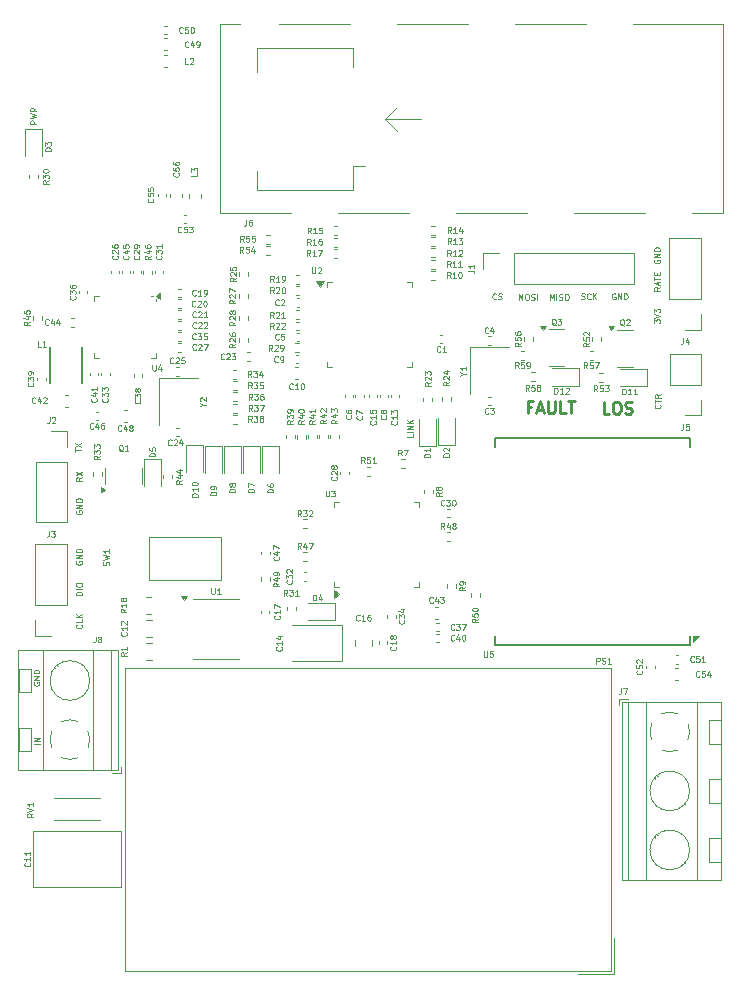
<source format=gbr>
%TF.GenerationSoftware,KiCad,Pcbnew,8.0.4*%
%TF.CreationDate,2025-11-09T23:28:19-03:00*%
%TF.ProjectId,sfp_moduloIC,7366705f-6d6f-4647-956c-6f49432e6b69,v2.0*%
%TF.SameCoordinates,Original*%
%TF.FileFunction,Legend,Top*%
%TF.FilePolarity,Positive*%
%FSLAX46Y46*%
G04 Gerber Fmt 4.6, Leading zero omitted, Abs format (unit mm)*
G04 Created by KiCad (PCBNEW 8.0.4) date 2025-11-09 23:28:19*
%MOMM*%
%LPD*%
G01*
G04 APERTURE LIST*
%ADD10C,0.125000*%
%ADD11C,0.250000*%
%ADD12C,0.120000*%
%ADD13C,0.150000*%
%ADD14C,0.200000*%
G04 APERTURE END LIST*
D10*
X157897684Y-76590309D02*
X157897684Y-76090309D01*
X157897684Y-76090309D02*
X158064351Y-76447452D01*
X158064351Y-76447452D02*
X158231017Y-76090309D01*
X158231017Y-76090309D02*
X158231017Y-76590309D01*
X158564351Y-76090309D02*
X158659589Y-76090309D01*
X158659589Y-76090309D02*
X158707208Y-76114119D01*
X158707208Y-76114119D02*
X158754827Y-76161738D01*
X158754827Y-76161738D02*
X158778637Y-76256976D01*
X158778637Y-76256976D02*
X158778637Y-76423642D01*
X158778637Y-76423642D02*
X158754827Y-76518880D01*
X158754827Y-76518880D02*
X158707208Y-76566500D01*
X158707208Y-76566500D02*
X158659589Y-76590309D01*
X158659589Y-76590309D02*
X158564351Y-76590309D01*
X158564351Y-76590309D02*
X158516732Y-76566500D01*
X158516732Y-76566500D02*
X158469113Y-76518880D01*
X158469113Y-76518880D02*
X158445304Y-76423642D01*
X158445304Y-76423642D02*
X158445304Y-76256976D01*
X158445304Y-76256976D02*
X158469113Y-76161738D01*
X158469113Y-76161738D02*
X158516732Y-76114119D01*
X158516732Y-76114119D02*
X158564351Y-76090309D01*
X158969114Y-76566500D02*
X159040542Y-76590309D01*
X159040542Y-76590309D02*
X159159590Y-76590309D01*
X159159590Y-76590309D02*
X159207209Y-76566500D01*
X159207209Y-76566500D02*
X159231018Y-76542690D01*
X159231018Y-76542690D02*
X159254828Y-76495071D01*
X159254828Y-76495071D02*
X159254828Y-76447452D01*
X159254828Y-76447452D02*
X159231018Y-76399833D01*
X159231018Y-76399833D02*
X159207209Y-76376023D01*
X159207209Y-76376023D02*
X159159590Y-76352214D01*
X159159590Y-76352214D02*
X159064352Y-76328404D01*
X159064352Y-76328404D02*
X159016733Y-76304595D01*
X159016733Y-76304595D02*
X158992923Y-76280785D01*
X158992923Y-76280785D02*
X158969114Y-76233166D01*
X158969114Y-76233166D02*
X158969114Y-76185547D01*
X158969114Y-76185547D02*
X158992923Y-76137928D01*
X158992923Y-76137928D02*
X159016733Y-76114119D01*
X159016733Y-76114119D02*
X159064352Y-76090309D01*
X159064352Y-76090309D02*
X159183399Y-76090309D01*
X159183399Y-76090309D02*
X159254828Y-76114119D01*
X159469113Y-76590309D02*
X159469113Y-76090309D01*
X120937845Y-101570982D02*
X120437845Y-101570982D01*
X120437845Y-101570982D02*
X120437845Y-101451934D01*
X120437845Y-101451934D02*
X120461655Y-101380506D01*
X120461655Y-101380506D02*
X120509274Y-101332887D01*
X120509274Y-101332887D02*
X120556893Y-101309077D01*
X120556893Y-101309077D02*
X120652131Y-101285268D01*
X120652131Y-101285268D02*
X120723559Y-101285268D01*
X120723559Y-101285268D02*
X120818797Y-101309077D01*
X120818797Y-101309077D02*
X120866416Y-101332887D01*
X120866416Y-101332887D02*
X120914036Y-101380506D01*
X120914036Y-101380506D02*
X120937845Y-101451934D01*
X120937845Y-101451934D02*
X120937845Y-101570982D01*
X120937845Y-101070982D02*
X120437845Y-101070982D01*
X120437845Y-100737649D02*
X120437845Y-100642411D01*
X120437845Y-100642411D02*
X120461655Y-100594792D01*
X120461655Y-100594792D02*
X120509274Y-100547173D01*
X120509274Y-100547173D02*
X120604512Y-100523363D01*
X120604512Y-100523363D02*
X120771178Y-100523363D01*
X120771178Y-100523363D02*
X120866416Y-100547173D01*
X120866416Y-100547173D02*
X120914036Y-100594792D01*
X120914036Y-100594792D02*
X120937845Y-100642411D01*
X120937845Y-100642411D02*
X120937845Y-100737649D01*
X120937845Y-100737649D02*
X120914036Y-100785268D01*
X120914036Y-100785268D02*
X120866416Y-100832887D01*
X120866416Y-100832887D02*
X120771178Y-100856696D01*
X120771178Y-100856696D02*
X120604512Y-100856696D01*
X120604512Y-100856696D02*
X120509274Y-100832887D01*
X120509274Y-100832887D02*
X120461655Y-100785268D01*
X120461655Y-100785268D02*
X120437845Y-100737649D01*
X117387845Y-114214982D02*
X116887845Y-114214982D01*
X117387845Y-113976887D02*
X116887845Y-113976887D01*
X116887845Y-113976887D02*
X117387845Y-113691173D01*
X117387845Y-113691173D02*
X116887845Y-113691173D01*
X169874691Y-85467402D02*
X169898501Y-85491211D01*
X169898501Y-85491211D02*
X169922310Y-85562640D01*
X169922310Y-85562640D02*
X169922310Y-85610259D01*
X169922310Y-85610259D02*
X169898501Y-85681687D01*
X169898501Y-85681687D02*
X169850881Y-85729306D01*
X169850881Y-85729306D02*
X169803262Y-85753116D01*
X169803262Y-85753116D02*
X169708024Y-85776925D01*
X169708024Y-85776925D02*
X169636596Y-85776925D01*
X169636596Y-85776925D02*
X169541358Y-85753116D01*
X169541358Y-85753116D02*
X169493739Y-85729306D01*
X169493739Y-85729306D02*
X169446120Y-85681687D01*
X169446120Y-85681687D02*
X169422310Y-85610259D01*
X169422310Y-85610259D02*
X169422310Y-85562640D01*
X169422310Y-85562640D02*
X169446120Y-85491211D01*
X169446120Y-85491211D02*
X169469929Y-85467402D01*
X169422310Y-85324544D02*
X169422310Y-85038830D01*
X169922310Y-85181687D02*
X169422310Y-85181687D01*
X169922310Y-84586450D02*
X169684215Y-84753116D01*
X169922310Y-84872164D02*
X169422310Y-84872164D01*
X169422310Y-84872164D02*
X169422310Y-84681688D01*
X169422310Y-84681688D02*
X169446120Y-84634069D01*
X169446120Y-84634069D02*
X169469929Y-84610259D01*
X169469929Y-84610259D02*
X169517548Y-84586450D01*
X169517548Y-84586450D02*
X169588977Y-84586450D01*
X169588977Y-84586450D02*
X169636596Y-84610259D01*
X169636596Y-84610259D02*
X169660405Y-84634069D01*
X169660405Y-84634069D02*
X169684215Y-84681688D01*
X169684215Y-84681688D02*
X169684215Y-84872164D01*
X169871510Y-75510602D02*
X169633415Y-75677268D01*
X169871510Y-75796316D02*
X169371510Y-75796316D01*
X169371510Y-75796316D02*
X169371510Y-75605840D01*
X169371510Y-75605840D02*
X169395320Y-75558221D01*
X169395320Y-75558221D02*
X169419129Y-75534411D01*
X169419129Y-75534411D02*
X169466748Y-75510602D01*
X169466748Y-75510602D02*
X169538177Y-75510602D01*
X169538177Y-75510602D02*
X169585796Y-75534411D01*
X169585796Y-75534411D02*
X169609605Y-75558221D01*
X169609605Y-75558221D02*
X169633415Y-75605840D01*
X169633415Y-75605840D02*
X169633415Y-75796316D01*
X169728653Y-75320125D02*
X169728653Y-75082030D01*
X169871510Y-75367744D02*
X169371510Y-75201078D01*
X169371510Y-75201078D02*
X169871510Y-75034411D01*
X169371510Y-74939173D02*
X169371510Y-74653459D01*
X169871510Y-74796316D02*
X169371510Y-74796316D01*
X169609605Y-74486793D02*
X169609605Y-74320126D01*
X169871510Y-74248698D02*
X169871510Y-74486793D01*
X169871510Y-74486793D02*
X169371510Y-74486793D01*
X169371510Y-74486793D02*
X169371510Y-74248698D01*
X120461655Y-98718277D02*
X120437845Y-98765896D01*
X120437845Y-98765896D02*
X120437845Y-98837325D01*
X120437845Y-98837325D02*
X120461655Y-98908753D01*
X120461655Y-98908753D02*
X120509274Y-98956372D01*
X120509274Y-98956372D02*
X120556893Y-98980182D01*
X120556893Y-98980182D02*
X120652131Y-99003991D01*
X120652131Y-99003991D02*
X120723559Y-99003991D01*
X120723559Y-99003991D02*
X120818797Y-98980182D01*
X120818797Y-98980182D02*
X120866416Y-98956372D01*
X120866416Y-98956372D02*
X120914036Y-98908753D01*
X120914036Y-98908753D02*
X120937845Y-98837325D01*
X120937845Y-98837325D02*
X120937845Y-98789706D01*
X120937845Y-98789706D02*
X120914036Y-98718277D01*
X120914036Y-98718277D02*
X120890226Y-98694468D01*
X120890226Y-98694468D02*
X120723559Y-98694468D01*
X120723559Y-98694468D02*
X120723559Y-98789706D01*
X120937845Y-98480182D02*
X120437845Y-98480182D01*
X120437845Y-98480182D02*
X120937845Y-98194468D01*
X120937845Y-98194468D02*
X120437845Y-98194468D01*
X120937845Y-97956372D02*
X120437845Y-97956372D01*
X120437845Y-97956372D02*
X120437845Y-97837324D01*
X120437845Y-97837324D02*
X120461655Y-97765896D01*
X120461655Y-97765896D02*
X120509274Y-97718277D01*
X120509274Y-97718277D02*
X120556893Y-97694467D01*
X120556893Y-97694467D02*
X120652131Y-97670658D01*
X120652131Y-97670658D02*
X120723559Y-97670658D01*
X120723559Y-97670658D02*
X120818797Y-97694467D01*
X120818797Y-97694467D02*
X120866416Y-97718277D01*
X120866416Y-97718277D02*
X120914036Y-97765896D01*
X120914036Y-97765896D02*
X120937845Y-97837324D01*
X120937845Y-97837324D02*
X120937845Y-97956372D01*
D11*
X165585559Y-86225419D02*
X165109369Y-86225419D01*
X165109369Y-86225419D02*
X165109369Y-85225419D01*
X166109369Y-85225419D02*
X166299845Y-85225419D01*
X166299845Y-85225419D02*
X166395083Y-85273038D01*
X166395083Y-85273038D02*
X166490321Y-85368276D01*
X166490321Y-85368276D02*
X166537940Y-85558752D01*
X166537940Y-85558752D02*
X166537940Y-85892085D01*
X166537940Y-85892085D02*
X166490321Y-86082561D01*
X166490321Y-86082561D02*
X166395083Y-86177800D01*
X166395083Y-86177800D02*
X166299845Y-86225419D01*
X166299845Y-86225419D02*
X166109369Y-86225419D01*
X166109369Y-86225419D02*
X166014131Y-86177800D01*
X166014131Y-86177800D02*
X165918893Y-86082561D01*
X165918893Y-86082561D02*
X165871274Y-85892085D01*
X165871274Y-85892085D02*
X165871274Y-85558752D01*
X165871274Y-85558752D02*
X165918893Y-85368276D01*
X165918893Y-85368276D02*
X166014131Y-85273038D01*
X166014131Y-85273038D02*
X166109369Y-85225419D01*
X166918893Y-86177800D02*
X167061750Y-86225419D01*
X167061750Y-86225419D02*
X167299845Y-86225419D01*
X167299845Y-86225419D02*
X167395083Y-86177800D01*
X167395083Y-86177800D02*
X167442702Y-86130180D01*
X167442702Y-86130180D02*
X167490321Y-86034942D01*
X167490321Y-86034942D02*
X167490321Y-85939704D01*
X167490321Y-85939704D02*
X167442702Y-85844466D01*
X167442702Y-85844466D02*
X167395083Y-85796847D01*
X167395083Y-85796847D02*
X167299845Y-85749228D01*
X167299845Y-85749228D02*
X167109369Y-85701609D01*
X167109369Y-85701609D02*
X167014131Y-85653990D01*
X167014131Y-85653990D02*
X166966512Y-85606371D01*
X166966512Y-85606371D02*
X166918893Y-85511133D01*
X166918893Y-85511133D02*
X166918893Y-85415895D01*
X166918893Y-85415895D02*
X166966512Y-85320657D01*
X166966512Y-85320657D02*
X167014131Y-85273038D01*
X167014131Y-85273038D02*
X167109369Y-85225419D01*
X167109369Y-85225419D02*
X167347464Y-85225419D01*
X167347464Y-85225419D02*
X167490321Y-85273038D01*
D10*
X160539284Y-76590309D02*
X160539284Y-76090309D01*
X160539284Y-76090309D02*
X160705951Y-76447452D01*
X160705951Y-76447452D02*
X160872617Y-76090309D01*
X160872617Y-76090309D02*
X160872617Y-76590309D01*
X161110713Y-76590309D02*
X161110713Y-76090309D01*
X161324999Y-76566500D02*
X161396427Y-76590309D01*
X161396427Y-76590309D02*
X161515475Y-76590309D01*
X161515475Y-76590309D02*
X161563094Y-76566500D01*
X161563094Y-76566500D02*
X161586903Y-76542690D01*
X161586903Y-76542690D02*
X161610713Y-76495071D01*
X161610713Y-76495071D02*
X161610713Y-76447452D01*
X161610713Y-76447452D02*
X161586903Y-76399833D01*
X161586903Y-76399833D02*
X161563094Y-76376023D01*
X161563094Y-76376023D02*
X161515475Y-76352214D01*
X161515475Y-76352214D02*
X161420237Y-76328404D01*
X161420237Y-76328404D02*
X161372618Y-76304595D01*
X161372618Y-76304595D02*
X161348808Y-76280785D01*
X161348808Y-76280785D02*
X161324999Y-76233166D01*
X161324999Y-76233166D02*
X161324999Y-76185547D01*
X161324999Y-76185547D02*
X161348808Y-76137928D01*
X161348808Y-76137928D02*
X161372618Y-76114119D01*
X161372618Y-76114119D02*
X161420237Y-76090309D01*
X161420237Y-76090309D02*
X161539284Y-76090309D01*
X161539284Y-76090309D02*
X161610713Y-76114119D01*
X161920236Y-76090309D02*
X162015474Y-76090309D01*
X162015474Y-76090309D02*
X162063093Y-76114119D01*
X162063093Y-76114119D02*
X162110712Y-76161738D01*
X162110712Y-76161738D02*
X162134522Y-76256976D01*
X162134522Y-76256976D02*
X162134522Y-76423642D01*
X162134522Y-76423642D02*
X162110712Y-76518880D01*
X162110712Y-76518880D02*
X162063093Y-76566500D01*
X162063093Y-76566500D02*
X162015474Y-76590309D01*
X162015474Y-76590309D02*
X161920236Y-76590309D01*
X161920236Y-76590309D02*
X161872617Y-76566500D01*
X161872617Y-76566500D02*
X161824998Y-76518880D01*
X161824998Y-76518880D02*
X161801189Y-76423642D01*
X161801189Y-76423642D02*
X161801189Y-76256976D01*
X161801189Y-76256976D02*
X161824998Y-76161738D01*
X161824998Y-76161738D02*
X161872617Y-76114119D01*
X161872617Y-76114119D02*
X161920236Y-76090309D01*
X166084389Y-76063319D02*
X166036770Y-76039509D01*
X166036770Y-76039509D02*
X165965341Y-76039509D01*
X165965341Y-76039509D02*
X165893913Y-76063319D01*
X165893913Y-76063319D02*
X165846294Y-76110938D01*
X165846294Y-76110938D02*
X165822484Y-76158557D01*
X165822484Y-76158557D02*
X165798675Y-76253795D01*
X165798675Y-76253795D02*
X165798675Y-76325223D01*
X165798675Y-76325223D02*
X165822484Y-76420461D01*
X165822484Y-76420461D02*
X165846294Y-76468080D01*
X165846294Y-76468080D02*
X165893913Y-76515700D01*
X165893913Y-76515700D02*
X165965341Y-76539509D01*
X165965341Y-76539509D02*
X166012960Y-76539509D01*
X166012960Y-76539509D02*
X166084389Y-76515700D01*
X166084389Y-76515700D02*
X166108198Y-76491890D01*
X166108198Y-76491890D02*
X166108198Y-76325223D01*
X166108198Y-76325223D02*
X166012960Y-76325223D01*
X166322484Y-76539509D02*
X166322484Y-76039509D01*
X166322484Y-76039509D02*
X166608198Y-76539509D01*
X166608198Y-76539509D02*
X166608198Y-76039509D01*
X166846294Y-76539509D02*
X166846294Y-76039509D01*
X166846294Y-76039509D02*
X166965342Y-76039509D01*
X166965342Y-76039509D02*
X167036770Y-76063319D01*
X167036770Y-76063319D02*
X167084389Y-76110938D01*
X167084389Y-76110938D02*
X167108199Y-76158557D01*
X167108199Y-76158557D02*
X167132008Y-76253795D01*
X167132008Y-76253795D02*
X167132008Y-76325223D01*
X167132008Y-76325223D02*
X167108199Y-76420461D01*
X167108199Y-76420461D02*
X167084389Y-76468080D01*
X167084389Y-76468080D02*
X167036770Y-76515700D01*
X167036770Y-76515700D02*
X166965342Y-76539509D01*
X166965342Y-76539509D02*
X166846294Y-76539509D01*
X169395320Y-73197611D02*
X169371510Y-73245230D01*
X169371510Y-73245230D02*
X169371510Y-73316659D01*
X169371510Y-73316659D02*
X169395320Y-73388087D01*
X169395320Y-73388087D02*
X169442939Y-73435706D01*
X169442939Y-73435706D02*
X169490558Y-73459516D01*
X169490558Y-73459516D02*
X169585796Y-73483325D01*
X169585796Y-73483325D02*
X169657224Y-73483325D01*
X169657224Y-73483325D02*
X169752462Y-73459516D01*
X169752462Y-73459516D02*
X169800081Y-73435706D01*
X169800081Y-73435706D02*
X169847701Y-73388087D01*
X169847701Y-73388087D02*
X169871510Y-73316659D01*
X169871510Y-73316659D02*
X169871510Y-73269040D01*
X169871510Y-73269040D02*
X169847701Y-73197611D01*
X169847701Y-73197611D02*
X169823891Y-73173802D01*
X169823891Y-73173802D02*
X169657224Y-73173802D01*
X169657224Y-73173802D02*
X169657224Y-73269040D01*
X169871510Y-72959516D02*
X169371510Y-72959516D01*
X169371510Y-72959516D02*
X169871510Y-72673802D01*
X169871510Y-72673802D02*
X169371510Y-72673802D01*
X169871510Y-72435706D02*
X169371510Y-72435706D01*
X169371510Y-72435706D02*
X169371510Y-72316658D01*
X169371510Y-72316658D02*
X169395320Y-72245230D01*
X169395320Y-72245230D02*
X169442939Y-72197611D01*
X169442939Y-72197611D02*
X169490558Y-72173801D01*
X169490558Y-72173801D02*
X169585796Y-72149992D01*
X169585796Y-72149992D02*
X169657224Y-72149992D01*
X169657224Y-72149992D02*
X169752462Y-72173801D01*
X169752462Y-72173801D02*
X169800081Y-72197611D01*
X169800081Y-72197611D02*
X169847701Y-72245230D01*
X169847701Y-72245230D02*
X169871510Y-72316658D01*
X169871510Y-72316658D02*
X169871510Y-72435706D01*
X116860855Y-108974677D02*
X116837045Y-109022296D01*
X116837045Y-109022296D02*
X116837045Y-109093725D01*
X116837045Y-109093725D02*
X116860855Y-109165153D01*
X116860855Y-109165153D02*
X116908474Y-109212772D01*
X116908474Y-109212772D02*
X116956093Y-109236582D01*
X116956093Y-109236582D02*
X117051331Y-109260391D01*
X117051331Y-109260391D02*
X117122759Y-109260391D01*
X117122759Y-109260391D02*
X117217997Y-109236582D01*
X117217997Y-109236582D02*
X117265616Y-109212772D01*
X117265616Y-109212772D02*
X117313236Y-109165153D01*
X117313236Y-109165153D02*
X117337045Y-109093725D01*
X117337045Y-109093725D02*
X117337045Y-109046106D01*
X117337045Y-109046106D02*
X117313236Y-108974677D01*
X117313236Y-108974677D02*
X117289426Y-108950868D01*
X117289426Y-108950868D02*
X117122759Y-108950868D01*
X117122759Y-108950868D02*
X117122759Y-109046106D01*
X117337045Y-108736582D02*
X116837045Y-108736582D01*
X116837045Y-108736582D02*
X117337045Y-108450868D01*
X117337045Y-108450868D02*
X116837045Y-108450868D01*
X117337045Y-108212772D02*
X116837045Y-108212772D01*
X116837045Y-108212772D02*
X116837045Y-108093724D01*
X116837045Y-108093724D02*
X116860855Y-108022296D01*
X116860855Y-108022296D02*
X116908474Y-107974677D01*
X116908474Y-107974677D02*
X116956093Y-107950867D01*
X116956093Y-107950867D02*
X117051331Y-107927058D01*
X117051331Y-107927058D02*
X117122759Y-107927058D01*
X117122759Y-107927058D02*
X117217997Y-107950867D01*
X117217997Y-107950867D02*
X117265616Y-107974677D01*
X117265616Y-107974677D02*
X117313236Y-108022296D01*
X117313236Y-108022296D02*
X117337045Y-108093724D01*
X117337045Y-108093724D02*
X117337045Y-108212772D01*
X163207875Y-76515700D02*
X163279303Y-76539509D01*
X163279303Y-76539509D02*
X163398351Y-76539509D01*
X163398351Y-76539509D02*
X163445970Y-76515700D01*
X163445970Y-76515700D02*
X163469779Y-76491890D01*
X163469779Y-76491890D02*
X163493589Y-76444271D01*
X163493589Y-76444271D02*
X163493589Y-76396652D01*
X163493589Y-76396652D02*
X163469779Y-76349033D01*
X163469779Y-76349033D02*
X163445970Y-76325223D01*
X163445970Y-76325223D02*
X163398351Y-76301414D01*
X163398351Y-76301414D02*
X163303113Y-76277604D01*
X163303113Y-76277604D02*
X163255494Y-76253795D01*
X163255494Y-76253795D02*
X163231684Y-76229985D01*
X163231684Y-76229985D02*
X163207875Y-76182366D01*
X163207875Y-76182366D02*
X163207875Y-76134747D01*
X163207875Y-76134747D02*
X163231684Y-76087128D01*
X163231684Y-76087128D02*
X163255494Y-76063319D01*
X163255494Y-76063319D02*
X163303113Y-76039509D01*
X163303113Y-76039509D02*
X163422160Y-76039509D01*
X163422160Y-76039509D02*
X163493589Y-76063319D01*
X163993588Y-76491890D02*
X163969779Y-76515700D01*
X163969779Y-76515700D02*
X163898350Y-76539509D01*
X163898350Y-76539509D02*
X163850731Y-76539509D01*
X163850731Y-76539509D02*
X163779303Y-76515700D01*
X163779303Y-76515700D02*
X163731684Y-76468080D01*
X163731684Y-76468080D02*
X163707874Y-76420461D01*
X163707874Y-76420461D02*
X163684065Y-76325223D01*
X163684065Y-76325223D02*
X163684065Y-76253795D01*
X163684065Y-76253795D02*
X163707874Y-76158557D01*
X163707874Y-76158557D02*
X163731684Y-76110938D01*
X163731684Y-76110938D02*
X163779303Y-76063319D01*
X163779303Y-76063319D02*
X163850731Y-76039509D01*
X163850731Y-76039509D02*
X163898350Y-76039509D01*
X163898350Y-76039509D02*
X163969779Y-76063319D01*
X163969779Y-76063319D02*
X163993588Y-76087128D01*
X164207874Y-76539509D02*
X164207874Y-76039509D01*
X164493588Y-76539509D02*
X164279303Y-76253795D01*
X164493588Y-76039509D02*
X164207874Y-76325223D01*
X155998998Y-76491890D02*
X155975189Y-76515700D01*
X155975189Y-76515700D02*
X155903760Y-76539509D01*
X155903760Y-76539509D02*
X155856141Y-76539509D01*
X155856141Y-76539509D02*
X155784713Y-76515700D01*
X155784713Y-76515700D02*
X155737094Y-76468080D01*
X155737094Y-76468080D02*
X155713284Y-76420461D01*
X155713284Y-76420461D02*
X155689475Y-76325223D01*
X155689475Y-76325223D02*
X155689475Y-76253795D01*
X155689475Y-76253795D02*
X155713284Y-76158557D01*
X155713284Y-76158557D02*
X155737094Y-76110938D01*
X155737094Y-76110938D02*
X155784713Y-76063319D01*
X155784713Y-76063319D02*
X155856141Y-76039509D01*
X155856141Y-76039509D02*
X155903760Y-76039509D01*
X155903760Y-76039509D02*
X155975189Y-76063319D01*
X155975189Y-76063319D02*
X155998998Y-76087128D01*
X156189475Y-76515700D02*
X156260903Y-76539509D01*
X156260903Y-76539509D02*
X156379951Y-76539509D01*
X156379951Y-76539509D02*
X156427570Y-76515700D01*
X156427570Y-76515700D02*
X156451379Y-76491890D01*
X156451379Y-76491890D02*
X156475189Y-76444271D01*
X156475189Y-76444271D02*
X156475189Y-76396652D01*
X156475189Y-76396652D02*
X156451379Y-76349033D01*
X156451379Y-76349033D02*
X156427570Y-76325223D01*
X156427570Y-76325223D02*
X156379951Y-76301414D01*
X156379951Y-76301414D02*
X156284713Y-76277604D01*
X156284713Y-76277604D02*
X156237094Y-76253795D01*
X156237094Y-76253795D02*
X156213284Y-76229985D01*
X156213284Y-76229985D02*
X156189475Y-76182366D01*
X156189475Y-76182366D02*
X156189475Y-76134747D01*
X156189475Y-76134747D02*
X156213284Y-76087128D01*
X156213284Y-76087128D02*
X156237094Y-76063319D01*
X156237094Y-76063319D02*
X156284713Y-76039509D01*
X156284713Y-76039509D02*
X156403760Y-76039509D01*
X156403760Y-76039509D02*
X156475189Y-76063319D01*
X117069845Y-61676982D02*
X116569845Y-61676982D01*
X116569845Y-61676982D02*
X116569845Y-61486506D01*
X116569845Y-61486506D02*
X116593655Y-61438887D01*
X116593655Y-61438887D02*
X116617464Y-61415077D01*
X116617464Y-61415077D02*
X116665083Y-61391268D01*
X116665083Y-61391268D02*
X116736512Y-61391268D01*
X116736512Y-61391268D02*
X116784131Y-61415077D01*
X116784131Y-61415077D02*
X116807940Y-61438887D01*
X116807940Y-61438887D02*
X116831750Y-61486506D01*
X116831750Y-61486506D02*
X116831750Y-61676982D01*
X116569845Y-61224601D02*
X117069845Y-61105553D01*
X117069845Y-61105553D02*
X116712702Y-61010315D01*
X116712702Y-61010315D02*
X117069845Y-60915077D01*
X117069845Y-60915077D02*
X116569845Y-60796030D01*
X117069845Y-60319839D02*
X116831750Y-60486505D01*
X117069845Y-60605553D02*
X116569845Y-60605553D01*
X116569845Y-60605553D02*
X116569845Y-60415077D01*
X116569845Y-60415077D02*
X116593655Y-60367458D01*
X116593655Y-60367458D02*
X116617464Y-60343648D01*
X116617464Y-60343648D02*
X116665083Y-60319839D01*
X116665083Y-60319839D02*
X116736512Y-60319839D01*
X116736512Y-60319839D02*
X116784131Y-60343648D01*
X116784131Y-60343648D02*
X116807940Y-60367458D01*
X116807940Y-60367458D02*
X116831750Y-60415077D01*
X116831750Y-60415077D02*
X116831750Y-60605553D01*
D11*
X158991102Y-85650809D02*
X158657769Y-85650809D01*
X158657769Y-86174619D02*
X158657769Y-85174619D01*
X158657769Y-85174619D02*
X159133959Y-85174619D01*
X159467293Y-85888904D02*
X159943483Y-85888904D01*
X159372055Y-86174619D02*
X159705388Y-85174619D01*
X159705388Y-85174619D02*
X160038721Y-86174619D01*
X160372055Y-85174619D02*
X160372055Y-85984142D01*
X160372055Y-85984142D02*
X160419674Y-86079380D01*
X160419674Y-86079380D02*
X160467293Y-86127000D01*
X160467293Y-86127000D02*
X160562531Y-86174619D01*
X160562531Y-86174619D02*
X160753007Y-86174619D01*
X160753007Y-86174619D02*
X160848245Y-86127000D01*
X160848245Y-86127000D02*
X160895864Y-86079380D01*
X160895864Y-86079380D02*
X160943483Y-85984142D01*
X160943483Y-85984142D02*
X160943483Y-85174619D01*
X161895864Y-86174619D02*
X161419674Y-86174619D01*
X161419674Y-86174619D02*
X161419674Y-85174619D01*
X162086341Y-85174619D02*
X162657769Y-85174619D01*
X162372055Y-86174619D02*
X162372055Y-85174619D01*
D10*
X120937845Y-91620068D02*
X120699750Y-91786734D01*
X120937845Y-91905782D02*
X120437845Y-91905782D01*
X120437845Y-91905782D02*
X120437845Y-91715306D01*
X120437845Y-91715306D02*
X120461655Y-91667687D01*
X120461655Y-91667687D02*
X120485464Y-91643877D01*
X120485464Y-91643877D02*
X120533083Y-91620068D01*
X120533083Y-91620068D02*
X120604512Y-91620068D01*
X120604512Y-91620068D02*
X120652131Y-91643877D01*
X120652131Y-91643877D02*
X120675940Y-91667687D01*
X120675940Y-91667687D02*
X120699750Y-91715306D01*
X120699750Y-91715306D02*
X120699750Y-91905782D01*
X120437845Y-91453401D02*
X120937845Y-91120068D01*
X120437845Y-91120068D02*
X120937845Y-91453401D01*
X120461655Y-94437877D02*
X120437845Y-94485496D01*
X120437845Y-94485496D02*
X120437845Y-94556925D01*
X120437845Y-94556925D02*
X120461655Y-94628353D01*
X120461655Y-94628353D02*
X120509274Y-94675972D01*
X120509274Y-94675972D02*
X120556893Y-94699782D01*
X120556893Y-94699782D02*
X120652131Y-94723591D01*
X120652131Y-94723591D02*
X120723559Y-94723591D01*
X120723559Y-94723591D02*
X120818797Y-94699782D01*
X120818797Y-94699782D02*
X120866416Y-94675972D01*
X120866416Y-94675972D02*
X120914036Y-94628353D01*
X120914036Y-94628353D02*
X120937845Y-94556925D01*
X120937845Y-94556925D02*
X120937845Y-94509306D01*
X120937845Y-94509306D02*
X120914036Y-94437877D01*
X120914036Y-94437877D02*
X120890226Y-94414068D01*
X120890226Y-94414068D02*
X120723559Y-94414068D01*
X120723559Y-94414068D02*
X120723559Y-94509306D01*
X120937845Y-94199782D02*
X120437845Y-94199782D01*
X120437845Y-94199782D02*
X120937845Y-93914068D01*
X120937845Y-93914068D02*
X120437845Y-93914068D01*
X120937845Y-93675972D02*
X120437845Y-93675972D01*
X120437845Y-93675972D02*
X120437845Y-93556924D01*
X120437845Y-93556924D02*
X120461655Y-93485496D01*
X120461655Y-93485496D02*
X120509274Y-93437877D01*
X120509274Y-93437877D02*
X120556893Y-93414067D01*
X120556893Y-93414067D02*
X120652131Y-93390258D01*
X120652131Y-93390258D02*
X120723559Y-93390258D01*
X120723559Y-93390258D02*
X120818797Y-93414067D01*
X120818797Y-93414067D02*
X120866416Y-93437877D01*
X120866416Y-93437877D02*
X120914036Y-93485496D01*
X120914036Y-93485496D02*
X120937845Y-93556924D01*
X120937845Y-93556924D02*
X120937845Y-93675972D01*
X120890226Y-104079268D02*
X120914036Y-104103077D01*
X120914036Y-104103077D02*
X120937845Y-104174506D01*
X120937845Y-104174506D02*
X120937845Y-104222125D01*
X120937845Y-104222125D02*
X120914036Y-104293553D01*
X120914036Y-104293553D02*
X120866416Y-104341172D01*
X120866416Y-104341172D02*
X120818797Y-104364982D01*
X120818797Y-104364982D02*
X120723559Y-104388791D01*
X120723559Y-104388791D02*
X120652131Y-104388791D01*
X120652131Y-104388791D02*
X120556893Y-104364982D01*
X120556893Y-104364982D02*
X120509274Y-104341172D01*
X120509274Y-104341172D02*
X120461655Y-104293553D01*
X120461655Y-104293553D02*
X120437845Y-104222125D01*
X120437845Y-104222125D02*
X120437845Y-104174506D01*
X120437845Y-104174506D02*
X120461655Y-104103077D01*
X120461655Y-104103077D02*
X120485464Y-104079268D01*
X120937845Y-103626887D02*
X120937845Y-103864982D01*
X120937845Y-103864982D02*
X120437845Y-103864982D01*
X120937845Y-103460220D02*
X120437845Y-103460220D01*
X120937845Y-103174506D02*
X120652131Y-103388791D01*
X120437845Y-103174506D02*
X120723559Y-103460220D01*
X148932310Y-87940621D02*
X148932310Y-88178716D01*
X148932310Y-88178716D02*
X148432310Y-88178716D01*
X148932310Y-87773954D02*
X148432310Y-87773954D01*
X148932310Y-87535859D02*
X148432310Y-87535859D01*
X148432310Y-87535859D02*
X148932310Y-87250145D01*
X148932310Y-87250145D02*
X148432310Y-87250145D01*
X148932310Y-87012049D02*
X148432310Y-87012049D01*
X148932310Y-86726335D02*
X148646596Y-86940620D01*
X148432310Y-86726335D02*
X148718024Y-87012049D01*
X169371510Y-78536335D02*
X169371510Y-78226811D01*
X169371510Y-78226811D02*
X169561986Y-78393478D01*
X169561986Y-78393478D02*
X169561986Y-78322049D01*
X169561986Y-78322049D02*
X169585796Y-78274430D01*
X169585796Y-78274430D02*
X169609605Y-78250621D01*
X169609605Y-78250621D02*
X169657224Y-78226811D01*
X169657224Y-78226811D02*
X169776272Y-78226811D01*
X169776272Y-78226811D02*
X169823891Y-78250621D01*
X169823891Y-78250621D02*
X169847701Y-78274430D01*
X169847701Y-78274430D02*
X169871510Y-78322049D01*
X169871510Y-78322049D02*
X169871510Y-78464906D01*
X169871510Y-78464906D02*
X169847701Y-78512525D01*
X169847701Y-78512525D02*
X169823891Y-78536335D01*
X169371510Y-78083954D02*
X169871510Y-77917288D01*
X169871510Y-77917288D02*
X169371510Y-77750621D01*
X169371510Y-77631574D02*
X169371510Y-77322050D01*
X169371510Y-77322050D02*
X169561986Y-77488717D01*
X169561986Y-77488717D02*
X169561986Y-77417288D01*
X169561986Y-77417288D02*
X169585796Y-77369669D01*
X169585796Y-77369669D02*
X169609605Y-77345860D01*
X169609605Y-77345860D02*
X169657224Y-77322050D01*
X169657224Y-77322050D02*
X169776272Y-77322050D01*
X169776272Y-77322050D02*
X169823891Y-77345860D01*
X169823891Y-77345860D02*
X169847701Y-77369669D01*
X169847701Y-77369669D02*
X169871510Y-77417288D01*
X169871510Y-77417288D02*
X169871510Y-77560145D01*
X169871510Y-77560145D02*
X169847701Y-77607764D01*
X169847701Y-77607764D02*
X169823891Y-77631574D01*
X120379845Y-89434410D02*
X120379845Y-89148696D01*
X120879845Y-89291553D02*
X120379845Y-89291553D01*
X120379845Y-89029649D02*
X120879845Y-88696316D01*
X120379845Y-88696316D02*
X120879845Y-89029649D01*
X152448572Y-104487190D02*
X152424763Y-104511000D01*
X152424763Y-104511000D02*
X152353334Y-104534809D01*
X152353334Y-104534809D02*
X152305715Y-104534809D01*
X152305715Y-104534809D02*
X152234287Y-104511000D01*
X152234287Y-104511000D02*
X152186668Y-104463380D01*
X152186668Y-104463380D02*
X152162858Y-104415761D01*
X152162858Y-104415761D02*
X152139049Y-104320523D01*
X152139049Y-104320523D02*
X152139049Y-104249095D01*
X152139049Y-104249095D02*
X152162858Y-104153857D01*
X152162858Y-104153857D02*
X152186668Y-104106238D01*
X152186668Y-104106238D02*
X152234287Y-104058619D01*
X152234287Y-104058619D02*
X152305715Y-104034809D01*
X152305715Y-104034809D02*
X152353334Y-104034809D01*
X152353334Y-104034809D02*
X152424763Y-104058619D01*
X152424763Y-104058619D02*
X152448572Y-104082428D01*
X152615239Y-104034809D02*
X152924763Y-104034809D01*
X152924763Y-104034809D02*
X152758096Y-104225285D01*
X152758096Y-104225285D02*
X152829525Y-104225285D01*
X152829525Y-104225285D02*
X152877144Y-104249095D01*
X152877144Y-104249095D02*
X152900953Y-104272904D01*
X152900953Y-104272904D02*
X152924763Y-104320523D01*
X152924763Y-104320523D02*
X152924763Y-104439571D01*
X152924763Y-104439571D02*
X152900953Y-104487190D01*
X152900953Y-104487190D02*
X152877144Y-104511000D01*
X152877144Y-104511000D02*
X152829525Y-104534809D01*
X152829525Y-104534809D02*
X152686668Y-104534809D01*
X152686668Y-104534809D02*
X152639049Y-104511000D01*
X152639049Y-104511000D02*
X152615239Y-104487190D01*
X153091429Y-104034809D02*
X153424762Y-104034809D01*
X153424762Y-104034809D02*
X153210477Y-104534809D01*
X147569691Y-86851428D02*
X147593501Y-86875237D01*
X147593501Y-86875237D02*
X147617310Y-86946666D01*
X147617310Y-86946666D02*
X147617310Y-86994285D01*
X147617310Y-86994285D02*
X147593501Y-87065713D01*
X147593501Y-87065713D02*
X147545881Y-87113332D01*
X147545881Y-87113332D02*
X147498262Y-87137142D01*
X147498262Y-87137142D02*
X147403024Y-87160951D01*
X147403024Y-87160951D02*
X147331596Y-87160951D01*
X147331596Y-87160951D02*
X147236358Y-87137142D01*
X147236358Y-87137142D02*
X147188739Y-87113332D01*
X147188739Y-87113332D02*
X147141120Y-87065713D01*
X147141120Y-87065713D02*
X147117310Y-86994285D01*
X147117310Y-86994285D02*
X147117310Y-86946666D01*
X147117310Y-86946666D02*
X147141120Y-86875237D01*
X147141120Y-86875237D02*
X147164929Y-86851428D01*
X147617310Y-86375237D02*
X147617310Y-86660951D01*
X147617310Y-86518094D02*
X147117310Y-86518094D01*
X147117310Y-86518094D02*
X147188739Y-86565713D01*
X147188739Y-86565713D02*
X147236358Y-86613332D01*
X147236358Y-86613332D02*
X147260167Y-86660951D01*
X147117310Y-86208571D02*
X147117310Y-85899047D01*
X147117310Y-85899047D02*
X147307786Y-86065714D01*
X147307786Y-86065714D02*
X147307786Y-85994285D01*
X147307786Y-85994285D02*
X147331596Y-85946666D01*
X147331596Y-85946666D02*
X147355405Y-85922857D01*
X147355405Y-85922857D02*
X147403024Y-85899047D01*
X147403024Y-85899047D02*
X147522072Y-85899047D01*
X147522072Y-85899047D02*
X147569691Y-85922857D01*
X147569691Y-85922857D02*
X147593501Y-85946666D01*
X147593501Y-85946666D02*
X147617310Y-85994285D01*
X147617310Y-85994285D02*
X147617310Y-86137142D01*
X147617310Y-86137142D02*
X147593501Y-86184761D01*
X147593501Y-86184761D02*
X147569691Y-86208571D01*
X122088869Y-105091075D02*
X122088869Y-105448218D01*
X122088869Y-105448218D02*
X122065060Y-105519646D01*
X122065060Y-105519646D02*
X122017441Y-105567266D01*
X122017441Y-105567266D02*
X121946012Y-105591075D01*
X121946012Y-105591075D02*
X121898393Y-105591075D01*
X122398393Y-105305361D02*
X122350774Y-105281551D01*
X122350774Y-105281551D02*
X122326964Y-105257742D01*
X122326964Y-105257742D02*
X122303155Y-105210123D01*
X122303155Y-105210123D02*
X122303155Y-105186313D01*
X122303155Y-105186313D02*
X122326964Y-105138694D01*
X122326964Y-105138694D02*
X122350774Y-105114885D01*
X122350774Y-105114885D02*
X122398393Y-105091075D01*
X122398393Y-105091075D02*
X122493631Y-105091075D01*
X122493631Y-105091075D02*
X122541250Y-105114885D01*
X122541250Y-105114885D02*
X122565059Y-105138694D01*
X122565059Y-105138694D02*
X122588869Y-105186313D01*
X122588869Y-105186313D02*
X122588869Y-105210123D01*
X122588869Y-105210123D02*
X122565059Y-105257742D01*
X122565059Y-105257742D02*
X122541250Y-105281551D01*
X122541250Y-105281551D02*
X122493631Y-105305361D01*
X122493631Y-105305361D02*
X122398393Y-105305361D01*
X122398393Y-105305361D02*
X122350774Y-105329170D01*
X122350774Y-105329170D02*
X122326964Y-105352980D01*
X122326964Y-105352980D02*
X122303155Y-105400599D01*
X122303155Y-105400599D02*
X122303155Y-105495837D01*
X122303155Y-105495837D02*
X122326964Y-105543456D01*
X122326964Y-105543456D02*
X122350774Y-105567266D01*
X122350774Y-105567266D02*
X122398393Y-105591075D01*
X122398393Y-105591075D02*
X122493631Y-105591075D01*
X122493631Y-105591075D02*
X122541250Y-105567266D01*
X122541250Y-105567266D02*
X122565059Y-105543456D01*
X122565059Y-105543456D02*
X122588869Y-105495837D01*
X122588869Y-105495837D02*
X122588869Y-105400599D01*
X122588869Y-105400599D02*
X122565059Y-105352980D01*
X122565059Y-105352980D02*
X122541250Y-105329170D01*
X122541250Y-105329170D02*
X122493631Y-105305361D01*
X161066581Y-78723178D02*
X161018962Y-78699369D01*
X161018962Y-78699369D02*
X160971343Y-78651750D01*
X160971343Y-78651750D02*
X160899915Y-78580321D01*
X160899915Y-78580321D02*
X160852296Y-78556511D01*
X160852296Y-78556511D02*
X160804677Y-78556511D01*
X160828486Y-78675559D02*
X160780867Y-78651750D01*
X160780867Y-78651750D02*
X160733248Y-78604130D01*
X160733248Y-78604130D02*
X160709439Y-78508892D01*
X160709439Y-78508892D02*
X160709439Y-78342226D01*
X160709439Y-78342226D02*
X160733248Y-78246988D01*
X160733248Y-78246988D02*
X160780867Y-78199369D01*
X160780867Y-78199369D02*
X160828486Y-78175559D01*
X160828486Y-78175559D02*
X160923724Y-78175559D01*
X160923724Y-78175559D02*
X160971343Y-78199369D01*
X160971343Y-78199369D02*
X161018962Y-78246988D01*
X161018962Y-78246988D02*
X161042772Y-78342226D01*
X161042772Y-78342226D02*
X161042772Y-78508892D01*
X161042772Y-78508892D02*
X161018962Y-78604130D01*
X161018962Y-78604130D02*
X160971343Y-78651750D01*
X160971343Y-78651750D02*
X160923724Y-78675559D01*
X160923724Y-78675559D02*
X160828486Y-78675559D01*
X161209439Y-78175559D02*
X161518963Y-78175559D01*
X161518963Y-78175559D02*
X161352296Y-78366035D01*
X161352296Y-78366035D02*
X161423725Y-78366035D01*
X161423725Y-78366035D02*
X161471344Y-78389845D01*
X161471344Y-78389845D02*
X161495153Y-78413654D01*
X161495153Y-78413654D02*
X161518963Y-78461273D01*
X161518963Y-78461273D02*
X161518963Y-78580321D01*
X161518963Y-78580321D02*
X161495153Y-78627940D01*
X161495153Y-78627940D02*
X161471344Y-78651750D01*
X161471344Y-78651750D02*
X161423725Y-78675559D01*
X161423725Y-78675559D02*
X161280868Y-78675559D01*
X161280868Y-78675559D02*
X161233249Y-78651750D01*
X161233249Y-78651750D02*
X161209439Y-78627940D01*
X137516667Y-81807190D02*
X137492858Y-81831000D01*
X137492858Y-81831000D02*
X137421429Y-81854809D01*
X137421429Y-81854809D02*
X137373810Y-81854809D01*
X137373810Y-81854809D02*
X137302382Y-81831000D01*
X137302382Y-81831000D02*
X137254763Y-81783380D01*
X137254763Y-81783380D02*
X137230953Y-81735761D01*
X137230953Y-81735761D02*
X137207144Y-81640523D01*
X137207144Y-81640523D02*
X137207144Y-81569095D01*
X137207144Y-81569095D02*
X137230953Y-81473857D01*
X137230953Y-81473857D02*
X137254763Y-81426238D01*
X137254763Y-81426238D02*
X137302382Y-81378619D01*
X137302382Y-81378619D02*
X137373810Y-81354809D01*
X137373810Y-81354809D02*
X137421429Y-81354809D01*
X137421429Y-81354809D02*
X137492858Y-81378619D01*
X137492858Y-81378619D02*
X137516667Y-81402428D01*
X137754763Y-81854809D02*
X137850001Y-81854809D01*
X137850001Y-81854809D02*
X137897620Y-81831000D01*
X137897620Y-81831000D02*
X137921429Y-81807190D01*
X137921429Y-81807190D02*
X137969048Y-81735761D01*
X137969048Y-81735761D02*
X137992858Y-81640523D01*
X137992858Y-81640523D02*
X137992858Y-81450047D01*
X137992858Y-81450047D02*
X137969048Y-81402428D01*
X137969048Y-81402428D02*
X137945239Y-81378619D01*
X137945239Y-81378619D02*
X137897620Y-81354809D01*
X137897620Y-81354809D02*
X137802382Y-81354809D01*
X137802382Y-81354809D02*
X137754763Y-81378619D01*
X137754763Y-81378619D02*
X137730953Y-81402428D01*
X137730953Y-81402428D02*
X137707144Y-81450047D01*
X137707144Y-81450047D02*
X137707144Y-81569095D01*
X137707144Y-81569095D02*
X137730953Y-81616714D01*
X137730953Y-81616714D02*
X137754763Y-81640523D01*
X137754763Y-81640523D02*
X137802382Y-81664333D01*
X137802382Y-81664333D02*
X137897620Y-81664333D01*
X137897620Y-81664333D02*
X137945239Y-81640523D01*
X137945239Y-81640523D02*
X137969048Y-81616714D01*
X137969048Y-81616714D02*
X137992858Y-81569095D01*
X130558572Y-79882190D02*
X130534763Y-79906000D01*
X130534763Y-79906000D02*
X130463334Y-79929809D01*
X130463334Y-79929809D02*
X130415715Y-79929809D01*
X130415715Y-79929809D02*
X130344287Y-79906000D01*
X130344287Y-79906000D02*
X130296668Y-79858380D01*
X130296668Y-79858380D02*
X130272858Y-79810761D01*
X130272858Y-79810761D02*
X130249049Y-79715523D01*
X130249049Y-79715523D02*
X130249049Y-79644095D01*
X130249049Y-79644095D02*
X130272858Y-79548857D01*
X130272858Y-79548857D02*
X130296668Y-79501238D01*
X130296668Y-79501238D02*
X130344287Y-79453619D01*
X130344287Y-79453619D02*
X130415715Y-79429809D01*
X130415715Y-79429809D02*
X130463334Y-79429809D01*
X130463334Y-79429809D02*
X130534763Y-79453619D01*
X130534763Y-79453619D02*
X130558572Y-79477428D01*
X130725239Y-79429809D02*
X131034763Y-79429809D01*
X131034763Y-79429809D02*
X130868096Y-79620285D01*
X130868096Y-79620285D02*
X130939525Y-79620285D01*
X130939525Y-79620285D02*
X130987144Y-79644095D01*
X130987144Y-79644095D02*
X131010953Y-79667904D01*
X131010953Y-79667904D02*
X131034763Y-79715523D01*
X131034763Y-79715523D02*
X131034763Y-79834571D01*
X131034763Y-79834571D02*
X131010953Y-79882190D01*
X131010953Y-79882190D02*
X130987144Y-79906000D01*
X130987144Y-79906000D02*
X130939525Y-79929809D01*
X130939525Y-79929809D02*
X130796668Y-79929809D01*
X130796668Y-79929809D02*
X130749049Y-79906000D01*
X130749049Y-79906000D02*
X130725239Y-79882190D01*
X131487143Y-79429809D02*
X131249048Y-79429809D01*
X131249048Y-79429809D02*
X131225239Y-79667904D01*
X131225239Y-79667904D02*
X131249048Y-79644095D01*
X131249048Y-79644095D02*
X131296667Y-79620285D01*
X131296667Y-79620285D02*
X131415715Y-79620285D01*
X131415715Y-79620285D02*
X131463334Y-79644095D01*
X131463334Y-79644095D02*
X131487143Y-79667904D01*
X131487143Y-79667904D02*
X131510953Y-79715523D01*
X131510953Y-79715523D02*
X131510953Y-79834571D01*
X131510953Y-79834571D02*
X131487143Y-79882190D01*
X131487143Y-79882190D02*
X131463334Y-79906000D01*
X131463334Y-79906000D02*
X131415715Y-79929809D01*
X131415715Y-79929809D02*
X131296667Y-79929809D01*
X131296667Y-79929809D02*
X131249048Y-79906000D01*
X131249048Y-79906000D02*
X131225239Y-79882190D01*
X130558572Y-76192190D02*
X130534763Y-76216000D01*
X130534763Y-76216000D02*
X130463334Y-76239809D01*
X130463334Y-76239809D02*
X130415715Y-76239809D01*
X130415715Y-76239809D02*
X130344287Y-76216000D01*
X130344287Y-76216000D02*
X130296668Y-76168380D01*
X130296668Y-76168380D02*
X130272858Y-76120761D01*
X130272858Y-76120761D02*
X130249049Y-76025523D01*
X130249049Y-76025523D02*
X130249049Y-75954095D01*
X130249049Y-75954095D02*
X130272858Y-75858857D01*
X130272858Y-75858857D02*
X130296668Y-75811238D01*
X130296668Y-75811238D02*
X130344287Y-75763619D01*
X130344287Y-75763619D02*
X130415715Y-75739809D01*
X130415715Y-75739809D02*
X130463334Y-75739809D01*
X130463334Y-75739809D02*
X130534763Y-75763619D01*
X130534763Y-75763619D02*
X130558572Y-75787428D01*
X131034763Y-76239809D02*
X130749049Y-76239809D01*
X130891906Y-76239809D02*
X130891906Y-75739809D01*
X130891906Y-75739809D02*
X130844287Y-75811238D01*
X130844287Y-75811238D02*
X130796668Y-75858857D01*
X130796668Y-75858857D02*
X130749049Y-75882666D01*
X131272858Y-76239809D02*
X131368096Y-76239809D01*
X131368096Y-76239809D02*
X131415715Y-76216000D01*
X131415715Y-76216000D02*
X131439524Y-76192190D01*
X131439524Y-76192190D02*
X131487143Y-76120761D01*
X131487143Y-76120761D02*
X131510953Y-76025523D01*
X131510953Y-76025523D02*
X131510953Y-75835047D01*
X131510953Y-75835047D02*
X131487143Y-75787428D01*
X131487143Y-75787428D02*
X131463334Y-75763619D01*
X131463334Y-75763619D02*
X131415715Y-75739809D01*
X131415715Y-75739809D02*
X131320477Y-75739809D01*
X131320477Y-75739809D02*
X131272858Y-75763619D01*
X131272858Y-75763619D02*
X131249048Y-75787428D01*
X131249048Y-75787428D02*
X131225239Y-75835047D01*
X131225239Y-75835047D02*
X131225239Y-75954095D01*
X131225239Y-75954095D02*
X131249048Y-76001714D01*
X131249048Y-76001714D02*
X131272858Y-76025523D01*
X131272858Y-76025523D02*
X131320477Y-76049333D01*
X131320477Y-76049333D02*
X131415715Y-76049333D01*
X131415715Y-76049333D02*
X131463334Y-76025523D01*
X131463334Y-76025523D02*
X131487143Y-76001714D01*
X131487143Y-76001714D02*
X131510953Y-75954095D01*
X166697058Y-84595559D02*
X166697058Y-84095559D01*
X166697058Y-84095559D02*
X166816106Y-84095559D01*
X166816106Y-84095559D02*
X166887534Y-84119369D01*
X166887534Y-84119369D02*
X166935153Y-84166988D01*
X166935153Y-84166988D02*
X166958963Y-84214607D01*
X166958963Y-84214607D02*
X166982772Y-84309845D01*
X166982772Y-84309845D02*
X166982772Y-84381273D01*
X166982772Y-84381273D02*
X166958963Y-84476511D01*
X166958963Y-84476511D02*
X166935153Y-84524130D01*
X166935153Y-84524130D02*
X166887534Y-84571750D01*
X166887534Y-84571750D02*
X166816106Y-84595559D01*
X166816106Y-84595559D02*
X166697058Y-84595559D01*
X167458963Y-84595559D02*
X167173249Y-84595559D01*
X167316106Y-84595559D02*
X167316106Y-84095559D01*
X167316106Y-84095559D02*
X167268487Y-84166988D01*
X167268487Y-84166988D02*
X167220868Y-84214607D01*
X167220868Y-84214607D02*
X167173249Y-84238416D01*
X167935153Y-84595559D02*
X167649439Y-84595559D01*
X167792296Y-84595559D02*
X167792296Y-84095559D01*
X167792296Y-84095559D02*
X167744677Y-84166988D01*
X167744677Y-84166988D02*
X167697058Y-84214607D01*
X167697058Y-84214607D02*
X167649439Y-84238416D01*
X126904583Y-82071075D02*
X126904583Y-82475837D01*
X126904583Y-82475837D02*
X126928393Y-82523456D01*
X126928393Y-82523456D02*
X126952202Y-82547266D01*
X126952202Y-82547266D02*
X126999821Y-82571075D01*
X126999821Y-82571075D02*
X127095059Y-82571075D01*
X127095059Y-82571075D02*
X127142678Y-82547266D01*
X127142678Y-82547266D02*
X127166488Y-82523456D01*
X127166488Y-82523456D02*
X127190297Y-82475837D01*
X127190297Y-82475837D02*
X127190297Y-82071075D01*
X127642679Y-82237742D02*
X127642679Y-82571075D01*
X127523631Y-82047266D02*
X127404584Y-82404408D01*
X127404584Y-82404408D02*
X127714107Y-82404408D01*
X121883572Y-87457190D02*
X121859763Y-87481000D01*
X121859763Y-87481000D02*
X121788334Y-87504809D01*
X121788334Y-87504809D02*
X121740715Y-87504809D01*
X121740715Y-87504809D02*
X121669287Y-87481000D01*
X121669287Y-87481000D02*
X121621668Y-87433380D01*
X121621668Y-87433380D02*
X121597858Y-87385761D01*
X121597858Y-87385761D02*
X121574049Y-87290523D01*
X121574049Y-87290523D02*
X121574049Y-87219095D01*
X121574049Y-87219095D02*
X121597858Y-87123857D01*
X121597858Y-87123857D02*
X121621668Y-87076238D01*
X121621668Y-87076238D02*
X121669287Y-87028619D01*
X121669287Y-87028619D02*
X121740715Y-87004809D01*
X121740715Y-87004809D02*
X121788334Y-87004809D01*
X121788334Y-87004809D02*
X121859763Y-87028619D01*
X121859763Y-87028619D02*
X121883572Y-87052428D01*
X122312144Y-87171476D02*
X122312144Y-87504809D01*
X122193096Y-86981000D02*
X122074049Y-87338142D01*
X122074049Y-87338142D02*
X122383572Y-87338142D01*
X122788334Y-87004809D02*
X122693096Y-87004809D01*
X122693096Y-87004809D02*
X122645477Y-87028619D01*
X122645477Y-87028619D02*
X122621667Y-87052428D01*
X122621667Y-87052428D02*
X122574048Y-87123857D01*
X122574048Y-87123857D02*
X122550239Y-87219095D01*
X122550239Y-87219095D02*
X122550239Y-87409571D01*
X122550239Y-87409571D02*
X122574048Y-87457190D01*
X122574048Y-87457190D02*
X122597858Y-87481000D01*
X122597858Y-87481000D02*
X122645477Y-87504809D01*
X122645477Y-87504809D02*
X122740715Y-87504809D01*
X122740715Y-87504809D02*
X122788334Y-87481000D01*
X122788334Y-87481000D02*
X122812143Y-87457190D01*
X122812143Y-87457190D02*
X122835953Y-87409571D01*
X122835953Y-87409571D02*
X122835953Y-87290523D01*
X122835953Y-87290523D02*
X122812143Y-87242904D01*
X122812143Y-87242904D02*
X122788334Y-87219095D01*
X122788334Y-87219095D02*
X122740715Y-87195285D01*
X122740715Y-87195285D02*
X122645477Y-87195285D01*
X122645477Y-87195285D02*
X122597858Y-87219095D01*
X122597858Y-87219095D02*
X122574048Y-87242904D01*
X122574048Y-87242904D02*
X122550239Y-87290523D01*
X130724810Y-93247142D02*
X130224810Y-93247142D01*
X130224810Y-93247142D02*
X130224810Y-93128094D01*
X130224810Y-93128094D02*
X130248620Y-93056666D01*
X130248620Y-93056666D02*
X130296239Y-93009047D01*
X130296239Y-93009047D02*
X130343858Y-92985237D01*
X130343858Y-92985237D02*
X130439096Y-92961428D01*
X130439096Y-92961428D02*
X130510524Y-92961428D01*
X130510524Y-92961428D02*
X130605762Y-92985237D01*
X130605762Y-92985237D02*
X130653381Y-93009047D01*
X130653381Y-93009047D02*
X130701001Y-93056666D01*
X130701001Y-93056666D02*
X130724810Y-93128094D01*
X130724810Y-93128094D02*
X130724810Y-93247142D01*
X130724810Y-92485237D02*
X130724810Y-92770951D01*
X130724810Y-92628094D02*
X130224810Y-92628094D01*
X130224810Y-92628094D02*
X130296239Y-92675713D01*
X130296239Y-92675713D02*
X130343858Y-92723332D01*
X130343858Y-92723332D02*
X130367667Y-92770951D01*
X130224810Y-92175714D02*
X130224810Y-92128095D01*
X130224810Y-92128095D02*
X130248620Y-92080476D01*
X130248620Y-92080476D02*
X130272429Y-92056666D01*
X130272429Y-92056666D02*
X130320048Y-92032857D01*
X130320048Y-92032857D02*
X130415286Y-92009047D01*
X130415286Y-92009047D02*
X130534334Y-92009047D01*
X130534334Y-92009047D02*
X130629572Y-92032857D01*
X130629572Y-92032857D02*
X130677191Y-92056666D01*
X130677191Y-92056666D02*
X130701001Y-92080476D01*
X130701001Y-92080476D02*
X130724810Y-92128095D01*
X130724810Y-92128095D02*
X130724810Y-92175714D01*
X130724810Y-92175714D02*
X130701001Y-92223333D01*
X130701001Y-92223333D02*
X130677191Y-92247142D01*
X130677191Y-92247142D02*
X130629572Y-92270952D01*
X130629572Y-92270952D02*
X130534334Y-92294761D01*
X130534334Y-92294761D02*
X130415286Y-92294761D01*
X130415286Y-92294761D02*
X130320048Y-92270952D01*
X130320048Y-92270952D02*
X130272429Y-92247142D01*
X130272429Y-92247142D02*
X130248620Y-92223333D01*
X130248620Y-92223333D02*
X130224810Y-92175714D01*
X155336667Y-86187190D02*
X155312858Y-86211000D01*
X155312858Y-86211000D02*
X155241429Y-86234809D01*
X155241429Y-86234809D02*
X155193810Y-86234809D01*
X155193810Y-86234809D02*
X155122382Y-86211000D01*
X155122382Y-86211000D02*
X155074763Y-86163380D01*
X155074763Y-86163380D02*
X155050953Y-86115761D01*
X155050953Y-86115761D02*
X155027144Y-86020523D01*
X155027144Y-86020523D02*
X155027144Y-85949095D01*
X155027144Y-85949095D02*
X155050953Y-85853857D01*
X155050953Y-85853857D02*
X155074763Y-85806238D01*
X155074763Y-85806238D02*
X155122382Y-85758619D01*
X155122382Y-85758619D02*
X155193810Y-85734809D01*
X155193810Y-85734809D02*
X155241429Y-85734809D01*
X155241429Y-85734809D02*
X155312858Y-85758619D01*
X155312858Y-85758619D02*
X155336667Y-85782428D01*
X155503334Y-85734809D02*
X155812858Y-85734809D01*
X155812858Y-85734809D02*
X155646191Y-85925285D01*
X155646191Y-85925285D02*
X155717620Y-85925285D01*
X155717620Y-85925285D02*
X155765239Y-85949095D01*
X155765239Y-85949095D02*
X155789048Y-85972904D01*
X155789048Y-85972904D02*
X155812858Y-86020523D01*
X155812858Y-86020523D02*
X155812858Y-86139571D01*
X155812858Y-86139571D02*
X155789048Y-86187190D01*
X155789048Y-86187190D02*
X155765239Y-86211000D01*
X155765239Y-86211000D02*
X155717620Y-86234809D01*
X155717620Y-86234809D02*
X155574763Y-86234809D01*
X155574763Y-86234809D02*
X155527144Y-86211000D01*
X155527144Y-86211000D02*
X155503334Y-86187190D01*
X140288572Y-71904809D02*
X140121906Y-71666714D01*
X140002858Y-71904809D02*
X140002858Y-71404809D01*
X140002858Y-71404809D02*
X140193334Y-71404809D01*
X140193334Y-71404809D02*
X140240953Y-71428619D01*
X140240953Y-71428619D02*
X140264763Y-71452428D01*
X140264763Y-71452428D02*
X140288572Y-71500047D01*
X140288572Y-71500047D02*
X140288572Y-71571476D01*
X140288572Y-71571476D02*
X140264763Y-71619095D01*
X140264763Y-71619095D02*
X140240953Y-71642904D01*
X140240953Y-71642904D02*
X140193334Y-71666714D01*
X140193334Y-71666714D02*
X140002858Y-71666714D01*
X140764763Y-71904809D02*
X140479049Y-71904809D01*
X140621906Y-71904809D02*
X140621906Y-71404809D01*
X140621906Y-71404809D02*
X140574287Y-71476238D01*
X140574287Y-71476238D02*
X140526668Y-71523857D01*
X140526668Y-71523857D02*
X140479049Y-71547666D01*
X141193334Y-71404809D02*
X141098096Y-71404809D01*
X141098096Y-71404809D02*
X141050477Y-71428619D01*
X141050477Y-71428619D02*
X141026667Y-71452428D01*
X141026667Y-71452428D02*
X140979048Y-71523857D01*
X140979048Y-71523857D02*
X140955239Y-71619095D01*
X140955239Y-71619095D02*
X140955239Y-71809571D01*
X140955239Y-71809571D02*
X140979048Y-71857190D01*
X140979048Y-71857190D02*
X141002858Y-71881000D01*
X141002858Y-71881000D02*
X141050477Y-71904809D01*
X141050477Y-71904809D02*
X141145715Y-71904809D01*
X141145715Y-71904809D02*
X141193334Y-71881000D01*
X141193334Y-71881000D02*
X141217143Y-71857190D01*
X141217143Y-71857190D02*
X141240953Y-71809571D01*
X141240953Y-71809571D02*
X141240953Y-71690523D01*
X141240953Y-71690523D02*
X141217143Y-71642904D01*
X141217143Y-71642904D02*
X141193334Y-71619095D01*
X141193334Y-71619095D02*
X141145715Y-71595285D01*
X141145715Y-71595285D02*
X141050477Y-71595285D01*
X141050477Y-71595285D02*
X141002858Y-71619095D01*
X141002858Y-71619095D02*
X140979048Y-71642904D01*
X140979048Y-71642904D02*
X140955239Y-71690523D01*
X163879010Y-80222178D02*
X163640915Y-80388844D01*
X163879010Y-80507892D02*
X163379010Y-80507892D01*
X163379010Y-80507892D02*
X163379010Y-80317416D01*
X163379010Y-80317416D02*
X163402820Y-80269797D01*
X163402820Y-80269797D02*
X163426629Y-80245987D01*
X163426629Y-80245987D02*
X163474248Y-80222178D01*
X163474248Y-80222178D02*
X163545677Y-80222178D01*
X163545677Y-80222178D02*
X163593296Y-80245987D01*
X163593296Y-80245987D02*
X163617105Y-80269797D01*
X163617105Y-80269797D02*
X163640915Y-80317416D01*
X163640915Y-80317416D02*
X163640915Y-80507892D01*
X163379010Y-79769797D02*
X163379010Y-80007892D01*
X163379010Y-80007892D02*
X163617105Y-80031701D01*
X163617105Y-80031701D02*
X163593296Y-80007892D01*
X163593296Y-80007892D02*
X163569486Y-79960273D01*
X163569486Y-79960273D02*
X163569486Y-79841225D01*
X163569486Y-79841225D02*
X163593296Y-79793606D01*
X163593296Y-79793606D02*
X163617105Y-79769797D01*
X163617105Y-79769797D02*
X163664724Y-79745987D01*
X163664724Y-79745987D02*
X163783772Y-79745987D01*
X163783772Y-79745987D02*
X163831391Y-79769797D01*
X163831391Y-79769797D02*
X163855201Y-79793606D01*
X163855201Y-79793606D02*
X163879010Y-79841225D01*
X163879010Y-79841225D02*
X163879010Y-79960273D01*
X163879010Y-79960273D02*
X163855201Y-80007892D01*
X163855201Y-80007892D02*
X163831391Y-80031701D01*
X163426629Y-79555511D02*
X163402820Y-79531702D01*
X163402820Y-79531702D02*
X163379010Y-79484083D01*
X163379010Y-79484083D02*
X163379010Y-79365035D01*
X163379010Y-79365035D02*
X163402820Y-79317416D01*
X163402820Y-79317416D02*
X163426629Y-79293607D01*
X163426629Y-79293607D02*
X163474248Y-79269797D01*
X163474248Y-79269797D02*
X163521867Y-79269797D01*
X163521867Y-79269797D02*
X163593296Y-79293607D01*
X163593296Y-79293607D02*
X163879010Y-79579321D01*
X163879010Y-79579321D02*
X163879010Y-79269797D01*
X137820226Y-105987694D02*
X137844036Y-106011503D01*
X137844036Y-106011503D02*
X137867845Y-106082932D01*
X137867845Y-106082932D02*
X137867845Y-106130551D01*
X137867845Y-106130551D02*
X137844036Y-106201979D01*
X137844036Y-106201979D02*
X137796416Y-106249598D01*
X137796416Y-106249598D02*
X137748797Y-106273408D01*
X137748797Y-106273408D02*
X137653559Y-106297217D01*
X137653559Y-106297217D02*
X137582131Y-106297217D01*
X137582131Y-106297217D02*
X137486893Y-106273408D01*
X137486893Y-106273408D02*
X137439274Y-106249598D01*
X137439274Y-106249598D02*
X137391655Y-106201979D01*
X137391655Y-106201979D02*
X137367845Y-106130551D01*
X137367845Y-106130551D02*
X137367845Y-106082932D01*
X137367845Y-106082932D02*
X137391655Y-106011503D01*
X137391655Y-106011503D02*
X137415464Y-105987694D01*
X137867845Y-105511503D02*
X137867845Y-105797217D01*
X137867845Y-105654360D02*
X137367845Y-105654360D01*
X137367845Y-105654360D02*
X137439274Y-105701979D01*
X137439274Y-105701979D02*
X137486893Y-105749598D01*
X137486893Y-105749598D02*
X137510702Y-105797217D01*
X137534512Y-105082932D02*
X137867845Y-105082932D01*
X137344036Y-105201980D02*
X137701178Y-105321027D01*
X137701178Y-105321027D02*
X137701178Y-105011504D01*
X116520726Y-124251694D02*
X116544536Y-124275503D01*
X116544536Y-124275503D02*
X116568345Y-124346932D01*
X116568345Y-124346932D02*
X116568345Y-124394551D01*
X116568345Y-124394551D02*
X116544536Y-124465979D01*
X116544536Y-124465979D02*
X116496916Y-124513598D01*
X116496916Y-124513598D02*
X116449297Y-124537408D01*
X116449297Y-124537408D02*
X116354059Y-124561217D01*
X116354059Y-124561217D02*
X116282631Y-124561217D01*
X116282631Y-124561217D02*
X116187393Y-124537408D01*
X116187393Y-124537408D02*
X116139774Y-124513598D01*
X116139774Y-124513598D02*
X116092155Y-124465979D01*
X116092155Y-124465979D02*
X116068345Y-124394551D01*
X116068345Y-124394551D02*
X116068345Y-124346932D01*
X116068345Y-124346932D02*
X116092155Y-124275503D01*
X116092155Y-124275503D02*
X116115964Y-124251694D01*
X116568345Y-123775503D02*
X116568345Y-124061217D01*
X116568345Y-123918360D02*
X116068345Y-123918360D01*
X116068345Y-123918360D02*
X116139774Y-123965979D01*
X116139774Y-123965979D02*
X116187393Y-124013598D01*
X116187393Y-124013598D02*
X116211202Y-124061217D01*
X116568345Y-123299313D02*
X116568345Y-123585027D01*
X116568345Y-123442170D02*
X116068345Y-123442170D01*
X116068345Y-123442170D02*
X116139774Y-123489789D01*
X116139774Y-123489789D02*
X116187393Y-123537408D01*
X116187393Y-123537408D02*
X116211202Y-123585027D01*
X155326667Y-79367190D02*
X155302858Y-79391000D01*
X155302858Y-79391000D02*
X155231429Y-79414809D01*
X155231429Y-79414809D02*
X155183810Y-79414809D01*
X155183810Y-79414809D02*
X155112382Y-79391000D01*
X155112382Y-79391000D02*
X155064763Y-79343380D01*
X155064763Y-79343380D02*
X155040953Y-79295761D01*
X155040953Y-79295761D02*
X155017144Y-79200523D01*
X155017144Y-79200523D02*
X155017144Y-79129095D01*
X155017144Y-79129095D02*
X155040953Y-79033857D01*
X155040953Y-79033857D02*
X155064763Y-78986238D01*
X155064763Y-78986238D02*
X155112382Y-78938619D01*
X155112382Y-78938619D02*
X155183810Y-78914809D01*
X155183810Y-78914809D02*
X155231429Y-78914809D01*
X155231429Y-78914809D02*
X155302858Y-78938619D01*
X155302858Y-78938619D02*
X155326667Y-78962428D01*
X155755239Y-79081476D02*
X155755239Y-79414809D01*
X155636191Y-78891000D02*
X155517144Y-79248142D01*
X155517144Y-79248142D02*
X155826667Y-79248142D01*
X116818345Y-120057884D02*
X116580250Y-120224550D01*
X116818345Y-120343598D02*
X116318345Y-120343598D01*
X116318345Y-120343598D02*
X116318345Y-120153122D01*
X116318345Y-120153122D02*
X116342155Y-120105503D01*
X116342155Y-120105503D02*
X116365964Y-120081693D01*
X116365964Y-120081693D02*
X116413583Y-120057884D01*
X116413583Y-120057884D02*
X116485012Y-120057884D01*
X116485012Y-120057884D02*
X116532631Y-120081693D01*
X116532631Y-120081693D02*
X116556440Y-120105503D01*
X116556440Y-120105503D02*
X116580250Y-120153122D01*
X116580250Y-120153122D02*
X116580250Y-120343598D01*
X116318345Y-119915026D02*
X116818345Y-119748360D01*
X116818345Y-119748360D02*
X116318345Y-119581693D01*
X116818345Y-119153122D02*
X116818345Y-119438836D01*
X116818345Y-119295979D02*
X116318345Y-119295979D01*
X116318345Y-119295979D02*
X116389774Y-119343598D01*
X116389774Y-119343598D02*
X116437393Y-119391217D01*
X116437393Y-119391217D02*
X116461202Y-119438836D01*
X139734810Y-86791428D02*
X139496715Y-86958094D01*
X139734810Y-87077142D02*
X139234810Y-87077142D01*
X139234810Y-87077142D02*
X139234810Y-86886666D01*
X139234810Y-86886666D02*
X139258620Y-86839047D01*
X139258620Y-86839047D02*
X139282429Y-86815237D01*
X139282429Y-86815237D02*
X139330048Y-86791428D01*
X139330048Y-86791428D02*
X139401477Y-86791428D01*
X139401477Y-86791428D02*
X139449096Y-86815237D01*
X139449096Y-86815237D02*
X139472905Y-86839047D01*
X139472905Y-86839047D02*
X139496715Y-86886666D01*
X139496715Y-86886666D02*
X139496715Y-87077142D01*
X139401477Y-86362856D02*
X139734810Y-86362856D01*
X139211001Y-86481904D02*
X139568143Y-86600951D01*
X139568143Y-86600951D02*
X139568143Y-86291428D01*
X139234810Y-86005714D02*
X139234810Y-85958095D01*
X139234810Y-85958095D02*
X139258620Y-85910476D01*
X139258620Y-85910476D02*
X139282429Y-85886666D01*
X139282429Y-85886666D02*
X139330048Y-85862857D01*
X139330048Y-85862857D02*
X139425286Y-85839047D01*
X139425286Y-85839047D02*
X139544334Y-85839047D01*
X139544334Y-85839047D02*
X139639572Y-85862857D01*
X139639572Y-85862857D02*
X139687191Y-85886666D01*
X139687191Y-85886666D02*
X139711001Y-85910476D01*
X139711001Y-85910476D02*
X139734810Y-85958095D01*
X139734810Y-85958095D02*
X139734810Y-86005714D01*
X139734810Y-86005714D02*
X139711001Y-86053333D01*
X139711001Y-86053333D02*
X139687191Y-86077142D01*
X139687191Y-86077142D02*
X139639572Y-86100952D01*
X139639572Y-86100952D02*
X139544334Y-86124761D01*
X139544334Y-86124761D02*
X139425286Y-86124761D01*
X139425286Y-86124761D02*
X139330048Y-86100952D01*
X139330048Y-86100952D02*
X139282429Y-86077142D01*
X139282429Y-86077142D02*
X139258620Y-86053333D01*
X139258620Y-86053333D02*
X139234810Y-86005714D01*
X137587191Y-98341428D02*
X137611001Y-98365237D01*
X137611001Y-98365237D02*
X137634810Y-98436666D01*
X137634810Y-98436666D02*
X137634810Y-98484285D01*
X137634810Y-98484285D02*
X137611001Y-98555713D01*
X137611001Y-98555713D02*
X137563381Y-98603332D01*
X137563381Y-98603332D02*
X137515762Y-98627142D01*
X137515762Y-98627142D02*
X137420524Y-98650951D01*
X137420524Y-98650951D02*
X137349096Y-98650951D01*
X137349096Y-98650951D02*
X137253858Y-98627142D01*
X137253858Y-98627142D02*
X137206239Y-98603332D01*
X137206239Y-98603332D02*
X137158620Y-98555713D01*
X137158620Y-98555713D02*
X137134810Y-98484285D01*
X137134810Y-98484285D02*
X137134810Y-98436666D01*
X137134810Y-98436666D02*
X137158620Y-98365237D01*
X137158620Y-98365237D02*
X137182429Y-98341428D01*
X137301477Y-97912856D02*
X137634810Y-97912856D01*
X137111001Y-98031904D02*
X137468143Y-98150951D01*
X137468143Y-98150951D02*
X137468143Y-97841428D01*
X137134810Y-97698571D02*
X137134810Y-97365238D01*
X137134810Y-97365238D02*
X137634810Y-97579523D01*
X137586667Y-76997190D02*
X137562858Y-77021000D01*
X137562858Y-77021000D02*
X137491429Y-77044809D01*
X137491429Y-77044809D02*
X137443810Y-77044809D01*
X137443810Y-77044809D02*
X137372382Y-77021000D01*
X137372382Y-77021000D02*
X137324763Y-76973380D01*
X137324763Y-76973380D02*
X137300953Y-76925761D01*
X137300953Y-76925761D02*
X137277144Y-76830523D01*
X137277144Y-76830523D02*
X137277144Y-76759095D01*
X137277144Y-76759095D02*
X137300953Y-76663857D01*
X137300953Y-76663857D02*
X137324763Y-76616238D01*
X137324763Y-76616238D02*
X137372382Y-76568619D01*
X137372382Y-76568619D02*
X137443810Y-76544809D01*
X137443810Y-76544809D02*
X137491429Y-76544809D01*
X137491429Y-76544809D02*
X137562858Y-76568619D01*
X137562858Y-76568619D02*
X137586667Y-76592428D01*
X137777144Y-76592428D02*
X137800953Y-76568619D01*
X137800953Y-76568619D02*
X137848572Y-76544809D01*
X137848572Y-76544809D02*
X137967620Y-76544809D01*
X137967620Y-76544809D02*
X138015239Y-76568619D01*
X138015239Y-76568619D02*
X138039048Y-76592428D01*
X138039048Y-76592428D02*
X138062858Y-76640047D01*
X138062858Y-76640047D02*
X138062858Y-76687666D01*
X138062858Y-76687666D02*
X138039048Y-76759095D01*
X138039048Y-76759095D02*
X137753334Y-77044809D01*
X137753334Y-77044809D02*
X138062858Y-77044809D01*
X140268572Y-72874809D02*
X140101906Y-72636714D01*
X139982858Y-72874809D02*
X139982858Y-72374809D01*
X139982858Y-72374809D02*
X140173334Y-72374809D01*
X140173334Y-72374809D02*
X140220953Y-72398619D01*
X140220953Y-72398619D02*
X140244763Y-72422428D01*
X140244763Y-72422428D02*
X140268572Y-72470047D01*
X140268572Y-72470047D02*
X140268572Y-72541476D01*
X140268572Y-72541476D02*
X140244763Y-72589095D01*
X140244763Y-72589095D02*
X140220953Y-72612904D01*
X140220953Y-72612904D02*
X140173334Y-72636714D01*
X140173334Y-72636714D02*
X139982858Y-72636714D01*
X140744763Y-72874809D02*
X140459049Y-72874809D01*
X140601906Y-72874809D02*
X140601906Y-72374809D01*
X140601906Y-72374809D02*
X140554287Y-72446238D01*
X140554287Y-72446238D02*
X140506668Y-72493857D01*
X140506668Y-72493857D02*
X140459049Y-72517666D01*
X140911429Y-72374809D02*
X141244762Y-72374809D01*
X141244762Y-72374809D02*
X141030477Y-72874809D01*
X163732772Y-82375559D02*
X163566106Y-82137464D01*
X163447058Y-82375559D02*
X163447058Y-81875559D01*
X163447058Y-81875559D02*
X163637534Y-81875559D01*
X163637534Y-81875559D02*
X163685153Y-81899369D01*
X163685153Y-81899369D02*
X163708963Y-81923178D01*
X163708963Y-81923178D02*
X163732772Y-81970797D01*
X163732772Y-81970797D02*
X163732772Y-82042226D01*
X163732772Y-82042226D02*
X163708963Y-82089845D01*
X163708963Y-82089845D02*
X163685153Y-82113654D01*
X163685153Y-82113654D02*
X163637534Y-82137464D01*
X163637534Y-82137464D02*
X163447058Y-82137464D01*
X164185153Y-81875559D02*
X163947058Y-81875559D01*
X163947058Y-81875559D02*
X163923249Y-82113654D01*
X163923249Y-82113654D02*
X163947058Y-82089845D01*
X163947058Y-82089845D02*
X163994677Y-82066035D01*
X163994677Y-82066035D02*
X164113725Y-82066035D01*
X164113725Y-82066035D02*
X164161344Y-82089845D01*
X164161344Y-82089845D02*
X164185153Y-82113654D01*
X164185153Y-82113654D02*
X164208963Y-82161273D01*
X164208963Y-82161273D02*
X164208963Y-82280321D01*
X164208963Y-82280321D02*
X164185153Y-82327940D01*
X164185153Y-82327940D02*
X164161344Y-82351750D01*
X164161344Y-82351750D02*
X164113725Y-82375559D01*
X164113725Y-82375559D02*
X163994677Y-82375559D01*
X163994677Y-82375559D02*
X163947058Y-82351750D01*
X163947058Y-82351750D02*
X163923249Y-82327940D01*
X164375629Y-81875559D02*
X164708962Y-81875559D01*
X164708962Y-81875559D02*
X164494677Y-82375559D01*
X123927191Y-72831428D02*
X123951001Y-72855237D01*
X123951001Y-72855237D02*
X123974810Y-72926666D01*
X123974810Y-72926666D02*
X123974810Y-72974285D01*
X123974810Y-72974285D02*
X123951001Y-73045713D01*
X123951001Y-73045713D02*
X123903381Y-73093332D01*
X123903381Y-73093332D02*
X123855762Y-73117142D01*
X123855762Y-73117142D02*
X123760524Y-73140951D01*
X123760524Y-73140951D02*
X123689096Y-73140951D01*
X123689096Y-73140951D02*
X123593858Y-73117142D01*
X123593858Y-73117142D02*
X123546239Y-73093332D01*
X123546239Y-73093332D02*
X123498620Y-73045713D01*
X123498620Y-73045713D02*
X123474810Y-72974285D01*
X123474810Y-72974285D02*
X123474810Y-72926666D01*
X123474810Y-72926666D02*
X123498620Y-72855237D01*
X123498620Y-72855237D02*
X123522429Y-72831428D01*
X123522429Y-72640951D02*
X123498620Y-72617142D01*
X123498620Y-72617142D02*
X123474810Y-72569523D01*
X123474810Y-72569523D02*
X123474810Y-72450475D01*
X123474810Y-72450475D02*
X123498620Y-72402856D01*
X123498620Y-72402856D02*
X123522429Y-72379047D01*
X123522429Y-72379047D02*
X123570048Y-72355237D01*
X123570048Y-72355237D02*
X123617667Y-72355237D01*
X123617667Y-72355237D02*
X123689096Y-72379047D01*
X123689096Y-72379047D02*
X123974810Y-72664761D01*
X123974810Y-72664761D02*
X123974810Y-72355237D01*
X123474810Y-71926666D02*
X123474810Y-72021904D01*
X123474810Y-72021904D02*
X123498620Y-72069523D01*
X123498620Y-72069523D02*
X123522429Y-72093333D01*
X123522429Y-72093333D02*
X123593858Y-72140952D01*
X123593858Y-72140952D02*
X123689096Y-72164761D01*
X123689096Y-72164761D02*
X123879572Y-72164761D01*
X123879572Y-72164761D02*
X123927191Y-72140952D01*
X123927191Y-72140952D02*
X123951001Y-72117142D01*
X123951001Y-72117142D02*
X123974810Y-72069523D01*
X123974810Y-72069523D02*
X123974810Y-71974285D01*
X123974810Y-71974285D02*
X123951001Y-71926666D01*
X123951001Y-71926666D02*
X123927191Y-71902857D01*
X123927191Y-71902857D02*
X123879572Y-71879047D01*
X123879572Y-71879047D02*
X123760524Y-71879047D01*
X123760524Y-71879047D02*
X123712905Y-71902857D01*
X123712905Y-71902857D02*
X123689096Y-71926666D01*
X123689096Y-71926666D02*
X123665286Y-71974285D01*
X123665286Y-71974285D02*
X123665286Y-72069523D01*
X123665286Y-72069523D02*
X123689096Y-72117142D01*
X123689096Y-72117142D02*
X123712905Y-72140952D01*
X123712905Y-72140952D02*
X123760524Y-72164761D01*
X137048572Y-80894809D02*
X136881906Y-80656714D01*
X136762858Y-80894809D02*
X136762858Y-80394809D01*
X136762858Y-80394809D02*
X136953334Y-80394809D01*
X136953334Y-80394809D02*
X137000953Y-80418619D01*
X137000953Y-80418619D02*
X137024763Y-80442428D01*
X137024763Y-80442428D02*
X137048572Y-80490047D01*
X137048572Y-80490047D02*
X137048572Y-80561476D01*
X137048572Y-80561476D02*
X137024763Y-80609095D01*
X137024763Y-80609095D02*
X137000953Y-80632904D01*
X137000953Y-80632904D02*
X136953334Y-80656714D01*
X136953334Y-80656714D02*
X136762858Y-80656714D01*
X137239049Y-80442428D02*
X137262858Y-80418619D01*
X137262858Y-80418619D02*
X137310477Y-80394809D01*
X137310477Y-80394809D02*
X137429525Y-80394809D01*
X137429525Y-80394809D02*
X137477144Y-80418619D01*
X137477144Y-80418619D02*
X137500953Y-80442428D01*
X137500953Y-80442428D02*
X137524763Y-80490047D01*
X137524763Y-80490047D02*
X137524763Y-80537666D01*
X137524763Y-80537666D02*
X137500953Y-80609095D01*
X137500953Y-80609095D02*
X137215239Y-80894809D01*
X137215239Y-80894809D02*
X137524763Y-80894809D01*
X137762858Y-80894809D02*
X137858096Y-80894809D01*
X137858096Y-80894809D02*
X137905715Y-80871000D01*
X137905715Y-80871000D02*
X137929524Y-80847190D01*
X137929524Y-80847190D02*
X137977143Y-80775761D01*
X137977143Y-80775761D02*
X138000953Y-80680523D01*
X138000953Y-80680523D02*
X138000953Y-80490047D01*
X138000953Y-80490047D02*
X137977143Y-80442428D01*
X137977143Y-80442428D02*
X137953334Y-80418619D01*
X137953334Y-80418619D02*
X137905715Y-80394809D01*
X137905715Y-80394809D02*
X137810477Y-80394809D01*
X137810477Y-80394809D02*
X137762858Y-80418619D01*
X137762858Y-80418619D02*
X137739048Y-80442428D01*
X137739048Y-80442428D02*
X137715239Y-80490047D01*
X137715239Y-80490047D02*
X137715239Y-80609095D01*
X137715239Y-80609095D02*
X137739048Y-80656714D01*
X137739048Y-80656714D02*
X137762858Y-80680523D01*
X137762858Y-80680523D02*
X137810477Y-80704333D01*
X137810477Y-80704333D02*
X137905715Y-80704333D01*
X137905715Y-80704333D02*
X137953334Y-80680523D01*
X137953334Y-80680523D02*
X137977143Y-80656714D01*
X137977143Y-80656714D02*
X138000953Y-80609095D01*
X137134810Y-92889047D02*
X136634810Y-92889047D01*
X136634810Y-92889047D02*
X136634810Y-92769999D01*
X136634810Y-92769999D02*
X136658620Y-92698571D01*
X136658620Y-92698571D02*
X136706239Y-92650952D01*
X136706239Y-92650952D02*
X136753858Y-92627142D01*
X136753858Y-92627142D02*
X136849096Y-92603333D01*
X136849096Y-92603333D02*
X136920524Y-92603333D01*
X136920524Y-92603333D02*
X137015762Y-92627142D01*
X137015762Y-92627142D02*
X137063381Y-92650952D01*
X137063381Y-92650952D02*
X137111001Y-92698571D01*
X137111001Y-92698571D02*
X137134810Y-92769999D01*
X137134810Y-92769999D02*
X137134810Y-92889047D01*
X136634810Y-92174761D02*
X136634810Y-92269999D01*
X136634810Y-92269999D02*
X136658620Y-92317618D01*
X136658620Y-92317618D02*
X136682429Y-92341428D01*
X136682429Y-92341428D02*
X136753858Y-92389047D01*
X136753858Y-92389047D02*
X136849096Y-92412856D01*
X136849096Y-92412856D02*
X137039572Y-92412856D01*
X137039572Y-92412856D02*
X137087191Y-92389047D01*
X137087191Y-92389047D02*
X137111001Y-92365237D01*
X137111001Y-92365237D02*
X137134810Y-92317618D01*
X137134810Y-92317618D02*
X137134810Y-92222380D01*
X137134810Y-92222380D02*
X137111001Y-92174761D01*
X137111001Y-92174761D02*
X137087191Y-92150952D01*
X137087191Y-92150952D02*
X137039572Y-92127142D01*
X137039572Y-92127142D02*
X136920524Y-92127142D01*
X136920524Y-92127142D02*
X136872905Y-92150952D01*
X136872905Y-92150952D02*
X136849096Y-92174761D01*
X136849096Y-92174761D02*
X136825286Y-92222380D01*
X136825286Y-92222380D02*
X136825286Y-92317618D01*
X136825286Y-92317618D02*
X136849096Y-92365237D01*
X136849096Y-92365237D02*
X136872905Y-92389047D01*
X136872905Y-92389047D02*
X136920524Y-92412856D01*
X133920309Y-76595929D02*
X133682214Y-76762595D01*
X133920309Y-76881643D02*
X133420309Y-76881643D01*
X133420309Y-76881643D02*
X133420309Y-76691167D01*
X133420309Y-76691167D02*
X133444119Y-76643548D01*
X133444119Y-76643548D02*
X133467928Y-76619738D01*
X133467928Y-76619738D02*
X133515547Y-76595929D01*
X133515547Y-76595929D02*
X133586976Y-76595929D01*
X133586976Y-76595929D02*
X133634595Y-76619738D01*
X133634595Y-76619738D02*
X133658404Y-76643548D01*
X133658404Y-76643548D02*
X133682214Y-76691167D01*
X133682214Y-76691167D02*
X133682214Y-76881643D01*
X133467928Y-76405452D02*
X133444119Y-76381643D01*
X133444119Y-76381643D02*
X133420309Y-76334024D01*
X133420309Y-76334024D02*
X133420309Y-76214976D01*
X133420309Y-76214976D02*
X133444119Y-76167357D01*
X133444119Y-76167357D02*
X133467928Y-76143548D01*
X133467928Y-76143548D02*
X133515547Y-76119738D01*
X133515547Y-76119738D02*
X133563166Y-76119738D01*
X133563166Y-76119738D02*
X133634595Y-76143548D01*
X133634595Y-76143548D02*
X133920309Y-76429262D01*
X133920309Y-76429262D02*
X133920309Y-76119738D01*
X133420309Y-75953072D02*
X133420309Y-75619739D01*
X133420309Y-75619739D02*
X133920309Y-75834024D01*
X152168572Y-72864809D02*
X152001906Y-72626714D01*
X151882858Y-72864809D02*
X151882858Y-72364809D01*
X151882858Y-72364809D02*
X152073334Y-72364809D01*
X152073334Y-72364809D02*
X152120953Y-72388619D01*
X152120953Y-72388619D02*
X152144763Y-72412428D01*
X152144763Y-72412428D02*
X152168572Y-72460047D01*
X152168572Y-72460047D02*
X152168572Y-72531476D01*
X152168572Y-72531476D02*
X152144763Y-72579095D01*
X152144763Y-72579095D02*
X152120953Y-72602904D01*
X152120953Y-72602904D02*
X152073334Y-72626714D01*
X152073334Y-72626714D02*
X151882858Y-72626714D01*
X152644763Y-72864809D02*
X152359049Y-72864809D01*
X152501906Y-72864809D02*
X152501906Y-72364809D01*
X152501906Y-72364809D02*
X152454287Y-72436238D01*
X152454287Y-72436238D02*
X152406668Y-72483857D01*
X152406668Y-72483857D02*
X152359049Y-72507666D01*
X152835239Y-72412428D02*
X152859048Y-72388619D01*
X152859048Y-72388619D02*
X152906667Y-72364809D01*
X152906667Y-72364809D02*
X153025715Y-72364809D01*
X153025715Y-72364809D02*
X153073334Y-72388619D01*
X153073334Y-72388619D02*
X153097143Y-72412428D01*
X153097143Y-72412428D02*
X153120953Y-72460047D01*
X153120953Y-72460047D02*
X153120953Y-72507666D01*
X153120953Y-72507666D02*
X153097143Y-72579095D01*
X153097143Y-72579095D02*
X152811429Y-72864809D01*
X152811429Y-72864809D02*
X153120953Y-72864809D01*
X137586667Y-79904690D02*
X137562858Y-79928500D01*
X137562858Y-79928500D02*
X137491429Y-79952309D01*
X137491429Y-79952309D02*
X137443810Y-79952309D01*
X137443810Y-79952309D02*
X137372382Y-79928500D01*
X137372382Y-79928500D02*
X137324763Y-79880880D01*
X137324763Y-79880880D02*
X137300953Y-79833261D01*
X137300953Y-79833261D02*
X137277144Y-79738023D01*
X137277144Y-79738023D02*
X137277144Y-79666595D01*
X137277144Y-79666595D02*
X137300953Y-79571357D01*
X137300953Y-79571357D02*
X137324763Y-79523738D01*
X137324763Y-79523738D02*
X137372382Y-79476119D01*
X137372382Y-79476119D02*
X137443810Y-79452309D01*
X137443810Y-79452309D02*
X137491429Y-79452309D01*
X137491429Y-79452309D02*
X137562858Y-79476119D01*
X137562858Y-79476119D02*
X137586667Y-79499928D01*
X138039048Y-79452309D02*
X137800953Y-79452309D01*
X137800953Y-79452309D02*
X137777144Y-79690404D01*
X137777144Y-79690404D02*
X137800953Y-79666595D01*
X137800953Y-79666595D02*
X137848572Y-79642785D01*
X137848572Y-79642785D02*
X137967620Y-79642785D01*
X137967620Y-79642785D02*
X138015239Y-79666595D01*
X138015239Y-79666595D02*
X138039048Y-79690404D01*
X138039048Y-79690404D02*
X138062858Y-79738023D01*
X138062858Y-79738023D02*
X138062858Y-79857071D01*
X138062858Y-79857071D02*
X138039048Y-79904690D01*
X138039048Y-79904690D02*
X138015239Y-79928500D01*
X138015239Y-79928500D02*
X137967620Y-79952309D01*
X137967620Y-79952309D02*
X137848572Y-79952309D01*
X137848572Y-79952309D02*
X137800953Y-79928500D01*
X137800953Y-79928500D02*
X137777144Y-79904690D01*
X140486488Y-102041075D02*
X140486488Y-101541075D01*
X140486488Y-101541075D02*
X140605536Y-101541075D01*
X140605536Y-101541075D02*
X140676964Y-101564885D01*
X140676964Y-101564885D02*
X140724583Y-101612504D01*
X140724583Y-101612504D02*
X140748393Y-101660123D01*
X140748393Y-101660123D02*
X140772202Y-101755361D01*
X140772202Y-101755361D02*
X140772202Y-101826789D01*
X140772202Y-101826789D02*
X140748393Y-101922027D01*
X140748393Y-101922027D02*
X140724583Y-101969646D01*
X140724583Y-101969646D02*
X140676964Y-102017266D01*
X140676964Y-102017266D02*
X140605536Y-102041075D01*
X140605536Y-102041075D02*
X140486488Y-102041075D01*
X141200774Y-101707742D02*
X141200774Y-102041075D01*
X141081726Y-101517266D02*
X140962679Y-101874408D01*
X140962679Y-101874408D02*
X141272202Y-101874408D01*
X133914810Y-92866547D02*
X133414810Y-92866547D01*
X133414810Y-92866547D02*
X133414810Y-92747499D01*
X133414810Y-92747499D02*
X133438620Y-92676071D01*
X133438620Y-92676071D02*
X133486239Y-92628452D01*
X133486239Y-92628452D02*
X133533858Y-92604642D01*
X133533858Y-92604642D02*
X133629096Y-92580833D01*
X133629096Y-92580833D02*
X133700524Y-92580833D01*
X133700524Y-92580833D02*
X133795762Y-92604642D01*
X133795762Y-92604642D02*
X133843381Y-92628452D01*
X133843381Y-92628452D02*
X133891001Y-92676071D01*
X133891001Y-92676071D02*
X133914810Y-92747499D01*
X133914810Y-92747499D02*
X133914810Y-92866547D01*
X133629096Y-92295118D02*
X133605286Y-92342737D01*
X133605286Y-92342737D02*
X133581477Y-92366547D01*
X133581477Y-92366547D02*
X133533858Y-92390356D01*
X133533858Y-92390356D02*
X133510048Y-92390356D01*
X133510048Y-92390356D02*
X133462429Y-92366547D01*
X133462429Y-92366547D02*
X133438620Y-92342737D01*
X133438620Y-92342737D02*
X133414810Y-92295118D01*
X133414810Y-92295118D02*
X133414810Y-92199880D01*
X133414810Y-92199880D02*
X133438620Y-92152261D01*
X133438620Y-92152261D02*
X133462429Y-92128452D01*
X133462429Y-92128452D02*
X133510048Y-92104642D01*
X133510048Y-92104642D02*
X133533858Y-92104642D01*
X133533858Y-92104642D02*
X133581477Y-92128452D01*
X133581477Y-92128452D02*
X133605286Y-92152261D01*
X133605286Y-92152261D02*
X133629096Y-92199880D01*
X133629096Y-92199880D02*
X133629096Y-92295118D01*
X133629096Y-92295118D02*
X133652905Y-92342737D01*
X133652905Y-92342737D02*
X133676715Y-92366547D01*
X133676715Y-92366547D02*
X133724334Y-92390356D01*
X133724334Y-92390356D02*
X133819572Y-92390356D01*
X133819572Y-92390356D02*
X133867191Y-92366547D01*
X133867191Y-92366547D02*
X133891001Y-92342737D01*
X133891001Y-92342737D02*
X133914810Y-92295118D01*
X133914810Y-92295118D02*
X133914810Y-92199880D01*
X133914810Y-92199880D02*
X133891001Y-92152261D01*
X133891001Y-92152261D02*
X133867191Y-92128452D01*
X133867191Y-92128452D02*
X133819572Y-92104642D01*
X133819572Y-92104642D02*
X133724334Y-92104642D01*
X133724334Y-92104642D02*
X133676715Y-92128452D01*
X133676715Y-92128452D02*
X133652905Y-92152261D01*
X133652905Y-92152261D02*
X133629096Y-92199880D01*
X152023610Y-83519028D02*
X151785515Y-83685694D01*
X152023610Y-83804742D02*
X151523610Y-83804742D01*
X151523610Y-83804742D02*
X151523610Y-83614266D01*
X151523610Y-83614266D02*
X151547420Y-83566647D01*
X151547420Y-83566647D02*
X151571229Y-83542837D01*
X151571229Y-83542837D02*
X151618848Y-83519028D01*
X151618848Y-83519028D02*
X151690277Y-83519028D01*
X151690277Y-83519028D02*
X151737896Y-83542837D01*
X151737896Y-83542837D02*
X151761705Y-83566647D01*
X151761705Y-83566647D02*
X151785515Y-83614266D01*
X151785515Y-83614266D02*
X151785515Y-83804742D01*
X151571229Y-83328551D02*
X151547420Y-83304742D01*
X151547420Y-83304742D02*
X151523610Y-83257123D01*
X151523610Y-83257123D02*
X151523610Y-83138075D01*
X151523610Y-83138075D02*
X151547420Y-83090456D01*
X151547420Y-83090456D02*
X151571229Y-83066647D01*
X151571229Y-83066647D02*
X151618848Y-83042837D01*
X151618848Y-83042837D02*
X151666467Y-83042837D01*
X151666467Y-83042837D02*
X151737896Y-83066647D01*
X151737896Y-83066647D02*
X152023610Y-83352361D01*
X152023610Y-83352361D02*
X152023610Y-83042837D01*
X151690277Y-82614266D02*
X152023610Y-82614266D01*
X151499801Y-82733314D02*
X151856943Y-82852361D01*
X151856943Y-82852361D02*
X151856943Y-82542838D01*
X132978572Y-81577190D02*
X132954763Y-81601000D01*
X132954763Y-81601000D02*
X132883334Y-81624809D01*
X132883334Y-81624809D02*
X132835715Y-81624809D01*
X132835715Y-81624809D02*
X132764287Y-81601000D01*
X132764287Y-81601000D02*
X132716668Y-81553380D01*
X132716668Y-81553380D02*
X132692858Y-81505761D01*
X132692858Y-81505761D02*
X132669049Y-81410523D01*
X132669049Y-81410523D02*
X132669049Y-81339095D01*
X132669049Y-81339095D02*
X132692858Y-81243857D01*
X132692858Y-81243857D02*
X132716668Y-81196238D01*
X132716668Y-81196238D02*
X132764287Y-81148619D01*
X132764287Y-81148619D02*
X132835715Y-81124809D01*
X132835715Y-81124809D02*
X132883334Y-81124809D01*
X132883334Y-81124809D02*
X132954763Y-81148619D01*
X132954763Y-81148619D02*
X132978572Y-81172428D01*
X133169049Y-81172428D02*
X133192858Y-81148619D01*
X133192858Y-81148619D02*
X133240477Y-81124809D01*
X133240477Y-81124809D02*
X133359525Y-81124809D01*
X133359525Y-81124809D02*
X133407144Y-81148619D01*
X133407144Y-81148619D02*
X133430953Y-81172428D01*
X133430953Y-81172428D02*
X133454763Y-81220047D01*
X133454763Y-81220047D02*
X133454763Y-81267666D01*
X133454763Y-81267666D02*
X133430953Y-81339095D01*
X133430953Y-81339095D02*
X133145239Y-81624809D01*
X133145239Y-81624809D02*
X133454763Y-81624809D01*
X133621429Y-81124809D02*
X133930953Y-81124809D01*
X133930953Y-81124809D02*
X133764286Y-81315285D01*
X133764286Y-81315285D02*
X133835715Y-81315285D01*
X133835715Y-81315285D02*
X133883334Y-81339095D01*
X133883334Y-81339095D02*
X133907143Y-81362904D01*
X133907143Y-81362904D02*
X133930953Y-81410523D01*
X133930953Y-81410523D02*
X133930953Y-81529571D01*
X133930953Y-81529571D02*
X133907143Y-81577190D01*
X133907143Y-81577190D02*
X133883334Y-81601000D01*
X133883334Y-81601000D02*
X133835715Y-81624809D01*
X133835715Y-81624809D02*
X133692858Y-81624809D01*
X133692858Y-81624809D02*
X133645239Y-81601000D01*
X133645239Y-81601000D02*
X133621429Y-81577190D01*
X127144810Y-89835313D02*
X126644810Y-89835313D01*
X126644810Y-89835313D02*
X126644810Y-89716265D01*
X126644810Y-89716265D02*
X126668620Y-89644837D01*
X126668620Y-89644837D02*
X126716239Y-89597218D01*
X126716239Y-89597218D02*
X126763858Y-89573408D01*
X126763858Y-89573408D02*
X126859096Y-89549599D01*
X126859096Y-89549599D02*
X126930524Y-89549599D01*
X126930524Y-89549599D02*
X127025762Y-89573408D01*
X127025762Y-89573408D02*
X127073381Y-89597218D01*
X127073381Y-89597218D02*
X127121001Y-89644837D01*
X127121001Y-89644837D02*
X127144810Y-89716265D01*
X127144810Y-89716265D02*
X127144810Y-89835313D01*
X126644810Y-89097218D02*
X126644810Y-89335313D01*
X126644810Y-89335313D02*
X126882905Y-89359122D01*
X126882905Y-89359122D02*
X126859096Y-89335313D01*
X126859096Y-89335313D02*
X126835286Y-89287694D01*
X126835286Y-89287694D02*
X126835286Y-89168646D01*
X126835286Y-89168646D02*
X126859096Y-89121027D01*
X126859096Y-89121027D02*
X126882905Y-89097218D01*
X126882905Y-89097218D02*
X126930524Y-89073408D01*
X126930524Y-89073408D02*
X127049572Y-89073408D01*
X127049572Y-89073408D02*
X127097191Y-89097218D01*
X127097191Y-89097218D02*
X127121001Y-89121027D01*
X127121001Y-89121027D02*
X127144810Y-89168646D01*
X127144810Y-89168646D02*
X127144810Y-89287694D01*
X127144810Y-89287694D02*
X127121001Y-89335313D01*
X127121001Y-89335313D02*
X127097191Y-89359122D01*
X133910309Y-80295929D02*
X133672214Y-80462595D01*
X133910309Y-80581643D02*
X133410309Y-80581643D01*
X133410309Y-80581643D02*
X133410309Y-80391167D01*
X133410309Y-80391167D02*
X133434119Y-80343548D01*
X133434119Y-80343548D02*
X133457928Y-80319738D01*
X133457928Y-80319738D02*
X133505547Y-80295929D01*
X133505547Y-80295929D02*
X133576976Y-80295929D01*
X133576976Y-80295929D02*
X133624595Y-80319738D01*
X133624595Y-80319738D02*
X133648404Y-80343548D01*
X133648404Y-80343548D02*
X133672214Y-80391167D01*
X133672214Y-80391167D02*
X133672214Y-80581643D01*
X133457928Y-80105452D02*
X133434119Y-80081643D01*
X133434119Y-80081643D02*
X133410309Y-80034024D01*
X133410309Y-80034024D02*
X133410309Y-79914976D01*
X133410309Y-79914976D02*
X133434119Y-79867357D01*
X133434119Y-79867357D02*
X133457928Y-79843548D01*
X133457928Y-79843548D02*
X133505547Y-79819738D01*
X133505547Y-79819738D02*
X133553166Y-79819738D01*
X133553166Y-79819738D02*
X133624595Y-79843548D01*
X133624595Y-79843548D02*
X133910309Y-80129262D01*
X133910309Y-80129262D02*
X133910309Y-79819738D01*
X133410309Y-79391167D02*
X133410309Y-79486405D01*
X133410309Y-79486405D02*
X133434119Y-79534024D01*
X133434119Y-79534024D02*
X133457928Y-79557834D01*
X133457928Y-79557834D02*
X133529357Y-79605453D01*
X133529357Y-79605453D02*
X133624595Y-79629262D01*
X133624595Y-79629262D02*
X133815071Y-79629262D01*
X133815071Y-79629262D02*
X133862690Y-79605453D01*
X133862690Y-79605453D02*
X133886500Y-79581643D01*
X133886500Y-79581643D02*
X133910309Y-79534024D01*
X133910309Y-79534024D02*
X133910309Y-79438786D01*
X133910309Y-79438786D02*
X133886500Y-79391167D01*
X133886500Y-79391167D02*
X133862690Y-79367358D01*
X133862690Y-79367358D02*
X133815071Y-79343548D01*
X133815071Y-79343548D02*
X133696023Y-79343548D01*
X133696023Y-79343548D02*
X133648404Y-79367358D01*
X133648404Y-79367358D02*
X133624595Y-79391167D01*
X133624595Y-79391167D02*
X133600785Y-79438786D01*
X133600785Y-79438786D02*
X133600785Y-79534024D01*
X133600785Y-79534024D02*
X133624595Y-79581643D01*
X133624595Y-79581643D02*
X133648404Y-79605453D01*
X133648404Y-79605453D02*
X133696023Y-79629262D01*
X132314810Y-93109047D02*
X131814810Y-93109047D01*
X131814810Y-93109047D02*
X131814810Y-92989999D01*
X131814810Y-92989999D02*
X131838620Y-92918571D01*
X131838620Y-92918571D02*
X131886239Y-92870952D01*
X131886239Y-92870952D02*
X131933858Y-92847142D01*
X131933858Y-92847142D02*
X132029096Y-92823333D01*
X132029096Y-92823333D02*
X132100524Y-92823333D01*
X132100524Y-92823333D02*
X132195762Y-92847142D01*
X132195762Y-92847142D02*
X132243381Y-92870952D01*
X132243381Y-92870952D02*
X132291001Y-92918571D01*
X132291001Y-92918571D02*
X132314810Y-92989999D01*
X132314810Y-92989999D02*
X132314810Y-93109047D01*
X132314810Y-92585237D02*
X132314810Y-92489999D01*
X132314810Y-92489999D02*
X132291001Y-92442380D01*
X132291001Y-92442380D02*
X132267191Y-92418571D01*
X132267191Y-92418571D02*
X132195762Y-92370952D01*
X132195762Y-92370952D02*
X132100524Y-92347142D01*
X132100524Y-92347142D02*
X131910048Y-92347142D01*
X131910048Y-92347142D02*
X131862429Y-92370952D01*
X131862429Y-92370952D02*
X131838620Y-92394761D01*
X131838620Y-92394761D02*
X131814810Y-92442380D01*
X131814810Y-92442380D02*
X131814810Y-92537618D01*
X131814810Y-92537618D02*
X131838620Y-92585237D01*
X131838620Y-92585237D02*
X131862429Y-92609047D01*
X131862429Y-92609047D02*
X131910048Y-92632856D01*
X131910048Y-92632856D02*
X132029096Y-92632856D01*
X132029096Y-92632856D02*
X132076715Y-92609047D01*
X132076715Y-92609047D02*
X132100524Y-92585237D01*
X132100524Y-92585237D02*
X132124334Y-92537618D01*
X132124334Y-92537618D02*
X132124334Y-92442380D01*
X132124334Y-92442380D02*
X132100524Y-92394761D01*
X132100524Y-92394761D02*
X132076715Y-92370952D01*
X132076715Y-92370952D02*
X132029096Y-92347142D01*
X168327726Y-107977694D02*
X168351536Y-108001503D01*
X168351536Y-108001503D02*
X168375345Y-108072932D01*
X168375345Y-108072932D02*
X168375345Y-108120551D01*
X168375345Y-108120551D02*
X168351536Y-108191979D01*
X168351536Y-108191979D02*
X168303916Y-108239598D01*
X168303916Y-108239598D02*
X168256297Y-108263408D01*
X168256297Y-108263408D02*
X168161059Y-108287217D01*
X168161059Y-108287217D02*
X168089631Y-108287217D01*
X168089631Y-108287217D02*
X167994393Y-108263408D01*
X167994393Y-108263408D02*
X167946774Y-108239598D01*
X167946774Y-108239598D02*
X167899155Y-108191979D01*
X167899155Y-108191979D02*
X167875345Y-108120551D01*
X167875345Y-108120551D02*
X167875345Y-108072932D01*
X167875345Y-108072932D02*
X167899155Y-108001503D01*
X167899155Y-108001503D02*
X167922964Y-107977694D01*
X167875345Y-107525313D02*
X167875345Y-107763408D01*
X167875345Y-107763408D02*
X168113440Y-107787217D01*
X168113440Y-107787217D02*
X168089631Y-107763408D01*
X168089631Y-107763408D02*
X168065821Y-107715789D01*
X168065821Y-107715789D02*
X168065821Y-107596741D01*
X168065821Y-107596741D02*
X168089631Y-107549122D01*
X168089631Y-107549122D02*
X168113440Y-107525313D01*
X168113440Y-107525313D02*
X168161059Y-107501503D01*
X168161059Y-107501503D02*
X168280107Y-107501503D01*
X168280107Y-107501503D02*
X168327726Y-107525313D01*
X168327726Y-107525313D02*
X168351536Y-107549122D01*
X168351536Y-107549122D02*
X168375345Y-107596741D01*
X168375345Y-107596741D02*
X168375345Y-107715789D01*
X168375345Y-107715789D02*
X168351536Y-107763408D01*
X168351536Y-107763408D02*
X168327726Y-107787217D01*
X167922964Y-107311027D02*
X167899155Y-107287218D01*
X167899155Y-107287218D02*
X167875345Y-107239599D01*
X167875345Y-107239599D02*
X167875345Y-107120551D01*
X167875345Y-107120551D02*
X167899155Y-107072932D01*
X167899155Y-107072932D02*
X167922964Y-107049123D01*
X167922964Y-107049123D02*
X167970583Y-107025313D01*
X167970583Y-107025313D02*
X168018202Y-107025313D01*
X168018202Y-107025313D02*
X168089631Y-107049123D01*
X168089631Y-107049123D02*
X168375345Y-107334837D01*
X168375345Y-107334837D02*
X168375345Y-107025313D01*
X137158572Y-78114809D02*
X136991906Y-77876714D01*
X136872858Y-78114809D02*
X136872858Y-77614809D01*
X136872858Y-77614809D02*
X137063334Y-77614809D01*
X137063334Y-77614809D02*
X137110953Y-77638619D01*
X137110953Y-77638619D02*
X137134763Y-77662428D01*
X137134763Y-77662428D02*
X137158572Y-77710047D01*
X137158572Y-77710047D02*
X137158572Y-77781476D01*
X137158572Y-77781476D02*
X137134763Y-77829095D01*
X137134763Y-77829095D02*
X137110953Y-77852904D01*
X137110953Y-77852904D02*
X137063334Y-77876714D01*
X137063334Y-77876714D02*
X136872858Y-77876714D01*
X137349049Y-77662428D02*
X137372858Y-77638619D01*
X137372858Y-77638619D02*
X137420477Y-77614809D01*
X137420477Y-77614809D02*
X137539525Y-77614809D01*
X137539525Y-77614809D02*
X137587144Y-77638619D01*
X137587144Y-77638619D02*
X137610953Y-77662428D01*
X137610953Y-77662428D02*
X137634763Y-77710047D01*
X137634763Y-77710047D02*
X137634763Y-77757666D01*
X137634763Y-77757666D02*
X137610953Y-77829095D01*
X137610953Y-77829095D02*
X137325239Y-78114809D01*
X137325239Y-78114809D02*
X137634763Y-78114809D01*
X138110953Y-78114809D02*
X137825239Y-78114809D01*
X137968096Y-78114809D02*
X137968096Y-77614809D01*
X137968096Y-77614809D02*
X137920477Y-77686238D01*
X137920477Y-77686238D02*
X137872858Y-77733857D01*
X137872858Y-77733857D02*
X137825239Y-77757666D01*
X138682726Y-100337694D02*
X138706536Y-100361503D01*
X138706536Y-100361503D02*
X138730345Y-100432932D01*
X138730345Y-100432932D02*
X138730345Y-100480551D01*
X138730345Y-100480551D02*
X138706536Y-100551979D01*
X138706536Y-100551979D02*
X138658916Y-100599598D01*
X138658916Y-100599598D02*
X138611297Y-100623408D01*
X138611297Y-100623408D02*
X138516059Y-100647217D01*
X138516059Y-100647217D02*
X138444631Y-100647217D01*
X138444631Y-100647217D02*
X138349393Y-100623408D01*
X138349393Y-100623408D02*
X138301774Y-100599598D01*
X138301774Y-100599598D02*
X138254155Y-100551979D01*
X138254155Y-100551979D02*
X138230345Y-100480551D01*
X138230345Y-100480551D02*
X138230345Y-100432932D01*
X138230345Y-100432932D02*
X138254155Y-100361503D01*
X138254155Y-100361503D02*
X138277964Y-100337694D01*
X138230345Y-100171027D02*
X138230345Y-99861503D01*
X138230345Y-99861503D02*
X138420821Y-100028170D01*
X138420821Y-100028170D02*
X138420821Y-99956741D01*
X138420821Y-99956741D02*
X138444631Y-99909122D01*
X138444631Y-99909122D02*
X138468440Y-99885313D01*
X138468440Y-99885313D02*
X138516059Y-99861503D01*
X138516059Y-99861503D02*
X138635107Y-99861503D01*
X138635107Y-99861503D02*
X138682726Y-99885313D01*
X138682726Y-99885313D02*
X138706536Y-99909122D01*
X138706536Y-99909122D02*
X138730345Y-99956741D01*
X138730345Y-99956741D02*
X138730345Y-100099598D01*
X138730345Y-100099598D02*
X138706536Y-100147217D01*
X138706536Y-100147217D02*
X138682726Y-100171027D01*
X138277964Y-99671027D02*
X138254155Y-99647218D01*
X138254155Y-99647218D02*
X138230345Y-99599599D01*
X138230345Y-99599599D02*
X138230345Y-99480551D01*
X138230345Y-99480551D02*
X138254155Y-99432932D01*
X138254155Y-99432932D02*
X138277964Y-99409123D01*
X138277964Y-99409123D02*
X138325583Y-99385313D01*
X138325583Y-99385313D02*
X138373202Y-99385313D01*
X138373202Y-99385313D02*
X138444631Y-99409123D01*
X138444631Y-99409123D02*
X138730345Y-99694837D01*
X138730345Y-99694837D02*
X138730345Y-99385313D01*
X153634810Y-74106666D02*
X153991953Y-74106666D01*
X153991953Y-74106666D02*
X154063381Y-74130475D01*
X154063381Y-74130475D02*
X154111001Y-74178094D01*
X154111001Y-74178094D02*
X154134810Y-74249523D01*
X154134810Y-74249523D02*
X154134810Y-74297142D01*
X154134810Y-73606666D02*
X154134810Y-73892380D01*
X154134810Y-73749523D02*
X153634810Y-73749523D01*
X153634810Y-73749523D02*
X153706239Y-73797142D01*
X153706239Y-73797142D02*
X153753858Y-73844761D01*
X153753858Y-73844761D02*
X153777667Y-73892380D01*
X144434107Y-103693456D02*
X144410298Y-103717266D01*
X144410298Y-103717266D02*
X144338869Y-103741075D01*
X144338869Y-103741075D02*
X144291250Y-103741075D01*
X144291250Y-103741075D02*
X144219822Y-103717266D01*
X144219822Y-103717266D02*
X144172203Y-103669646D01*
X144172203Y-103669646D02*
X144148393Y-103622027D01*
X144148393Y-103622027D02*
X144124584Y-103526789D01*
X144124584Y-103526789D02*
X144124584Y-103455361D01*
X144124584Y-103455361D02*
X144148393Y-103360123D01*
X144148393Y-103360123D02*
X144172203Y-103312504D01*
X144172203Y-103312504D02*
X144219822Y-103264885D01*
X144219822Y-103264885D02*
X144291250Y-103241075D01*
X144291250Y-103241075D02*
X144338869Y-103241075D01*
X144338869Y-103241075D02*
X144410298Y-103264885D01*
X144410298Y-103264885D02*
X144434107Y-103288694D01*
X144910298Y-103741075D02*
X144624584Y-103741075D01*
X144767441Y-103741075D02*
X144767441Y-103241075D01*
X144767441Y-103241075D02*
X144719822Y-103312504D01*
X144719822Y-103312504D02*
X144672203Y-103360123D01*
X144672203Y-103360123D02*
X144624584Y-103383932D01*
X145338869Y-103241075D02*
X145243631Y-103241075D01*
X145243631Y-103241075D02*
X145196012Y-103264885D01*
X145196012Y-103264885D02*
X145172202Y-103288694D01*
X145172202Y-103288694D02*
X145124583Y-103360123D01*
X145124583Y-103360123D02*
X145100774Y-103455361D01*
X145100774Y-103455361D02*
X145100774Y-103645837D01*
X145100774Y-103645837D02*
X145124583Y-103693456D01*
X145124583Y-103693456D02*
X145148393Y-103717266D01*
X145148393Y-103717266D02*
X145196012Y-103741075D01*
X145196012Y-103741075D02*
X145291250Y-103741075D01*
X145291250Y-103741075D02*
X145338869Y-103717266D01*
X145338869Y-103717266D02*
X145362678Y-103693456D01*
X145362678Y-103693456D02*
X145386488Y-103645837D01*
X145386488Y-103645837D02*
X145386488Y-103526789D01*
X145386488Y-103526789D02*
X145362678Y-103479170D01*
X145362678Y-103479170D02*
X145338869Y-103455361D01*
X145338869Y-103455361D02*
X145291250Y-103431551D01*
X145291250Y-103431551D02*
X145196012Y-103431551D01*
X145196012Y-103431551D02*
X145148393Y-103455361D01*
X145148393Y-103455361D02*
X145124583Y-103479170D01*
X145124583Y-103479170D02*
X145100774Y-103526789D01*
X142554810Y-86731428D02*
X142316715Y-86898094D01*
X142554810Y-87017142D02*
X142054810Y-87017142D01*
X142054810Y-87017142D02*
X142054810Y-86826666D01*
X142054810Y-86826666D02*
X142078620Y-86779047D01*
X142078620Y-86779047D02*
X142102429Y-86755237D01*
X142102429Y-86755237D02*
X142150048Y-86731428D01*
X142150048Y-86731428D02*
X142221477Y-86731428D01*
X142221477Y-86731428D02*
X142269096Y-86755237D01*
X142269096Y-86755237D02*
X142292905Y-86779047D01*
X142292905Y-86779047D02*
X142316715Y-86826666D01*
X142316715Y-86826666D02*
X142316715Y-87017142D01*
X142221477Y-86302856D02*
X142554810Y-86302856D01*
X142031001Y-86421904D02*
X142388143Y-86540951D01*
X142388143Y-86540951D02*
X142388143Y-86231428D01*
X142054810Y-86088571D02*
X142054810Y-85779047D01*
X142054810Y-85779047D02*
X142245286Y-85945714D01*
X142245286Y-85945714D02*
X142245286Y-85874285D01*
X142245286Y-85874285D02*
X142269096Y-85826666D01*
X142269096Y-85826666D02*
X142292905Y-85802857D01*
X142292905Y-85802857D02*
X142340524Y-85779047D01*
X142340524Y-85779047D02*
X142459572Y-85779047D01*
X142459572Y-85779047D02*
X142507191Y-85802857D01*
X142507191Y-85802857D02*
X142531001Y-85826666D01*
X142531001Y-85826666D02*
X142554810Y-85874285D01*
X142554810Y-85874285D02*
X142554810Y-86017142D01*
X142554810Y-86017142D02*
X142531001Y-86064761D01*
X142531001Y-86064761D02*
X142507191Y-86088571D01*
X143707191Y-86353333D02*
X143731001Y-86377142D01*
X143731001Y-86377142D02*
X143754810Y-86448571D01*
X143754810Y-86448571D02*
X143754810Y-86496190D01*
X143754810Y-86496190D02*
X143731001Y-86567618D01*
X143731001Y-86567618D02*
X143683381Y-86615237D01*
X143683381Y-86615237D02*
X143635762Y-86639047D01*
X143635762Y-86639047D02*
X143540524Y-86662856D01*
X143540524Y-86662856D02*
X143469096Y-86662856D01*
X143469096Y-86662856D02*
X143373858Y-86639047D01*
X143373858Y-86639047D02*
X143326239Y-86615237D01*
X143326239Y-86615237D02*
X143278620Y-86567618D01*
X143278620Y-86567618D02*
X143254810Y-86496190D01*
X143254810Y-86496190D02*
X143254810Y-86448571D01*
X143254810Y-86448571D02*
X143278620Y-86377142D01*
X143278620Y-86377142D02*
X143302429Y-86353333D01*
X143254810Y-85924761D02*
X143254810Y-86019999D01*
X143254810Y-86019999D02*
X143278620Y-86067618D01*
X143278620Y-86067618D02*
X143302429Y-86091428D01*
X143302429Y-86091428D02*
X143373858Y-86139047D01*
X143373858Y-86139047D02*
X143469096Y-86162856D01*
X143469096Y-86162856D02*
X143659572Y-86162856D01*
X143659572Y-86162856D02*
X143707191Y-86139047D01*
X143707191Y-86139047D02*
X143731001Y-86115237D01*
X143731001Y-86115237D02*
X143754810Y-86067618D01*
X143754810Y-86067618D02*
X143754810Y-85972380D01*
X143754810Y-85972380D02*
X143731001Y-85924761D01*
X143731001Y-85924761D02*
X143707191Y-85900952D01*
X143707191Y-85900952D02*
X143659572Y-85877142D01*
X143659572Y-85877142D02*
X143540524Y-85877142D01*
X143540524Y-85877142D02*
X143492905Y-85900952D01*
X143492905Y-85900952D02*
X143469096Y-85924761D01*
X143469096Y-85924761D02*
X143445286Y-85972380D01*
X143445286Y-85972380D02*
X143445286Y-86067618D01*
X143445286Y-86067618D02*
X143469096Y-86115237D01*
X143469096Y-86115237D02*
X143492905Y-86139047D01*
X143492905Y-86139047D02*
X143540524Y-86162856D01*
X171823334Y-79829809D02*
X171823334Y-80186952D01*
X171823334Y-80186952D02*
X171799525Y-80258380D01*
X171799525Y-80258380D02*
X171751906Y-80306000D01*
X171751906Y-80306000D02*
X171680477Y-80329809D01*
X171680477Y-80329809D02*
X171632858Y-80329809D01*
X172275715Y-79996476D02*
X172275715Y-80329809D01*
X172156667Y-79806000D02*
X172037620Y-80163142D01*
X172037620Y-80163142D02*
X172347143Y-80163142D01*
X152448572Y-105387190D02*
X152424763Y-105411000D01*
X152424763Y-105411000D02*
X152353334Y-105434809D01*
X152353334Y-105434809D02*
X152305715Y-105434809D01*
X152305715Y-105434809D02*
X152234287Y-105411000D01*
X152234287Y-105411000D02*
X152186668Y-105363380D01*
X152186668Y-105363380D02*
X152162858Y-105315761D01*
X152162858Y-105315761D02*
X152139049Y-105220523D01*
X152139049Y-105220523D02*
X152139049Y-105149095D01*
X152139049Y-105149095D02*
X152162858Y-105053857D01*
X152162858Y-105053857D02*
X152186668Y-105006238D01*
X152186668Y-105006238D02*
X152234287Y-104958619D01*
X152234287Y-104958619D02*
X152305715Y-104934809D01*
X152305715Y-104934809D02*
X152353334Y-104934809D01*
X152353334Y-104934809D02*
X152424763Y-104958619D01*
X152424763Y-104958619D02*
X152448572Y-104982428D01*
X152877144Y-105101476D02*
X152877144Y-105434809D01*
X152758096Y-104911000D02*
X152639049Y-105268142D01*
X152639049Y-105268142D02*
X152948572Y-105268142D01*
X153234286Y-104934809D02*
X153281905Y-104934809D01*
X153281905Y-104934809D02*
X153329524Y-104958619D01*
X153329524Y-104958619D02*
X153353334Y-104982428D01*
X153353334Y-104982428D02*
X153377143Y-105030047D01*
X153377143Y-105030047D02*
X153400953Y-105125285D01*
X153400953Y-105125285D02*
X153400953Y-105244333D01*
X153400953Y-105244333D02*
X153377143Y-105339571D01*
X153377143Y-105339571D02*
X153353334Y-105387190D01*
X153353334Y-105387190D02*
X153329524Y-105411000D01*
X153329524Y-105411000D02*
X153281905Y-105434809D01*
X153281905Y-105434809D02*
X153234286Y-105434809D01*
X153234286Y-105434809D02*
X153186667Y-105411000D01*
X153186667Y-105411000D02*
X153162858Y-105387190D01*
X153162858Y-105387190D02*
X153139048Y-105339571D01*
X153139048Y-105339571D02*
X153115239Y-105244333D01*
X153115239Y-105244333D02*
X153115239Y-105125285D01*
X153115239Y-105125285D02*
X153139048Y-105030047D01*
X153139048Y-105030047D02*
X153162858Y-104982428D01*
X153162858Y-104982428D02*
X153186667Y-104958619D01*
X153186667Y-104958619D02*
X153234286Y-104934809D01*
X129938572Y-55147190D02*
X129914763Y-55171000D01*
X129914763Y-55171000D02*
X129843334Y-55194809D01*
X129843334Y-55194809D02*
X129795715Y-55194809D01*
X129795715Y-55194809D02*
X129724287Y-55171000D01*
X129724287Y-55171000D02*
X129676668Y-55123380D01*
X129676668Y-55123380D02*
X129652858Y-55075761D01*
X129652858Y-55075761D02*
X129629049Y-54980523D01*
X129629049Y-54980523D02*
X129629049Y-54909095D01*
X129629049Y-54909095D02*
X129652858Y-54813857D01*
X129652858Y-54813857D02*
X129676668Y-54766238D01*
X129676668Y-54766238D02*
X129724287Y-54718619D01*
X129724287Y-54718619D02*
X129795715Y-54694809D01*
X129795715Y-54694809D02*
X129843334Y-54694809D01*
X129843334Y-54694809D02*
X129914763Y-54718619D01*
X129914763Y-54718619D02*
X129938572Y-54742428D01*
X130367144Y-54861476D02*
X130367144Y-55194809D01*
X130248096Y-54671000D02*
X130129049Y-55028142D01*
X130129049Y-55028142D02*
X130438572Y-55028142D01*
X130652858Y-55194809D02*
X130748096Y-55194809D01*
X130748096Y-55194809D02*
X130795715Y-55171000D01*
X130795715Y-55171000D02*
X130819524Y-55147190D01*
X130819524Y-55147190D02*
X130867143Y-55075761D01*
X130867143Y-55075761D02*
X130890953Y-54980523D01*
X130890953Y-54980523D02*
X130890953Y-54790047D01*
X130890953Y-54790047D02*
X130867143Y-54742428D01*
X130867143Y-54742428D02*
X130843334Y-54718619D01*
X130843334Y-54718619D02*
X130795715Y-54694809D01*
X130795715Y-54694809D02*
X130700477Y-54694809D01*
X130700477Y-54694809D02*
X130652858Y-54718619D01*
X130652858Y-54718619D02*
X130629048Y-54742428D01*
X130629048Y-54742428D02*
X130605239Y-54790047D01*
X130605239Y-54790047D02*
X130605239Y-54909095D01*
X130605239Y-54909095D02*
X130629048Y-54956714D01*
X130629048Y-54956714D02*
X130652858Y-54980523D01*
X130652858Y-54980523D02*
X130700477Y-55004333D01*
X130700477Y-55004333D02*
X130795715Y-55004333D01*
X130795715Y-55004333D02*
X130843334Y-54980523D01*
X130843334Y-54980523D02*
X130867143Y-54956714D01*
X130867143Y-54956714D02*
X130890953Y-54909095D01*
X130694810Y-65855833D02*
X130694810Y-66093928D01*
X130694810Y-66093928D02*
X130194810Y-66093928D01*
X130194810Y-65736785D02*
X130194810Y-65427261D01*
X130194810Y-65427261D02*
X130385286Y-65593928D01*
X130385286Y-65593928D02*
X130385286Y-65522499D01*
X130385286Y-65522499D02*
X130409096Y-65474880D01*
X130409096Y-65474880D02*
X130432905Y-65451071D01*
X130432905Y-65451071D02*
X130480524Y-65427261D01*
X130480524Y-65427261D02*
X130599572Y-65427261D01*
X130599572Y-65427261D02*
X130647191Y-65451071D01*
X130647191Y-65451071D02*
X130671001Y-65474880D01*
X130671001Y-65474880D02*
X130694810Y-65522499D01*
X130694810Y-65522499D02*
X130694810Y-65665356D01*
X130694810Y-65665356D02*
X130671001Y-65712975D01*
X130671001Y-65712975D02*
X130647191Y-65736785D01*
X157902772Y-82365559D02*
X157736106Y-82127464D01*
X157617058Y-82365559D02*
X157617058Y-81865559D01*
X157617058Y-81865559D02*
X157807534Y-81865559D01*
X157807534Y-81865559D02*
X157855153Y-81889369D01*
X157855153Y-81889369D02*
X157878963Y-81913178D01*
X157878963Y-81913178D02*
X157902772Y-81960797D01*
X157902772Y-81960797D02*
X157902772Y-82032226D01*
X157902772Y-82032226D02*
X157878963Y-82079845D01*
X157878963Y-82079845D02*
X157855153Y-82103654D01*
X157855153Y-82103654D02*
X157807534Y-82127464D01*
X157807534Y-82127464D02*
X157617058Y-82127464D01*
X158355153Y-81865559D02*
X158117058Y-81865559D01*
X158117058Y-81865559D02*
X158093249Y-82103654D01*
X158093249Y-82103654D02*
X158117058Y-82079845D01*
X158117058Y-82079845D02*
X158164677Y-82056035D01*
X158164677Y-82056035D02*
X158283725Y-82056035D01*
X158283725Y-82056035D02*
X158331344Y-82079845D01*
X158331344Y-82079845D02*
X158355153Y-82103654D01*
X158355153Y-82103654D02*
X158378963Y-82151273D01*
X158378963Y-82151273D02*
X158378963Y-82270321D01*
X158378963Y-82270321D02*
X158355153Y-82317940D01*
X158355153Y-82317940D02*
X158331344Y-82341750D01*
X158331344Y-82341750D02*
X158283725Y-82365559D01*
X158283725Y-82365559D02*
X158164677Y-82365559D01*
X158164677Y-82365559D02*
X158117058Y-82341750D01*
X158117058Y-82341750D02*
X158093249Y-82317940D01*
X158617058Y-82365559D02*
X158712296Y-82365559D01*
X158712296Y-82365559D02*
X158759915Y-82341750D01*
X158759915Y-82341750D02*
X158783724Y-82317940D01*
X158783724Y-82317940D02*
X158831343Y-82246511D01*
X158831343Y-82246511D02*
X158855153Y-82151273D01*
X158855153Y-82151273D02*
X158855153Y-81960797D01*
X158855153Y-81960797D02*
X158831343Y-81913178D01*
X158831343Y-81913178D02*
X158807534Y-81889369D01*
X158807534Y-81889369D02*
X158759915Y-81865559D01*
X158759915Y-81865559D02*
X158664677Y-81865559D01*
X158664677Y-81865559D02*
X158617058Y-81889369D01*
X158617058Y-81889369D02*
X158593248Y-81913178D01*
X158593248Y-81913178D02*
X158569439Y-81960797D01*
X158569439Y-81960797D02*
X158569439Y-82079845D01*
X158569439Y-82079845D02*
X158593248Y-82127464D01*
X158593248Y-82127464D02*
X158617058Y-82151273D01*
X158617058Y-82151273D02*
X158664677Y-82175083D01*
X158664677Y-82175083D02*
X158759915Y-82175083D01*
X158759915Y-82175083D02*
X158807534Y-82151273D01*
X158807534Y-82151273D02*
X158831343Y-82127464D01*
X158831343Y-82127464D02*
X158855153Y-82079845D01*
X158782772Y-84285559D02*
X158616106Y-84047464D01*
X158497058Y-84285559D02*
X158497058Y-83785559D01*
X158497058Y-83785559D02*
X158687534Y-83785559D01*
X158687534Y-83785559D02*
X158735153Y-83809369D01*
X158735153Y-83809369D02*
X158758963Y-83833178D01*
X158758963Y-83833178D02*
X158782772Y-83880797D01*
X158782772Y-83880797D02*
X158782772Y-83952226D01*
X158782772Y-83952226D02*
X158758963Y-83999845D01*
X158758963Y-83999845D02*
X158735153Y-84023654D01*
X158735153Y-84023654D02*
X158687534Y-84047464D01*
X158687534Y-84047464D02*
X158497058Y-84047464D01*
X159235153Y-83785559D02*
X158997058Y-83785559D01*
X158997058Y-83785559D02*
X158973249Y-84023654D01*
X158973249Y-84023654D02*
X158997058Y-83999845D01*
X158997058Y-83999845D02*
X159044677Y-83976035D01*
X159044677Y-83976035D02*
X159163725Y-83976035D01*
X159163725Y-83976035D02*
X159211344Y-83999845D01*
X159211344Y-83999845D02*
X159235153Y-84023654D01*
X159235153Y-84023654D02*
X159258963Y-84071273D01*
X159258963Y-84071273D02*
X159258963Y-84190321D01*
X159258963Y-84190321D02*
X159235153Y-84237940D01*
X159235153Y-84237940D02*
X159211344Y-84261750D01*
X159211344Y-84261750D02*
X159163725Y-84285559D01*
X159163725Y-84285559D02*
X159044677Y-84285559D01*
X159044677Y-84285559D02*
X158997058Y-84261750D01*
X158997058Y-84261750D02*
X158973249Y-84237940D01*
X159544677Y-83999845D02*
X159497058Y-83976035D01*
X159497058Y-83976035D02*
X159473248Y-83952226D01*
X159473248Y-83952226D02*
X159449439Y-83904607D01*
X159449439Y-83904607D02*
X159449439Y-83880797D01*
X159449439Y-83880797D02*
X159473248Y-83833178D01*
X159473248Y-83833178D02*
X159497058Y-83809369D01*
X159497058Y-83809369D02*
X159544677Y-83785559D01*
X159544677Y-83785559D02*
X159639915Y-83785559D01*
X159639915Y-83785559D02*
X159687534Y-83809369D01*
X159687534Y-83809369D02*
X159711343Y-83833178D01*
X159711343Y-83833178D02*
X159735153Y-83880797D01*
X159735153Y-83880797D02*
X159735153Y-83904607D01*
X159735153Y-83904607D02*
X159711343Y-83952226D01*
X159711343Y-83952226D02*
X159687534Y-83976035D01*
X159687534Y-83976035D02*
X159639915Y-83999845D01*
X159639915Y-83999845D02*
X159544677Y-83999845D01*
X159544677Y-83999845D02*
X159497058Y-84023654D01*
X159497058Y-84023654D02*
X159473248Y-84047464D01*
X159473248Y-84047464D02*
X159449439Y-84095083D01*
X159449439Y-84095083D02*
X159449439Y-84190321D01*
X159449439Y-84190321D02*
X159473248Y-84237940D01*
X159473248Y-84237940D02*
X159497058Y-84261750D01*
X159497058Y-84261750D02*
X159544677Y-84285559D01*
X159544677Y-84285559D02*
X159639915Y-84285559D01*
X159639915Y-84285559D02*
X159687534Y-84261750D01*
X159687534Y-84261750D02*
X159711343Y-84237940D01*
X159711343Y-84237940D02*
X159735153Y-84190321D01*
X159735153Y-84190321D02*
X159735153Y-84095083D01*
X159735153Y-84095083D02*
X159711343Y-84047464D01*
X159711343Y-84047464D02*
X159687534Y-84023654D01*
X159687534Y-84023654D02*
X159639915Y-83999845D01*
X140664810Y-86781428D02*
X140426715Y-86948094D01*
X140664810Y-87067142D02*
X140164810Y-87067142D01*
X140164810Y-87067142D02*
X140164810Y-86876666D01*
X140164810Y-86876666D02*
X140188620Y-86829047D01*
X140188620Y-86829047D02*
X140212429Y-86805237D01*
X140212429Y-86805237D02*
X140260048Y-86781428D01*
X140260048Y-86781428D02*
X140331477Y-86781428D01*
X140331477Y-86781428D02*
X140379096Y-86805237D01*
X140379096Y-86805237D02*
X140402905Y-86829047D01*
X140402905Y-86829047D02*
X140426715Y-86876666D01*
X140426715Y-86876666D02*
X140426715Y-87067142D01*
X140331477Y-86352856D02*
X140664810Y-86352856D01*
X140141001Y-86471904D02*
X140498143Y-86590951D01*
X140498143Y-86590951D02*
X140498143Y-86281428D01*
X140664810Y-85829047D02*
X140664810Y-86114761D01*
X140664810Y-85971904D02*
X140164810Y-85971904D01*
X140164810Y-85971904D02*
X140236239Y-86019523D01*
X140236239Y-86019523D02*
X140283858Y-86067142D01*
X140283858Y-86067142D02*
X140307667Y-86114761D01*
X137647191Y-103323928D02*
X137671001Y-103347737D01*
X137671001Y-103347737D02*
X137694810Y-103419166D01*
X137694810Y-103419166D02*
X137694810Y-103466785D01*
X137694810Y-103466785D02*
X137671001Y-103538213D01*
X137671001Y-103538213D02*
X137623381Y-103585832D01*
X137623381Y-103585832D02*
X137575762Y-103609642D01*
X137575762Y-103609642D02*
X137480524Y-103633451D01*
X137480524Y-103633451D02*
X137409096Y-103633451D01*
X137409096Y-103633451D02*
X137313858Y-103609642D01*
X137313858Y-103609642D02*
X137266239Y-103585832D01*
X137266239Y-103585832D02*
X137218620Y-103538213D01*
X137218620Y-103538213D02*
X137194810Y-103466785D01*
X137194810Y-103466785D02*
X137194810Y-103419166D01*
X137194810Y-103419166D02*
X137218620Y-103347737D01*
X137218620Y-103347737D02*
X137242429Y-103323928D01*
X137694810Y-102847737D02*
X137694810Y-103133451D01*
X137694810Y-102990594D02*
X137194810Y-102990594D01*
X137194810Y-102990594D02*
X137266239Y-103038213D01*
X137266239Y-103038213D02*
X137313858Y-103085832D01*
X137313858Y-103085832D02*
X137337667Y-103133451D01*
X137194810Y-102681071D02*
X137194810Y-102347738D01*
X137194810Y-102347738D02*
X137694810Y-102562023D01*
X124402381Y-89404928D02*
X124354762Y-89381119D01*
X124354762Y-89381119D02*
X124307143Y-89333500D01*
X124307143Y-89333500D02*
X124235715Y-89262071D01*
X124235715Y-89262071D02*
X124188096Y-89238261D01*
X124188096Y-89238261D02*
X124140477Y-89238261D01*
X124164286Y-89357309D02*
X124116667Y-89333500D01*
X124116667Y-89333500D02*
X124069048Y-89285880D01*
X124069048Y-89285880D02*
X124045239Y-89190642D01*
X124045239Y-89190642D02*
X124045239Y-89023976D01*
X124045239Y-89023976D02*
X124069048Y-88928738D01*
X124069048Y-88928738D02*
X124116667Y-88881119D01*
X124116667Y-88881119D02*
X124164286Y-88857309D01*
X124164286Y-88857309D02*
X124259524Y-88857309D01*
X124259524Y-88857309D02*
X124307143Y-88881119D01*
X124307143Y-88881119D02*
X124354762Y-88928738D01*
X124354762Y-88928738D02*
X124378572Y-89023976D01*
X124378572Y-89023976D02*
X124378572Y-89190642D01*
X124378572Y-89190642D02*
X124354762Y-89285880D01*
X124354762Y-89285880D02*
X124307143Y-89333500D01*
X124307143Y-89333500D02*
X124259524Y-89357309D01*
X124259524Y-89357309D02*
X124164286Y-89357309D01*
X124854763Y-89357309D02*
X124569049Y-89357309D01*
X124711906Y-89357309D02*
X124711906Y-88857309D01*
X124711906Y-88857309D02*
X124664287Y-88928738D01*
X124664287Y-88928738D02*
X124616668Y-88976357D01*
X124616668Y-88976357D02*
X124569049Y-89000166D01*
X160927058Y-84525559D02*
X160927058Y-84025559D01*
X160927058Y-84025559D02*
X161046106Y-84025559D01*
X161046106Y-84025559D02*
X161117534Y-84049369D01*
X161117534Y-84049369D02*
X161165153Y-84096988D01*
X161165153Y-84096988D02*
X161188963Y-84144607D01*
X161188963Y-84144607D02*
X161212772Y-84239845D01*
X161212772Y-84239845D02*
X161212772Y-84311273D01*
X161212772Y-84311273D02*
X161188963Y-84406511D01*
X161188963Y-84406511D02*
X161165153Y-84454130D01*
X161165153Y-84454130D02*
X161117534Y-84501750D01*
X161117534Y-84501750D02*
X161046106Y-84525559D01*
X161046106Y-84525559D02*
X160927058Y-84525559D01*
X161688963Y-84525559D02*
X161403249Y-84525559D01*
X161546106Y-84525559D02*
X161546106Y-84025559D01*
X161546106Y-84025559D02*
X161498487Y-84096988D01*
X161498487Y-84096988D02*
X161450868Y-84144607D01*
X161450868Y-84144607D02*
X161403249Y-84168416D01*
X161879439Y-84073178D02*
X161903248Y-84049369D01*
X161903248Y-84049369D02*
X161950867Y-84025559D01*
X161950867Y-84025559D02*
X162069915Y-84025559D01*
X162069915Y-84025559D02*
X162117534Y-84049369D01*
X162117534Y-84049369D02*
X162141343Y-84073178D01*
X162141343Y-84073178D02*
X162165153Y-84120797D01*
X162165153Y-84120797D02*
X162165153Y-84168416D01*
X162165153Y-84168416D02*
X162141343Y-84239845D01*
X162141343Y-84239845D02*
X161855629Y-84525559D01*
X161855629Y-84525559D02*
X162165153Y-84525559D01*
X151628572Y-95984809D02*
X151461906Y-95746714D01*
X151342858Y-95984809D02*
X151342858Y-95484809D01*
X151342858Y-95484809D02*
X151533334Y-95484809D01*
X151533334Y-95484809D02*
X151580953Y-95508619D01*
X151580953Y-95508619D02*
X151604763Y-95532428D01*
X151604763Y-95532428D02*
X151628572Y-95580047D01*
X151628572Y-95580047D02*
X151628572Y-95651476D01*
X151628572Y-95651476D02*
X151604763Y-95699095D01*
X151604763Y-95699095D02*
X151580953Y-95722904D01*
X151580953Y-95722904D02*
X151533334Y-95746714D01*
X151533334Y-95746714D02*
X151342858Y-95746714D01*
X152057144Y-95651476D02*
X152057144Y-95984809D01*
X151938096Y-95461000D02*
X151819049Y-95818142D01*
X151819049Y-95818142D02*
X152128572Y-95818142D01*
X152390477Y-95699095D02*
X152342858Y-95675285D01*
X152342858Y-95675285D02*
X152319048Y-95651476D01*
X152319048Y-95651476D02*
X152295239Y-95603857D01*
X152295239Y-95603857D02*
X152295239Y-95580047D01*
X152295239Y-95580047D02*
X152319048Y-95532428D01*
X152319048Y-95532428D02*
X152342858Y-95508619D01*
X152342858Y-95508619D02*
X152390477Y-95484809D01*
X152390477Y-95484809D02*
X152485715Y-95484809D01*
X152485715Y-95484809D02*
X152533334Y-95508619D01*
X152533334Y-95508619D02*
X152557143Y-95532428D01*
X152557143Y-95532428D02*
X152580953Y-95580047D01*
X152580953Y-95580047D02*
X152580953Y-95603857D01*
X152580953Y-95603857D02*
X152557143Y-95651476D01*
X152557143Y-95651476D02*
X152533334Y-95675285D01*
X152533334Y-95675285D02*
X152485715Y-95699095D01*
X152485715Y-95699095D02*
X152390477Y-95699095D01*
X152390477Y-95699095D02*
X152342858Y-95722904D01*
X152342858Y-95722904D02*
X152319048Y-95746714D01*
X152319048Y-95746714D02*
X152295239Y-95794333D01*
X152295239Y-95794333D02*
X152295239Y-95889571D01*
X152295239Y-95889571D02*
X152319048Y-95937190D01*
X152319048Y-95937190D02*
X152342858Y-95961000D01*
X152342858Y-95961000D02*
X152390477Y-95984809D01*
X152390477Y-95984809D02*
X152485715Y-95984809D01*
X152485715Y-95984809D02*
X152533334Y-95961000D01*
X152533334Y-95961000D02*
X152557143Y-95937190D01*
X152557143Y-95937190D02*
X152580953Y-95889571D01*
X152580953Y-95889571D02*
X152580953Y-95794333D01*
X152580953Y-95794333D02*
X152557143Y-95746714D01*
X152557143Y-95746714D02*
X152533334Y-95722904D01*
X152533334Y-95722904D02*
X152485715Y-95699095D01*
X125837191Y-85021428D02*
X125861001Y-85045237D01*
X125861001Y-85045237D02*
X125884810Y-85116666D01*
X125884810Y-85116666D02*
X125884810Y-85164285D01*
X125884810Y-85164285D02*
X125861001Y-85235713D01*
X125861001Y-85235713D02*
X125813381Y-85283332D01*
X125813381Y-85283332D02*
X125765762Y-85307142D01*
X125765762Y-85307142D02*
X125670524Y-85330951D01*
X125670524Y-85330951D02*
X125599096Y-85330951D01*
X125599096Y-85330951D02*
X125503858Y-85307142D01*
X125503858Y-85307142D02*
X125456239Y-85283332D01*
X125456239Y-85283332D02*
X125408620Y-85235713D01*
X125408620Y-85235713D02*
X125384810Y-85164285D01*
X125384810Y-85164285D02*
X125384810Y-85116666D01*
X125384810Y-85116666D02*
X125408620Y-85045237D01*
X125408620Y-85045237D02*
X125432429Y-85021428D01*
X125384810Y-84854761D02*
X125384810Y-84545237D01*
X125384810Y-84545237D02*
X125575286Y-84711904D01*
X125575286Y-84711904D02*
X125575286Y-84640475D01*
X125575286Y-84640475D02*
X125599096Y-84592856D01*
X125599096Y-84592856D02*
X125622905Y-84569047D01*
X125622905Y-84569047D02*
X125670524Y-84545237D01*
X125670524Y-84545237D02*
X125789572Y-84545237D01*
X125789572Y-84545237D02*
X125837191Y-84569047D01*
X125837191Y-84569047D02*
X125861001Y-84592856D01*
X125861001Y-84592856D02*
X125884810Y-84640475D01*
X125884810Y-84640475D02*
X125884810Y-84783332D01*
X125884810Y-84783332D02*
X125861001Y-84830951D01*
X125861001Y-84830951D02*
X125837191Y-84854761D01*
X125599096Y-84259523D02*
X125575286Y-84307142D01*
X125575286Y-84307142D02*
X125551477Y-84330952D01*
X125551477Y-84330952D02*
X125503858Y-84354761D01*
X125503858Y-84354761D02*
X125480048Y-84354761D01*
X125480048Y-84354761D02*
X125432429Y-84330952D01*
X125432429Y-84330952D02*
X125408620Y-84307142D01*
X125408620Y-84307142D02*
X125384810Y-84259523D01*
X125384810Y-84259523D02*
X125384810Y-84164285D01*
X125384810Y-84164285D02*
X125408620Y-84116666D01*
X125408620Y-84116666D02*
X125432429Y-84092857D01*
X125432429Y-84092857D02*
X125480048Y-84069047D01*
X125480048Y-84069047D02*
X125503858Y-84069047D01*
X125503858Y-84069047D02*
X125551477Y-84092857D01*
X125551477Y-84092857D02*
X125575286Y-84116666D01*
X125575286Y-84116666D02*
X125599096Y-84164285D01*
X125599096Y-84164285D02*
X125599096Y-84259523D01*
X125599096Y-84259523D02*
X125622905Y-84307142D01*
X125622905Y-84307142D02*
X125646715Y-84330952D01*
X125646715Y-84330952D02*
X125694334Y-84354761D01*
X125694334Y-84354761D02*
X125789572Y-84354761D01*
X125789572Y-84354761D02*
X125837191Y-84330952D01*
X125837191Y-84330952D02*
X125861001Y-84307142D01*
X125861001Y-84307142D02*
X125884810Y-84259523D01*
X125884810Y-84259523D02*
X125884810Y-84164285D01*
X125884810Y-84164285D02*
X125861001Y-84116666D01*
X125861001Y-84116666D02*
X125837191Y-84092857D01*
X125837191Y-84092857D02*
X125789572Y-84069047D01*
X125789572Y-84069047D02*
X125694334Y-84069047D01*
X125694334Y-84069047D02*
X125646715Y-84092857D01*
X125646715Y-84092857D02*
X125622905Y-84116666D01*
X125622905Y-84116666D02*
X125599096Y-84164285D01*
X130588572Y-78022190D02*
X130564763Y-78046000D01*
X130564763Y-78046000D02*
X130493334Y-78069809D01*
X130493334Y-78069809D02*
X130445715Y-78069809D01*
X130445715Y-78069809D02*
X130374287Y-78046000D01*
X130374287Y-78046000D02*
X130326668Y-77998380D01*
X130326668Y-77998380D02*
X130302858Y-77950761D01*
X130302858Y-77950761D02*
X130279049Y-77855523D01*
X130279049Y-77855523D02*
X130279049Y-77784095D01*
X130279049Y-77784095D02*
X130302858Y-77688857D01*
X130302858Y-77688857D02*
X130326668Y-77641238D01*
X130326668Y-77641238D02*
X130374287Y-77593619D01*
X130374287Y-77593619D02*
X130445715Y-77569809D01*
X130445715Y-77569809D02*
X130493334Y-77569809D01*
X130493334Y-77569809D02*
X130564763Y-77593619D01*
X130564763Y-77593619D02*
X130588572Y-77617428D01*
X130779049Y-77617428D02*
X130802858Y-77593619D01*
X130802858Y-77593619D02*
X130850477Y-77569809D01*
X130850477Y-77569809D02*
X130969525Y-77569809D01*
X130969525Y-77569809D02*
X131017144Y-77593619D01*
X131017144Y-77593619D02*
X131040953Y-77617428D01*
X131040953Y-77617428D02*
X131064763Y-77665047D01*
X131064763Y-77665047D02*
X131064763Y-77712666D01*
X131064763Y-77712666D02*
X131040953Y-77784095D01*
X131040953Y-77784095D02*
X130755239Y-78069809D01*
X130755239Y-78069809D02*
X131064763Y-78069809D01*
X131540953Y-78069809D02*
X131255239Y-78069809D01*
X131398096Y-78069809D02*
X131398096Y-77569809D01*
X131398096Y-77569809D02*
X131350477Y-77641238D01*
X131350477Y-77641238D02*
X131302858Y-77688857D01*
X131302858Y-77688857D02*
X131255239Y-77712666D01*
X173214107Y-108453456D02*
X173190298Y-108477266D01*
X173190298Y-108477266D02*
X173118869Y-108501075D01*
X173118869Y-108501075D02*
X173071250Y-108501075D01*
X173071250Y-108501075D02*
X172999822Y-108477266D01*
X172999822Y-108477266D02*
X172952203Y-108429646D01*
X172952203Y-108429646D02*
X172928393Y-108382027D01*
X172928393Y-108382027D02*
X172904584Y-108286789D01*
X172904584Y-108286789D02*
X172904584Y-108215361D01*
X172904584Y-108215361D02*
X172928393Y-108120123D01*
X172928393Y-108120123D02*
X172952203Y-108072504D01*
X172952203Y-108072504D02*
X172999822Y-108024885D01*
X172999822Y-108024885D02*
X173071250Y-108001075D01*
X173071250Y-108001075D02*
X173118869Y-108001075D01*
X173118869Y-108001075D02*
X173190298Y-108024885D01*
X173190298Y-108024885D02*
X173214107Y-108048694D01*
X173666488Y-108001075D02*
X173428393Y-108001075D01*
X173428393Y-108001075D02*
X173404584Y-108239170D01*
X173404584Y-108239170D02*
X173428393Y-108215361D01*
X173428393Y-108215361D02*
X173476012Y-108191551D01*
X173476012Y-108191551D02*
X173595060Y-108191551D01*
X173595060Y-108191551D02*
X173642679Y-108215361D01*
X173642679Y-108215361D02*
X173666488Y-108239170D01*
X173666488Y-108239170D02*
X173690298Y-108286789D01*
X173690298Y-108286789D02*
X173690298Y-108405837D01*
X173690298Y-108405837D02*
X173666488Y-108453456D01*
X173666488Y-108453456D02*
X173642679Y-108477266D01*
X173642679Y-108477266D02*
X173595060Y-108501075D01*
X173595060Y-108501075D02*
X173476012Y-108501075D01*
X173476012Y-108501075D02*
X173428393Y-108477266D01*
X173428393Y-108477266D02*
X173404584Y-108453456D01*
X174118869Y-108167742D02*
X174118869Y-108501075D01*
X173999821Y-107977266D02*
X173880774Y-108334408D01*
X173880774Y-108334408D02*
X174190297Y-108334408D01*
X123087191Y-84921428D02*
X123111001Y-84945237D01*
X123111001Y-84945237D02*
X123134810Y-85016666D01*
X123134810Y-85016666D02*
X123134810Y-85064285D01*
X123134810Y-85064285D02*
X123111001Y-85135713D01*
X123111001Y-85135713D02*
X123063381Y-85183332D01*
X123063381Y-85183332D02*
X123015762Y-85207142D01*
X123015762Y-85207142D02*
X122920524Y-85230951D01*
X122920524Y-85230951D02*
X122849096Y-85230951D01*
X122849096Y-85230951D02*
X122753858Y-85207142D01*
X122753858Y-85207142D02*
X122706239Y-85183332D01*
X122706239Y-85183332D02*
X122658620Y-85135713D01*
X122658620Y-85135713D02*
X122634810Y-85064285D01*
X122634810Y-85064285D02*
X122634810Y-85016666D01*
X122634810Y-85016666D02*
X122658620Y-84945237D01*
X122658620Y-84945237D02*
X122682429Y-84921428D01*
X122634810Y-84754761D02*
X122634810Y-84445237D01*
X122634810Y-84445237D02*
X122825286Y-84611904D01*
X122825286Y-84611904D02*
X122825286Y-84540475D01*
X122825286Y-84540475D02*
X122849096Y-84492856D01*
X122849096Y-84492856D02*
X122872905Y-84469047D01*
X122872905Y-84469047D02*
X122920524Y-84445237D01*
X122920524Y-84445237D02*
X123039572Y-84445237D01*
X123039572Y-84445237D02*
X123087191Y-84469047D01*
X123087191Y-84469047D02*
X123111001Y-84492856D01*
X123111001Y-84492856D02*
X123134810Y-84540475D01*
X123134810Y-84540475D02*
X123134810Y-84683332D01*
X123134810Y-84683332D02*
X123111001Y-84730951D01*
X123111001Y-84730951D02*
X123087191Y-84754761D01*
X122634810Y-84278571D02*
X122634810Y-83969047D01*
X122634810Y-83969047D02*
X122825286Y-84135714D01*
X122825286Y-84135714D02*
X122825286Y-84064285D01*
X122825286Y-84064285D02*
X122849096Y-84016666D01*
X122849096Y-84016666D02*
X122872905Y-83992857D01*
X122872905Y-83992857D02*
X122920524Y-83969047D01*
X122920524Y-83969047D02*
X123039572Y-83969047D01*
X123039572Y-83969047D02*
X123087191Y-83992857D01*
X123087191Y-83992857D02*
X123111001Y-84016666D01*
X123111001Y-84016666D02*
X123134810Y-84064285D01*
X123134810Y-84064285D02*
X123134810Y-84207142D01*
X123134810Y-84207142D02*
X123111001Y-84254761D01*
X123111001Y-84254761D02*
X123087191Y-84278571D01*
X134848334Y-69794809D02*
X134848334Y-70151952D01*
X134848334Y-70151952D02*
X134824525Y-70223380D01*
X134824525Y-70223380D02*
X134776906Y-70271000D01*
X134776906Y-70271000D02*
X134705477Y-70294809D01*
X134705477Y-70294809D02*
X134657858Y-70294809D01*
X135300715Y-69794809D02*
X135205477Y-69794809D01*
X135205477Y-69794809D02*
X135157858Y-69818619D01*
X135157858Y-69818619D02*
X135134048Y-69842428D01*
X135134048Y-69842428D02*
X135086429Y-69913857D01*
X135086429Y-69913857D02*
X135062620Y-70009095D01*
X135062620Y-70009095D02*
X135062620Y-70199571D01*
X135062620Y-70199571D02*
X135086429Y-70247190D01*
X135086429Y-70247190D02*
X135110239Y-70271000D01*
X135110239Y-70271000D02*
X135157858Y-70294809D01*
X135157858Y-70294809D02*
X135253096Y-70294809D01*
X135253096Y-70294809D02*
X135300715Y-70271000D01*
X135300715Y-70271000D02*
X135324524Y-70247190D01*
X135324524Y-70247190D02*
X135348334Y-70199571D01*
X135348334Y-70199571D02*
X135348334Y-70080523D01*
X135348334Y-70080523D02*
X135324524Y-70032904D01*
X135324524Y-70032904D02*
X135300715Y-70009095D01*
X135300715Y-70009095D02*
X135253096Y-69985285D01*
X135253096Y-69985285D02*
X135157858Y-69985285D01*
X135157858Y-69985285D02*
X135110239Y-70009095D01*
X135110239Y-70009095D02*
X135086429Y-70032904D01*
X135086429Y-70032904D02*
X135062620Y-70080523D01*
X150638572Y-102197190D02*
X150614763Y-102221000D01*
X150614763Y-102221000D02*
X150543334Y-102244809D01*
X150543334Y-102244809D02*
X150495715Y-102244809D01*
X150495715Y-102244809D02*
X150424287Y-102221000D01*
X150424287Y-102221000D02*
X150376668Y-102173380D01*
X150376668Y-102173380D02*
X150352858Y-102125761D01*
X150352858Y-102125761D02*
X150329049Y-102030523D01*
X150329049Y-102030523D02*
X150329049Y-101959095D01*
X150329049Y-101959095D02*
X150352858Y-101863857D01*
X150352858Y-101863857D02*
X150376668Y-101816238D01*
X150376668Y-101816238D02*
X150424287Y-101768619D01*
X150424287Y-101768619D02*
X150495715Y-101744809D01*
X150495715Y-101744809D02*
X150543334Y-101744809D01*
X150543334Y-101744809D02*
X150614763Y-101768619D01*
X150614763Y-101768619D02*
X150638572Y-101792428D01*
X151067144Y-101911476D02*
X151067144Y-102244809D01*
X150948096Y-101721000D02*
X150829049Y-102078142D01*
X150829049Y-102078142D02*
X151138572Y-102078142D01*
X151281429Y-101744809D02*
X151590953Y-101744809D01*
X151590953Y-101744809D02*
X151424286Y-101935285D01*
X151424286Y-101935285D02*
X151495715Y-101935285D01*
X151495715Y-101935285D02*
X151543334Y-101959095D01*
X151543334Y-101959095D02*
X151567143Y-101982904D01*
X151567143Y-101982904D02*
X151590953Y-102030523D01*
X151590953Y-102030523D02*
X151590953Y-102149571D01*
X151590953Y-102149571D02*
X151567143Y-102197190D01*
X151567143Y-102197190D02*
X151543334Y-102221000D01*
X151543334Y-102221000D02*
X151495715Y-102244809D01*
X151495715Y-102244809D02*
X151352858Y-102244809D01*
X151352858Y-102244809D02*
X151305239Y-102221000D01*
X151305239Y-102221000D02*
X151281429Y-102197190D01*
X128518572Y-88857190D02*
X128494763Y-88881000D01*
X128494763Y-88881000D02*
X128423334Y-88904809D01*
X128423334Y-88904809D02*
X128375715Y-88904809D01*
X128375715Y-88904809D02*
X128304287Y-88881000D01*
X128304287Y-88881000D02*
X128256668Y-88833380D01*
X128256668Y-88833380D02*
X128232858Y-88785761D01*
X128232858Y-88785761D02*
X128209049Y-88690523D01*
X128209049Y-88690523D02*
X128209049Y-88619095D01*
X128209049Y-88619095D02*
X128232858Y-88523857D01*
X128232858Y-88523857D02*
X128256668Y-88476238D01*
X128256668Y-88476238D02*
X128304287Y-88428619D01*
X128304287Y-88428619D02*
X128375715Y-88404809D01*
X128375715Y-88404809D02*
X128423334Y-88404809D01*
X128423334Y-88404809D02*
X128494763Y-88428619D01*
X128494763Y-88428619D02*
X128518572Y-88452428D01*
X128709049Y-88452428D02*
X128732858Y-88428619D01*
X128732858Y-88428619D02*
X128780477Y-88404809D01*
X128780477Y-88404809D02*
X128899525Y-88404809D01*
X128899525Y-88404809D02*
X128947144Y-88428619D01*
X128947144Y-88428619D02*
X128970953Y-88452428D01*
X128970953Y-88452428D02*
X128994763Y-88500047D01*
X128994763Y-88500047D02*
X128994763Y-88547666D01*
X128994763Y-88547666D02*
X128970953Y-88619095D01*
X128970953Y-88619095D02*
X128685239Y-88904809D01*
X128685239Y-88904809D02*
X128994763Y-88904809D01*
X129423334Y-88571476D02*
X129423334Y-88904809D01*
X129304286Y-88381000D02*
X129185239Y-88738142D01*
X129185239Y-88738142D02*
X129494762Y-88738142D01*
X150414810Y-89881547D02*
X149914810Y-89881547D01*
X149914810Y-89881547D02*
X149914810Y-89762499D01*
X149914810Y-89762499D02*
X149938620Y-89691071D01*
X149938620Y-89691071D02*
X149986239Y-89643452D01*
X149986239Y-89643452D02*
X150033858Y-89619642D01*
X150033858Y-89619642D02*
X150129096Y-89595833D01*
X150129096Y-89595833D02*
X150200524Y-89595833D01*
X150200524Y-89595833D02*
X150295762Y-89619642D01*
X150295762Y-89619642D02*
X150343381Y-89643452D01*
X150343381Y-89643452D02*
X150391001Y-89691071D01*
X150391001Y-89691071D02*
X150414810Y-89762499D01*
X150414810Y-89762499D02*
X150414810Y-89881547D01*
X150414810Y-89119642D02*
X150414810Y-89405356D01*
X150414810Y-89262499D02*
X149914810Y-89262499D01*
X149914810Y-89262499D02*
X149986239Y-89310118D01*
X149986239Y-89310118D02*
X150033858Y-89357737D01*
X150033858Y-89357737D02*
X150057667Y-89405356D01*
X124709810Y-106443333D02*
X124471715Y-106609999D01*
X124709810Y-106729047D02*
X124209810Y-106729047D01*
X124209810Y-106729047D02*
X124209810Y-106538571D01*
X124209810Y-106538571D02*
X124233620Y-106490952D01*
X124233620Y-106490952D02*
X124257429Y-106467142D01*
X124257429Y-106467142D02*
X124305048Y-106443333D01*
X124305048Y-106443333D02*
X124376477Y-106443333D01*
X124376477Y-106443333D02*
X124424096Y-106467142D01*
X124424096Y-106467142D02*
X124447905Y-106490952D01*
X124447905Y-106490952D02*
X124471715Y-106538571D01*
X124471715Y-106538571D02*
X124471715Y-106729047D01*
X124709810Y-105967142D02*
X124709810Y-106252856D01*
X124709810Y-106109999D02*
X124209810Y-106109999D01*
X124209810Y-106109999D02*
X124281239Y-106157618D01*
X124281239Y-106157618D02*
X124328858Y-106205237D01*
X124328858Y-106205237D02*
X124352667Y-106252856D01*
X137158572Y-79024809D02*
X136991906Y-78786714D01*
X136872858Y-79024809D02*
X136872858Y-78524809D01*
X136872858Y-78524809D02*
X137063334Y-78524809D01*
X137063334Y-78524809D02*
X137110953Y-78548619D01*
X137110953Y-78548619D02*
X137134763Y-78572428D01*
X137134763Y-78572428D02*
X137158572Y-78620047D01*
X137158572Y-78620047D02*
X137158572Y-78691476D01*
X137158572Y-78691476D02*
X137134763Y-78739095D01*
X137134763Y-78739095D02*
X137110953Y-78762904D01*
X137110953Y-78762904D02*
X137063334Y-78786714D01*
X137063334Y-78786714D02*
X136872858Y-78786714D01*
X137349049Y-78572428D02*
X137372858Y-78548619D01*
X137372858Y-78548619D02*
X137420477Y-78524809D01*
X137420477Y-78524809D02*
X137539525Y-78524809D01*
X137539525Y-78524809D02*
X137587144Y-78548619D01*
X137587144Y-78548619D02*
X137610953Y-78572428D01*
X137610953Y-78572428D02*
X137634763Y-78620047D01*
X137634763Y-78620047D02*
X137634763Y-78667666D01*
X137634763Y-78667666D02*
X137610953Y-78739095D01*
X137610953Y-78739095D02*
X137325239Y-79024809D01*
X137325239Y-79024809D02*
X137634763Y-79024809D01*
X137825239Y-78572428D02*
X137849048Y-78548619D01*
X137849048Y-78548619D02*
X137896667Y-78524809D01*
X137896667Y-78524809D02*
X138015715Y-78524809D01*
X138015715Y-78524809D02*
X138063334Y-78548619D01*
X138063334Y-78548619D02*
X138087143Y-78572428D01*
X138087143Y-78572428D02*
X138110953Y-78620047D01*
X138110953Y-78620047D02*
X138110953Y-78667666D01*
X138110953Y-78667666D02*
X138087143Y-78739095D01*
X138087143Y-78739095D02*
X137801429Y-79024809D01*
X137801429Y-79024809D02*
X138110953Y-79024809D01*
X130598572Y-78932190D02*
X130574763Y-78956000D01*
X130574763Y-78956000D02*
X130503334Y-78979809D01*
X130503334Y-78979809D02*
X130455715Y-78979809D01*
X130455715Y-78979809D02*
X130384287Y-78956000D01*
X130384287Y-78956000D02*
X130336668Y-78908380D01*
X130336668Y-78908380D02*
X130312858Y-78860761D01*
X130312858Y-78860761D02*
X130289049Y-78765523D01*
X130289049Y-78765523D02*
X130289049Y-78694095D01*
X130289049Y-78694095D02*
X130312858Y-78598857D01*
X130312858Y-78598857D02*
X130336668Y-78551238D01*
X130336668Y-78551238D02*
X130384287Y-78503619D01*
X130384287Y-78503619D02*
X130455715Y-78479809D01*
X130455715Y-78479809D02*
X130503334Y-78479809D01*
X130503334Y-78479809D02*
X130574763Y-78503619D01*
X130574763Y-78503619D02*
X130598572Y-78527428D01*
X130789049Y-78527428D02*
X130812858Y-78503619D01*
X130812858Y-78503619D02*
X130860477Y-78479809D01*
X130860477Y-78479809D02*
X130979525Y-78479809D01*
X130979525Y-78479809D02*
X131027144Y-78503619D01*
X131027144Y-78503619D02*
X131050953Y-78527428D01*
X131050953Y-78527428D02*
X131074763Y-78575047D01*
X131074763Y-78575047D02*
X131074763Y-78622666D01*
X131074763Y-78622666D02*
X131050953Y-78694095D01*
X131050953Y-78694095D02*
X130765239Y-78979809D01*
X130765239Y-78979809D02*
X131074763Y-78979809D01*
X131265239Y-78527428D02*
X131289048Y-78503619D01*
X131289048Y-78503619D02*
X131336667Y-78479809D01*
X131336667Y-78479809D02*
X131455715Y-78479809D01*
X131455715Y-78479809D02*
X131503334Y-78503619D01*
X131503334Y-78503619D02*
X131527143Y-78527428D01*
X131527143Y-78527428D02*
X131550953Y-78575047D01*
X131550953Y-78575047D02*
X131550953Y-78622666D01*
X131550953Y-78622666D02*
X131527143Y-78694095D01*
X131527143Y-78694095D02*
X131241429Y-78979809D01*
X131241429Y-78979809D02*
X131550953Y-78979809D01*
X118128869Y-96146075D02*
X118128869Y-96503218D01*
X118128869Y-96503218D02*
X118105060Y-96574646D01*
X118105060Y-96574646D02*
X118057441Y-96622266D01*
X118057441Y-96622266D02*
X117986012Y-96646075D01*
X117986012Y-96646075D02*
X117938393Y-96646075D01*
X118319345Y-96146075D02*
X118628869Y-96146075D01*
X118628869Y-96146075D02*
X118462202Y-96336551D01*
X118462202Y-96336551D02*
X118533631Y-96336551D01*
X118533631Y-96336551D02*
X118581250Y-96360361D01*
X118581250Y-96360361D02*
X118605059Y-96384170D01*
X118605059Y-96384170D02*
X118628869Y-96431789D01*
X118628869Y-96431789D02*
X118628869Y-96550837D01*
X118628869Y-96550837D02*
X118605059Y-96598456D01*
X118605059Y-96598456D02*
X118581250Y-96622266D01*
X118581250Y-96622266D02*
X118533631Y-96646075D01*
X118533631Y-96646075D02*
X118390774Y-96646075D01*
X118390774Y-96646075D02*
X118343155Y-96622266D01*
X118343155Y-96622266D02*
X118319345Y-96598456D01*
X135288572Y-83104809D02*
X135121906Y-82866714D01*
X135002858Y-83104809D02*
X135002858Y-82604809D01*
X135002858Y-82604809D02*
X135193334Y-82604809D01*
X135193334Y-82604809D02*
X135240953Y-82628619D01*
X135240953Y-82628619D02*
X135264763Y-82652428D01*
X135264763Y-82652428D02*
X135288572Y-82700047D01*
X135288572Y-82700047D02*
X135288572Y-82771476D01*
X135288572Y-82771476D02*
X135264763Y-82819095D01*
X135264763Y-82819095D02*
X135240953Y-82842904D01*
X135240953Y-82842904D02*
X135193334Y-82866714D01*
X135193334Y-82866714D02*
X135002858Y-82866714D01*
X135455239Y-82604809D02*
X135764763Y-82604809D01*
X135764763Y-82604809D02*
X135598096Y-82795285D01*
X135598096Y-82795285D02*
X135669525Y-82795285D01*
X135669525Y-82795285D02*
X135717144Y-82819095D01*
X135717144Y-82819095D02*
X135740953Y-82842904D01*
X135740953Y-82842904D02*
X135764763Y-82890523D01*
X135764763Y-82890523D02*
X135764763Y-83009571D01*
X135764763Y-83009571D02*
X135740953Y-83057190D01*
X135740953Y-83057190D02*
X135717144Y-83081000D01*
X135717144Y-83081000D02*
X135669525Y-83104809D01*
X135669525Y-83104809D02*
X135526668Y-83104809D01*
X135526668Y-83104809D02*
X135479049Y-83081000D01*
X135479049Y-83081000D02*
X135455239Y-83057190D01*
X136193334Y-82771476D02*
X136193334Y-83104809D01*
X136074286Y-82581000D02*
X135955239Y-82938142D01*
X135955239Y-82938142D02*
X136264762Y-82938142D01*
X135484810Y-92874047D02*
X134984810Y-92874047D01*
X134984810Y-92874047D02*
X134984810Y-92754999D01*
X134984810Y-92754999D02*
X135008620Y-92683571D01*
X135008620Y-92683571D02*
X135056239Y-92635952D01*
X135056239Y-92635952D02*
X135103858Y-92612142D01*
X135103858Y-92612142D02*
X135199096Y-92588333D01*
X135199096Y-92588333D02*
X135270524Y-92588333D01*
X135270524Y-92588333D02*
X135365762Y-92612142D01*
X135365762Y-92612142D02*
X135413381Y-92635952D01*
X135413381Y-92635952D02*
X135461001Y-92683571D01*
X135461001Y-92683571D02*
X135484810Y-92754999D01*
X135484810Y-92754999D02*
X135484810Y-92874047D01*
X134984810Y-92421666D02*
X134984810Y-92088333D01*
X134984810Y-92088333D02*
X135484810Y-92302618D01*
X131186715Y-85448094D02*
X131424810Y-85448094D01*
X130924810Y-85614760D02*
X131186715Y-85448094D01*
X131186715Y-85448094D02*
X130924810Y-85281427D01*
X130972429Y-85138570D02*
X130948620Y-85114761D01*
X130948620Y-85114761D02*
X130924810Y-85067142D01*
X130924810Y-85067142D02*
X130924810Y-84948094D01*
X130924810Y-84948094D02*
X130948620Y-84900475D01*
X130948620Y-84900475D02*
X130972429Y-84876666D01*
X130972429Y-84876666D02*
X131020048Y-84852856D01*
X131020048Y-84852856D02*
X131067667Y-84852856D01*
X131067667Y-84852856D02*
X131139096Y-84876666D01*
X131139096Y-84876666D02*
X131424810Y-85162380D01*
X131424810Y-85162380D02*
X131424810Y-84852856D01*
X118188334Y-86506075D02*
X118188334Y-86863218D01*
X118188334Y-86863218D02*
X118164525Y-86934646D01*
X118164525Y-86934646D02*
X118116906Y-86982266D01*
X118116906Y-86982266D02*
X118045477Y-87006075D01*
X118045477Y-87006075D02*
X117997858Y-87006075D01*
X118402620Y-86553694D02*
X118426429Y-86529885D01*
X118426429Y-86529885D02*
X118474048Y-86506075D01*
X118474048Y-86506075D02*
X118593096Y-86506075D01*
X118593096Y-86506075D02*
X118640715Y-86529885D01*
X118640715Y-86529885D02*
X118664524Y-86553694D01*
X118664524Y-86553694D02*
X118688334Y-86601313D01*
X118688334Y-86601313D02*
X118688334Y-86648932D01*
X118688334Y-86648932D02*
X118664524Y-86720361D01*
X118664524Y-86720361D02*
X118378810Y-87006075D01*
X118378810Y-87006075D02*
X118688334Y-87006075D01*
X152138572Y-74734809D02*
X151971906Y-74496714D01*
X151852858Y-74734809D02*
X151852858Y-74234809D01*
X151852858Y-74234809D02*
X152043334Y-74234809D01*
X152043334Y-74234809D02*
X152090953Y-74258619D01*
X152090953Y-74258619D02*
X152114763Y-74282428D01*
X152114763Y-74282428D02*
X152138572Y-74330047D01*
X152138572Y-74330047D02*
X152138572Y-74401476D01*
X152138572Y-74401476D02*
X152114763Y-74449095D01*
X152114763Y-74449095D02*
X152090953Y-74472904D01*
X152090953Y-74472904D02*
X152043334Y-74496714D01*
X152043334Y-74496714D02*
X151852858Y-74496714D01*
X152614763Y-74734809D02*
X152329049Y-74734809D01*
X152471906Y-74734809D02*
X152471906Y-74234809D01*
X152471906Y-74234809D02*
X152424287Y-74306238D01*
X152424287Y-74306238D02*
X152376668Y-74353857D01*
X152376668Y-74353857D02*
X152329049Y-74377666D01*
X152924286Y-74234809D02*
X152971905Y-74234809D01*
X152971905Y-74234809D02*
X153019524Y-74258619D01*
X153019524Y-74258619D02*
X153043334Y-74282428D01*
X153043334Y-74282428D02*
X153067143Y-74330047D01*
X153067143Y-74330047D02*
X153090953Y-74425285D01*
X153090953Y-74425285D02*
X153090953Y-74544333D01*
X153090953Y-74544333D02*
X153067143Y-74639571D01*
X153067143Y-74639571D02*
X153043334Y-74687190D01*
X153043334Y-74687190D02*
X153019524Y-74711000D01*
X153019524Y-74711000D02*
X152971905Y-74734809D01*
X152971905Y-74734809D02*
X152924286Y-74734809D01*
X152924286Y-74734809D02*
X152876667Y-74711000D01*
X152876667Y-74711000D02*
X152852858Y-74687190D01*
X152852858Y-74687190D02*
X152829048Y-74639571D01*
X152829048Y-74639571D02*
X152805239Y-74544333D01*
X152805239Y-74544333D02*
X152805239Y-74425285D01*
X152805239Y-74425285D02*
X152829048Y-74330047D01*
X152829048Y-74330047D02*
X152852858Y-74282428D01*
X152852858Y-74282428D02*
X152876667Y-74258619D01*
X152876667Y-74258619D02*
X152924286Y-74234809D01*
X148011867Y-89760409D02*
X147845201Y-89522314D01*
X147726153Y-89760409D02*
X147726153Y-89260409D01*
X147726153Y-89260409D02*
X147916629Y-89260409D01*
X147916629Y-89260409D02*
X147964248Y-89284219D01*
X147964248Y-89284219D02*
X147988058Y-89308028D01*
X147988058Y-89308028D02*
X148011867Y-89355647D01*
X148011867Y-89355647D02*
X148011867Y-89427076D01*
X148011867Y-89427076D02*
X147988058Y-89474695D01*
X147988058Y-89474695D02*
X147964248Y-89498504D01*
X147964248Y-89498504D02*
X147916629Y-89522314D01*
X147916629Y-89522314D02*
X147726153Y-89522314D01*
X148178534Y-89260409D02*
X148511867Y-89260409D01*
X148511867Y-89260409D02*
X148297582Y-89760409D01*
X134638572Y-71664809D02*
X134471906Y-71426714D01*
X134352858Y-71664809D02*
X134352858Y-71164809D01*
X134352858Y-71164809D02*
X134543334Y-71164809D01*
X134543334Y-71164809D02*
X134590953Y-71188619D01*
X134590953Y-71188619D02*
X134614763Y-71212428D01*
X134614763Y-71212428D02*
X134638572Y-71260047D01*
X134638572Y-71260047D02*
X134638572Y-71331476D01*
X134638572Y-71331476D02*
X134614763Y-71379095D01*
X134614763Y-71379095D02*
X134590953Y-71402904D01*
X134590953Y-71402904D02*
X134543334Y-71426714D01*
X134543334Y-71426714D02*
X134352858Y-71426714D01*
X135090953Y-71164809D02*
X134852858Y-71164809D01*
X134852858Y-71164809D02*
X134829049Y-71402904D01*
X134829049Y-71402904D02*
X134852858Y-71379095D01*
X134852858Y-71379095D02*
X134900477Y-71355285D01*
X134900477Y-71355285D02*
X135019525Y-71355285D01*
X135019525Y-71355285D02*
X135067144Y-71379095D01*
X135067144Y-71379095D02*
X135090953Y-71402904D01*
X135090953Y-71402904D02*
X135114763Y-71450523D01*
X135114763Y-71450523D02*
X135114763Y-71569571D01*
X135114763Y-71569571D02*
X135090953Y-71617190D01*
X135090953Y-71617190D02*
X135067144Y-71641000D01*
X135067144Y-71641000D02*
X135019525Y-71664809D01*
X135019525Y-71664809D02*
X134900477Y-71664809D01*
X134900477Y-71664809D02*
X134852858Y-71641000D01*
X134852858Y-71641000D02*
X134829049Y-71617190D01*
X135567143Y-71164809D02*
X135329048Y-71164809D01*
X135329048Y-71164809D02*
X135305239Y-71402904D01*
X135305239Y-71402904D02*
X135329048Y-71379095D01*
X135329048Y-71379095D02*
X135376667Y-71355285D01*
X135376667Y-71355285D02*
X135495715Y-71355285D01*
X135495715Y-71355285D02*
X135543334Y-71379095D01*
X135543334Y-71379095D02*
X135567143Y-71402904D01*
X135567143Y-71402904D02*
X135590953Y-71450523D01*
X135590953Y-71450523D02*
X135590953Y-71569571D01*
X135590953Y-71569571D02*
X135567143Y-71617190D01*
X135567143Y-71617190D02*
X135543334Y-71641000D01*
X135543334Y-71641000D02*
X135495715Y-71664809D01*
X135495715Y-71664809D02*
X135376667Y-71664809D01*
X135376667Y-71664809D02*
X135329048Y-71641000D01*
X135329048Y-71641000D02*
X135305239Y-71617190D01*
X125757191Y-72851428D02*
X125781001Y-72875237D01*
X125781001Y-72875237D02*
X125804810Y-72946666D01*
X125804810Y-72946666D02*
X125804810Y-72994285D01*
X125804810Y-72994285D02*
X125781001Y-73065713D01*
X125781001Y-73065713D02*
X125733381Y-73113332D01*
X125733381Y-73113332D02*
X125685762Y-73137142D01*
X125685762Y-73137142D02*
X125590524Y-73160951D01*
X125590524Y-73160951D02*
X125519096Y-73160951D01*
X125519096Y-73160951D02*
X125423858Y-73137142D01*
X125423858Y-73137142D02*
X125376239Y-73113332D01*
X125376239Y-73113332D02*
X125328620Y-73065713D01*
X125328620Y-73065713D02*
X125304810Y-72994285D01*
X125304810Y-72994285D02*
X125304810Y-72946666D01*
X125304810Y-72946666D02*
X125328620Y-72875237D01*
X125328620Y-72875237D02*
X125352429Y-72851428D01*
X125352429Y-72660951D02*
X125328620Y-72637142D01*
X125328620Y-72637142D02*
X125304810Y-72589523D01*
X125304810Y-72589523D02*
X125304810Y-72470475D01*
X125304810Y-72470475D02*
X125328620Y-72422856D01*
X125328620Y-72422856D02*
X125352429Y-72399047D01*
X125352429Y-72399047D02*
X125400048Y-72375237D01*
X125400048Y-72375237D02*
X125447667Y-72375237D01*
X125447667Y-72375237D02*
X125519096Y-72399047D01*
X125519096Y-72399047D02*
X125804810Y-72684761D01*
X125804810Y-72684761D02*
X125804810Y-72375237D01*
X125804810Y-72137142D02*
X125804810Y-72041904D01*
X125804810Y-72041904D02*
X125781001Y-71994285D01*
X125781001Y-71994285D02*
X125757191Y-71970476D01*
X125757191Y-71970476D02*
X125685762Y-71922857D01*
X125685762Y-71922857D02*
X125590524Y-71899047D01*
X125590524Y-71899047D02*
X125400048Y-71899047D01*
X125400048Y-71899047D02*
X125352429Y-71922857D01*
X125352429Y-71922857D02*
X125328620Y-71946666D01*
X125328620Y-71946666D02*
X125304810Y-71994285D01*
X125304810Y-71994285D02*
X125304810Y-72089523D01*
X125304810Y-72089523D02*
X125328620Y-72137142D01*
X125328620Y-72137142D02*
X125352429Y-72160952D01*
X125352429Y-72160952D02*
X125400048Y-72184761D01*
X125400048Y-72184761D02*
X125519096Y-72184761D01*
X125519096Y-72184761D02*
X125566715Y-72160952D01*
X125566715Y-72160952D02*
X125590524Y-72137142D01*
X125590524Y-72137142D02*
X125614334Y-72089523D01*
X125614334Y-72089523D02*
X125614334Y-71994285D01*
X125614334Y-71994285D02*
X125590524Y-71946666D01*
X125590524Y-71946666D02*
X125566715Y-71922857D01*
X125566715Y-71922857D02*
X125519096Y-71899047D01*
X151271667Y-80957190D02*
X151247858Y-80981000D01*
X151247858Y-80981000D02*
X151176429Y-81004809D01*
X151176429Y-81004809D02*
X151128810Y-81004809D01*
X151128810Y-81004809D02*
X151057382Y-80981000D01*
X151057382Y-80981000D02*
X151009763Y-80933380D01*
X151009763Y-80933380D02*
X150985953Y-80885761D01*
X150985953Y-80885761D02*
X150962144Y-80790523D01*
X150962144Y-80790523D02*
X150962144Y-80719095D01*
X150962144Y-80719095D02*
X150985953Y-80623857D01*
X150985953Y-80623857D02*
X151009763Y-80576238D01*
X151009763Y-80576238D02*
X151057382Y-80528619D01*
X151057382Y-80528619D02*
X151128810Y-80504809D01*
X151128810Y-80504809D02*
X151176429Y-80504809D01*
X151176429Y-80504809D02*
X151247858Y-80528619D01*
X151247858Y-80528619D02*
X151271667Y-80552428D01*
X151747858Y-81004809D02*
X151462144Y-81004809D01*
X151605001Y-81004809D02*
X151605001Y-80504809D01*
X151605001Y-80504809D02*
X151557382Y-80576238D01*
X151557382Y-80576238D02*
X151509763Y-80623857D01*
X151509763Y-80623857D02*
X151462144Y-80647666D01*
X154949048Y-106324809D02*
X154949048Y-106729571D01*
X154949048Y-106729571D02*
X154972858Y-106777190D01*
X154972858Y-106777190D02*
X154996667Y-106801000D01*
X154996667Y-106801000D02*
X155044286Y-106824809D01*
X155044286Y-106824809D02*
X155139524Y-106824809D01*
X155139524Y-106824809D02*
X155187143Y-106801000D01*
X155187143Y-106801000D02*
X155210953Y-106777190D01*
X155210953Y-106777190D02*
X155234762Y-106729571D01*
X155234762Y-106729571D02*
X155234762Y-106324809D01*
X155710953Y-106324809D02*
X155472858Y-106324809D01*
X155472858Y-106324809D02*
X155449049Y-106562904D01*
X155449049Y-106562904D02*
X155472858Y-106539095D01*
X155472858Y-106539095D02*
X155520477Y-106515285D01*
X155520477Y-106515285D02*
X155639525Y-106515285D01*
X155639525Y-106515285D02*
X155687144Y-106539095D01*
X155687144Y-106539095D02*
X155710953Y-106562904D01*
X155710953Y-106562904D02*
X155734763Y-106610523D01*
X155734763Y-106610523D02*
X155734763Y-106729571D01*
X155734763Y-106729571D02*
X155710953Y-106777190D01*
X155710953Y-106777190D02*
X155687144Y-106801000D01*
X155687144Y-106801000D02*
X155639525Y-106824809D01*
X155639525Y-106824809D02*
X155520477Y-106824809D01*
X155520477Y-106824809D02*
X155472858Y-106801000D01*
X155472858Y-106801000D02*
X155449049Y-106777190D01*
X124699810Y-102771428D02*
X124461715Y-102938094D01*
X124699810Y-103057142D02*
X124199810Y-103057142D01*
X124199810Y-103057142D02*
X124199810Y-102866666D01*
X124199810Y-102866666D02*
X124223620Y-102819047D01*
X124223620Y-102819047D02*
X124247429Y-102795237D01*
X124247429Y-102795237D02*
X124295048Y-102771428D01*
X124295048Y-102771428D02*
X124366477Y-102771428D01*
X124366477Y-102771428D02*
X124414096Y-102795237D01*
X124414096Y-102795237D02*
X124437905Y-102819047D01*
X124437905Y-102819047D02*
X124461715Y-102866666D01*
X124461715Y-102866666D02*
X124461715Y-103057142D01*
X124699810Y-102295237D02*
X124699810Y-102580951D01*
X124699810Y-102438094D02*
X124199810Y-102438094D01*
X124199810Y-102438094D02*
X124271239Y-102485713D01*
X124271239Y-102485713D02*
X124318858Y-102533332D01*
X124318858Y-102533332D02*
X124342667Y-102580951D01*
X124414096Y-102009523D02*
X124390286Y-102057142D01*
X124390286Y-102057142D02*
X124366477Y-102080952D01*
X124366477Y-102080952D02*
X124318858Y-102104761D01*
X124318858Y-102104761D02*
X124295048Y-102104761D01*
X124295048Y-102104761D02*
X124247429Y-102080952D01*
X124247429Y-102080952D02*
X124223620Y-102057142D01*
X124223620Y-102057142D02*
X124199810Y-102009523D01*
X124199810Y-102009523D02*
X124199810Y-101914285D01*
X124199810Y-101914285D02*
X124223620Y-101866666D01*
X124223620Y-101866666D02*
X124247429Y-101842857D01*
X124247429Y-101842857D02*
X124295048Y-101819047D01*
X124295048Y-101819047D02*
X124318858Y-101819047D01*
X124318858Y-101819047D02*
X124366477Y-101842857D01*
X124366477Y-101842857D02*
X124390286Y-101866666D01*
X124390286Y-101866666D02*
X124414096Y-101914285D01*
X124414096Y-101914285D02*
X124414096Y-102009523D01*
X124414096Y-102009523D02*
X124437905Y-102057142D01*
X124437905Y-102057142D02*
X124461715Y-102080952D01*
X124461715Y-102080952D02*
X124509334Y-102104761D01*
X124509334Y-102104761D02*
X124604572Y-102104761D01*
X124604572Y-102104761D02*
X124652191Y-102080952D01*
X124652191Y-102080952D02*
X124676001Y-102057142D01*
X124676001Y-102057142D02*
X124699810Y-102009523D01*
X124699810Y-102009523D02*
X124699810Y-101914285D01*
X124699810Y-101914285D02*
X124676001Y-101866666D01*
X124676001Y-101866666D02*
X124652191Y-101842857D01*
X124652191Y-101842857D02*
X124604572Y-101819047D01*
X124604572Y-101819047D02*
X124509334Y-101819047D01*
X124509334Y-101819047D02*
X124461715Y-101842857D01*
X124461715Y-101842857D02*
X124437905Y-101866666D01*
X124437905Y-101866666D02*
X124414096Y-101914285D01*
X130588572Y-80772190D02*
X130564763Y-80796000D01*
X130564763Y-80796000D02*
X130493334Y-80819809D01*
X130493334Y-80819809D02*
X130445715Y-80819809D01*
X130445715Y-80819809D02*
X130374287Y-80796000D01*
X130374287Y-80796000D02*
X130326668Y-80748380D01*
X130326668Y-80748380D02*
X130302858Y-80700761D01*
X130302858Y-80700761D02*
X130279049Y-80605523D01*
X130279049Y-80605523D02*
X130279049Y-80534095D01*
X130279049Y-80534095D02*
X130302858Y-80438857D01*
X130302858Y-80438857D02*
X130326668Y-80391238D01*
X130326668Y-80391238D02*
X130374287Y-80343619D01*
X130374287Y-80343619D02*
X130445715Y-80319809D01*
X130445715Y-80319809D02*
X130493334Y-80319809D01*
X130493334Y-80319809D02*
X130564763Y-80343619D01*
X130564763Y-80343619D02*
X130588572Y-80367428D01*
X130779049Y-80367428D02*
X130802858Y-80343619D01*
X130802858Y-80343619D02*
X130850477Y-80319809D01*
X130850477Y-80319809D02*
X130969525Y-80319809D01*
X130969525Y-80319809D02*
X131017144Y-80343619D01*
X131017144Y-80343619D02*
X131040953Y-80367428D01*
X131040953Y-80367428D02*
X131064763Y-80415047D01*
X131064763Y-80415047D02*
X131064763Y-80462666D01*
X131064763Y-80462666D02*
X131040953Y-80534095D01*
X131040953Y-80534095D02*
X130755239Y-80819809D01*
X130755239Y-80819809D02*
X131064763Y-80819809D01*
X131231429Y-80319809D02*
X131564762Y-80319809D01*
X131564762Y-80319809D02*
X131350477Y-80819809D01*
X141614810Y-86731428D02*
X141376715Y-86898094D01*
X141614810Y-87017142D02*
X141114810Y-87017142D01*
X141114810Y-87017142D02*
X141114810Y-86826666D01*
X141114810Y-86826666D02*
X141138620Y-86779047D01*
X141138620Y-86779047D02*
X141162429Y-86755237D01*
X141162429Y-86755237D02*
X141210048Y-86731428D01*
X141210048Y-86731428D02*
X141281477Y-86731428D01*
X141281477Y-86731428D02*
X141329096Y-86755237D01*
X141329096Y-86755237D02*
X141352905Y-86779047D01*
X141352905Y-86779047D02*
X141376715Y-86826666D01*
X141376715Y-86826666D02*
X141376715Y-87017142D01*
X141281477Y-86302856D02*
X141614810Y-86302856D01*
X141091001Y-86421904D02*
X141448143Y-86540951D01*
X141448143Y-86540951D02*
X141448143Y-86231428D01*
X141162429Y-86064761D02*
X141138620Y-86040952D01*
X141138620Y-86040952D02*
X141114810Y-85993333D01*
X141114810Y-85993333D02*
X141114810Y-85874285D01*
X141114810Y-85874285D02*
X141138620Y-85826666D01*
X141138620Y-85826666D02*
X141162429Y-85802857D01*
X141162429Y-85802857D02*
X141210048Y-85779047D01*
X141210048Y-85779047D02*
X141257667Y-85779047D01*
X141257667Y-85779047D02*
X141329096Y-85802857D01*
X141329096Y-85802857D02*
X141614810Y-86088571D01*
X141614810Y-86088571D02*
X141614810Y-85779047D01*
X137178572Y-76014809D02*
X137011906Y-75776714D01*
X136892858Y-76014809D02*
X136892858Y-75514809D01*
X136892858Y-75514809D02*
X137083334Y-75514809D01*
X137083334Y-75514809D02*
X137130953Y-75538619D01*
X137130953Y-75538619D02*
X137154763Y-75562428D01*
X137154763Y-75562428D02*
X137178572Y-75610047D01*
X137178572Y-75610047D02*
X137178572Y-75681476D01*
X137178572Y-75681476D02*
X137154763Y-75729095D01*
X137154763Y-75729095D02*
X137130953Y-75752904D01*
X137130953Y-75752904D02*
X137083334Y-75776714D01*
X137083334Y-75776714D02*
X136892858Y-75776714D01*
X137369049Y-75562428D02*
X137392858Y-75538619D01*
X137392858Y-75538619D02*
X137440477Y-75514809D01*
X137440477Y-75514809D02*
X137559525Y-75514809D01*
X137559525Y-75514809D02*
X137607144Y-75538619D01*
X137607144Y-75538619D02*
X137630953Y-75562428D01*
X137630953Y-75562428D02*
X137654763Y-75610047D01*
X137654763Y-75610047D02*
X137654763Y-75657666D01*
X137654763Y-75657666D02*
X137630953Y-75729095D01*
X137630953Y-75729095D02*
X137345239Y-76014809D01*
X137345239Y-76014809D02*
X137654763Y-76014809D01*
X137964286Y-75514809D02*
X138011905Y-75514809D01*
X138011905Y-75514809D02*
X138059524Y-75538619D01*
X138059524Y-75538619D02*
X138083334Y-75562428D01*
X138083334Y-75562428D02*
X138107143Y-75610047D01*
X138107143Y-75610047D02*
X138130953Y-75705285D01*
X138130953Y-75705285D02*
X138130953Y-75824333D01*
X138130953Y-75824333D02*
X138107143Y-75919571D01*
X138107143Y-75919571D02*
X138083334Y-75967190D01*
X138083334Y-75967190D02*
X138059524Y-75991000D01*
X138059524Y-75991000D02*
X138011905Y-76014809D01*
X138011905Y-76014809D02*
X137964286Y-76014809D01*
X137964286Y-76014809D02*
X137916667Y-75991000D01*
X137916667Y-75991000D02*
X137892858Y-75967190D01*
X137892858Y-75967190D02*
X137869048Y-75919571D01*
X137869048Y-75919571D02*
X137845239Y-75824333D01*
X137845239Y-75824333D02*
X137845239Y-75705285D01*
X137845239Y-75705285D02*
X137869048Y-75610047D01*
X137869048Y-75610047D02*
X137892858Y-75562428D01*
X137892858Y-75562428D02*
X137916667Y-75538619D01*
X137916667Y-75538619D02*
X137964286Y-75514809D01*
X137178572Y-75054809D02*
X137011906Y-74816714D01*
X136892858Y-75054809D02*
X136892858Y-74554809D01*
X136892858Y-74554809D02*
X137083334Y-74554809D01*
X137083334Y-74554809D02*
X137130953Y-74578619D01*
X137130953Y-74578619D02*
X137154763Y-74602428D01*
X137154763Y-74602428D02*
X137178572Y-74650047D01*
X137178572Y-74650047D02*
X137178572Y-74721476D01*
X137178572Y-74721476D02*
X137154763Y-74769095D01*
X137154763Y-74769095D02*
X137130953Y-74792904D01*
X137130953Y-74792904D02*
X137083334Y-74816714D01*
X137083334Y-74816714D02*
X136892858Y-74816714D01*
X137654763Y-75054809D02*
X137369049Y-75054809D01*
X137511906Y-75054809D02*
X137511906Y-74554809D01*
X137511906Y-74554809D02*
X137464287Y-74626238D01*
X137464287Y-74626238D02*
X137416668Y-74673857D01*
X137416668Y-74673857D02*
X137369049Y-74697666D01*
X137892858Y-75054809D02*
X137988096Y-75054809D01*
X137988096Y-75054809D02*
X138035715Y-75031000D01*
X138035715Y-75031000D02*
X138059524Y-75007190D01*
X138059524Y-75007190D02*
X138107143Y-74935761D01*
X138107143Y-74935761D02*
X138130953Y-74840523D01*
X138130953Y-74840523D02*
X138130953Y-74650047D01*
X138130953Y-74650047D02*
X138107143Y-74602428D01*
X138107143Y-74602428D02*
X138083334Y-74578619D01*
X138083334Y-74578619D02*
X138035715Y-74554809D01*
X138035715Y-74554809D02*
X137940477Y-74554809D01*
X137940477Y-74554809D02*
X137892858Y-74578619D01*
X137892858Y-74578619D02*
X137869048Y-74602428D01*
X137869048Y-74602428D02*
X137845239Y-74650047D01*
X137845239Y-74650047D02*
X137845239Y-74769095D01*
X137845239Y-74769095D02*
X137869048Y-74816714D01*
X137869048Y-74816714D02*
X137892858Y-74840523D01*
X137892858Y-74840523D02*
X137940477Y-74864333D01*
X137940477Y-74864333D02*
X138035715Y-74864333D01*
X138035715Y-74864333D02*
X138083334Y-74840523D01*
X138083334Y-74840523D02*
X138107143Y-74816714D01*
X138107143Y-74816714D02*
X138130953Y-74769095D01*
X129926667Y-56614809D02*
X129688572Y-56614809D01*
X129688572Y-56614809D02*
X129688572Y-56114809D01*
X130069525Y-56162428D02*
X130093334Y-56138619D01*
X130093334Y-56138619D02*
X130140953Y-56114809D01*
X130140953Y-56114809D02*
X130260001Y-56114809D01*
X130260001Y-56114809D02*
X130307620Y-56138619D01*
X130307620Y-56138619D02*
X130331429Y-56162428D01*
X130331429Y-56162428D02*
X130355239Y-56210047D01*
X130355239Y-56210047D02*
X130355239Y-56257666D01*
X130355239Y-56257666D02*
X130331429Y-56329095D01*
X130331429Y-56329095D02*
X130045715Y-56614809D01*
X130045715Y-56614809D02*
X130355239Y-56614809D01*
X148194691Y-103701428D02*
X148218501Y-103725237D01*
X148218501Y-103725237D02*
X148242310Y-103796666D01*
X148242310Y-103796666D02*
X148242310Y-103844285D01*
X148242310Y-103844285D02*
X148218501Y-103915713D01*
X148218501Y-103915713D02*
X148170881Y-103963332D01*
X148170881Y-103963332D02*
X148123262Y-103987142D01*
X148123262Y-103987142D02*
X148028024Y-104010951D01*
X148028024Y-104010951D02*
X147956596Y-104010951D01*
X147956596Y-104010951D02*
X147861358Y-103987142D01*
X147861358Y-103987142D02*
X147813739Y-103963332D01*
X147813739Y-103963332D02*
X147766120Y-103915713D01*
X147766120Y-103915713D02*
X147742310Y-103844285D01*
X147742310Y-103844285D02*
X147742310Y-103796666D01*
X147742310Y-103796666D02*
X147766120Y-103725237D01*
X147766120Y-103725237D02*
X147789929Y-103701428D01*
X147742310Y-103534761D02*
X147742310Y-103225237D01*
X147742310Y-103225237D02*
X147932786Y-103391904D01*
X147932786Y-103391904D02*
X147932786Y-103320475D01*
X147932786Y-103320475D02*
X147956596Y-103272856D01*
X147956596Y-103272856D02*
X147980405Y-103249047D01*
X147980405Y-103249047D02*
X148028024Y-103225237D01*
X148028024Y-103225237D02*
X148147072Y-103225237D01*
X148147072Y-103225237D02*
X148194691Y-103249047D01*
X148194691Y-103249047D02*
X148218501Y-103272856D01*
X148218501Y-103272856D02*
X148242310Y-103320475D01*
X148242310Y-103320475D02*
X148242310Y-103463332D01*
X148242310Y-103463332D02*
X148218501Y-103510951D01*
X148218501Y-103510951D02*
X148194691Y-103534761D01*
X147908977Y-102796666D02*
X148242310Y-102796666D01*
X147718501Y-102915714D02*
X148075643Y-103034761D01*
X148075643Y-103034761D02*
X148075643Y-102725238D01*
X152188572Y-70934809D02*
X152021906Y-70696714D01*
X151902858Y-70934809D02*
X151902858Y-70434809D01*
X151902858Y-70434809D02*
X152093334Y-70434809D01*
X152093334Y-70434809D02*
X152140953Y-70458619D01*
X152140953Y-70458619D02*
X152164763Y-70482428D01*
X152164763Y-70482428D02*
X152188572Y-70530047D01*
X152188572Y-70530047D02*
X152188572Y-70601476D01*
X152188572Y-70601476D02*
X152164763Y-70649095D01*
X152164763Y-70649095D02*
X152140953Y-70672904D01*
X152140953Y-70672904D02*
X152093334Y-70696714D01*
X152093334Y-70696714D02*
X151902858Y-70696714D01*
X152664763Y-70934809D02*
X152379049Y-70934809D01*
X152521906Y-70934809D02*
X152521906Y-70434809D01*
X152521906Y-70434809D02*
X152474287Y-70506238D01*
X152474287Y-70506238D02*
X152426668Y-70553857D01*
X152426668Y-70553857D02*
X152379049Y-70577666D01*
X153093334Y-70601476D02*
X153093334Y-70934809D01*
X152974286Y-70411000D02*
X152855239Y-70768142D01*
X152855239Y-70768142D02*
X153164762Y-70768142D01*
X153384810Y-100903333D02*
X153146715Y-101069999D01*
X153384810Y-101189047D02*
X152884810Y-101189047D01*
X152884810Y-101189047D02*
X152884810Y-100998571D01*
X152884810Y-100998571D02*
X152908620Y-100950952D01*
X152908620Y-100950952D02*
X152932429Y-100927142D01*
X152932429Y-100927142D02*
X152980048Y-100903333D01*
X152980048Y-100903333D02*
X153051477Y-100903333D01*
X153051477Y-100903333D02*
X153099096Y-100927142D01*
X153099096Y-100927142D02*
X153122905Y-100950952D01*
X153122905Y-100950952D02*
X153146715Y-100998571D01*
X153146715Y-100998571D02*
X153146715Y-101189047D01*
X153384810Y-100665237D02*
X153384810Y-100569999D01*
X153384810Y-100569999D02*
X153361001Y-100522380D01*
X153361001Y-100522380D02*
X153337191Y-100498571D01*
X153337191Y-100498571D02*
X153265762Y-100450952D01*
X153265762Y-100450952D02*
X153170524Y-100427142D01*
X153170524Y-100427142D02*
X152980048Y-100427142D01*
X152980048Y-100427142D02*
X152932429Y-100450952D01*
X152932429Y-100450952D02*
X152908620Y-100474761D01*
X152908620Y-100474761D02*
X152884810Y-100522380D01*
X152884810Y-100522380D02*
X152884810Y-100617618D01*
X152884810Y-100617618D02*
X152908620Y-100665237D01*
X152908620Y-100665237D02*
X152932429Y-100689047D01*
X152932429Y-100689047D02*
X152980048Y-100712856D01*
X152980048Y-100712856D02*
X153099096Y-100712856D01*
X153099096Y-100712856D02*
X153146715Y-100689047D01*
X153146715Y-100689047D02*
X153170524Y-100665237D01*
X153170524Y-100665237D02*
X153194334Y-100617618D01*
X153194334Y-100617618D02*
X153194334Y-100522380D01*
X153194334Y-100522380D02*
X153170524Y-100474761D01*
X153170524Y-100474761D02*
X153146715Y-100450952D01*
X153146715Y-100450952D02*
X153099096Y-100427142D01*
X122462810Y-89781028D02*
X122224715Y-89947694D01*
X122462810Y-90066742D02*
X121962810Y-90066742D01*
X121962810Y-90066742D02*
X121962810Y-89876266D01*
X121962810Y-89876266D02*
X121986620Y-89828647D01*
X121986620Y-89828647D02*
X122010429Y-89804837D01*
X122010429Y-89804837D02*
X122058048Y-89781028D01*
X122058048Y-89781028D02*
X122129477Y-89781028D01*
X122129477Y-89781028D02*
X122177096Y-89804837D01*
X122177096Y-89804837D02*
X122200905Y-89828647D01*
X122200905Y-89828647D02*
X122224715Y-89876266D01*
X122224715Y-89876266D02*
X122224715Y-90066742D01*
X121962810Y-89614361D02*
X121962810Y-89304837D01*
X121962810Y-89304837D02*
X122153286Y-89471504D01*
X122153286Y-89471504D02*
X122153286Y-89400075D01*
X122153286Y-89400075D02*
X122177096Y-89352456D01*
X122177096Y-89352456D02*
X122200905Y-89328647D01*
X122200905Y-89328647D02*
X122248524Y-89304837D01*
X122248524Y-89304837D02*
X122367572Y-89304837D01*
X122367572Y-89304837D02*
X122415191Y-89328647D01*
X122415191Y-89328647D02*
X122439001Y-89352456D01*
X122439001Y-89352456D02*
X122462810Y-89400075D01*
X122462810Y-89400075D02*
X122462810Y-89542932D01*
X122462810Y-89542932D02*
X122439001Y-89590551D01*
X122439001Y-89590551D02*
X122415191Y-89614361D01*
X121962810Y-89138171D02*
X121962810Y-88828647D01*
X121962810Y-88828647D02*
X122153286Y-88995314D01*
X122153286Y-88995314D02*
X122153286Y-88923885D01*
X122153286Y-88923885D02*
X122177096Y-88876266D01*
X122177096Y-88876266D02*
X122200905Y-88852457D01*
X122200905Y-88852457D02*
X122248524Y-88828647D01*
X122248524Y-88828647D02*
X122367572Y-88828647D01*
X122367572Y-88828647D02*
X122415191Y-88852457D01*
X122415191Y-88852457D02*
X122439001Y-88876266D01*
X122439001Y-88876266D02*
X122462810Y-88923885D01*
X122462810Y-88923885D02*
X122462810Y-89066742D01*
X122462810Y-89066742D02*
X122439001Y-89114361D01*
X122439001Y-89114361D02*
X122415191Y-89138171D01*
X142484691Y-91561428D02*
X142508501Y-91585237D01*
X142508501Y-91585237D02*
X142532310Y-91656666D01*
X142532310Y-91656666D02*
X142532310Y-91704285D01*
X142532310Y-91704285D02*
X142508501Y-91775713D01*
X142508501Y-91775713D02*
X142460881Y-91823332D01*
X142460881Y-91823332D02*
X142413262Y-91847142D01*
X142413262Y-91847142D02*
X142318024Y-91870951D01*
X142318024Y-91870951D02*
X142246596Y-91870951D01*
X142246596Y-91870951D02*
X142151358Y-91847142D01*
X142151358Y-91847142D02*
X142103739Y-91823332D01*
X142103739Y-91823332D02*
X142056120Y-91775713D01*
X142056120Y-91775713D02*
X142032310Y-91704285D01*
X142032310Y-91704285D02*
X142032310Y-91656666D01*
X142032310Y-91656666D02*
X142056120Y-91585237D01*
X142056120Y-91585237D02*
X142079929Y-91561428D01*
X142079929Y-91370951D02*
X142056120Y-91347142D01*
X142056120Y-91347142D02*
X142032310Y-91299523D01*
X142032310Y-91299523D02*
X142032310Y-91180475D01*
X142032310Y-91180475D02*
X142056120Y-91132856D01*
X142056120Y-91132856D02*
X142079929Y-91109047D01*
X142079929Y-91109047D02*
X142127548Y-91085237D01*
X142127548Y-91085237D02*
X142175167Y-91085237D01*
X142175167Y-91085237D02*
X142246596Y-91109047D01*
X142246596Y-91109047D02*
X142532310Y-91394761D01*
X142532310Y-91394761D02*
X142532310Y-91085237D01*
X142246596Y-90799523D02*
X142222786Y-90847142D01*
X142222786Y-90847142D02*
X142198977Y-90870952D01*
X142198977Y-90870952D02*
X142151358Y-90894761D01*
X142151358Y-90894761D02*
X142127548Y-90894761D01*
X142127548Y-90894761D02*
X142079929Y-90870952D01*
X142079929Y-90870952D02*
X142056120Y-90847142D01*
X142056120Y-90847142D02*
X142032310Y-90799523D01*
X142032310Y-90799523D02*
X142032310Y-90704285D01*
X142032310Y-90704285D02*
X142056120Y-90656666D01*
X142056120Y-90656666D02*
X142079929Y-90632857D01*
X142079929Y-90632857D02*
X142127548Y-90609047D01*
X142127548Y-90609047D02*
X142151358Y-90609047D01*
X142151358Y-90609047D02*
X142198977Y-90632857D01*
X142198977Y-90632857D02*
X142222786Y-90656666D01*
X142222786Y-90656666D02*
X142246596Y-90704285D01*
X142246596Y-90704285D02*
X142246596Y-90799523D01*
X142246596Y-90799523D02*
X142270405Y-90847142D01*
X142270405Y-90847142D02*
X142294215Y-90870952D01*
X142294215Y-90870952D02*
X142341834Y-90894761D01*
X142341834Y-90894761D02*
X142437072Y-90894761D01*
X142437072Y-90894761D02*
X142484691Y-90870952D01*
X142484691Y-90870952D02*
X142508501Y-90847142D01*
X142508501Y-90847142D02*
X142532310Y-90799523D01*
X142532310Y-90799523D02*
X142532310Y-90704285D01*
X142532310Y-90704285D02*
X142508501Y-90656666D01*
X142508501Y-90656666D02*
X142484691Y-90632857D01*
X142484691Y-90632857D02*
X142437072Y-90609047D01*
X142437072Y-90609047D02*
X142341834Y-90609047D01*
X142341834Y-90609047D02*
X142294215Y-90632857D01*
X142294215Y-90632857D02*
X142270405Y-90656666D01*
X142270405Y-90656666D02*
X142246596Y-90704285D01*
X135318572Y-84064809D02*
X135151906Y-83826714D01*
X135032858Y-84064809D02*
X135032858Y-83564809D01*
X135032858Y-83564809D02*
X135223334Y-83564809D01*
X135223334Y-83564809D02*
X135270953Y-83588619D01*
X135270953Y-83588619D02*
X135294763Y-83612428D01*
X135294763Y-83612428D02*
X135318572Y-83660047D01*
X135318572Y-83660047D02*
X135318572Y-83731476D01*
X135318572Y-83731476D02*
X135294763Y-83779095D01*
X135294763Y-83779095D02*
X135270953Y-83802904D01*
X135270953Y-83802904D02*
X135223334Y-83826714D01*
X135223334Y-83826714D02*
X135032858Y-83826714D01*
X135485239Y-83564809D02*
X135794763Y-83564809D01*
X135794763Y-83564809D02*
X135628096Y-83755285D01*
X135628096Y-83755285D02*
X135699525Y-83755285D01*
X135699525Y-83755285D02*
X135747144Y-83779095D01*
X135747144Y-83779095D02*
X135770953Y-83802904D01*
X135770953Y-83802904D02*
X135794763Y-83850523D01*
X135794763Y-83850523D02*
X135794763Y-83969571D01*
X135794763Y-83969571D02*
X135770953Y-84017190D01*
X135770953Y-84017190D02*
X135747144Y-84041000D01*
X135747144Y-84041000D02*
X135699525Y-84064809D01*
X135699525Y-84064809D02*
X135556668Y-84064809D01*
X135556668Y-84064809D02*
X135509049Y-84041000D01*
X135509049Y-84041000D02*
X135485239Y-84017190D01*
X136247143Y-83564809D02*
X136009048Y-83564809D01*
X136009048Y-83564809D02*
X135985239Y-83802904D01*
X135985239Y-83802904D02*
X136009048Y-83779095D01*
X136009048Y-83779095D02*
X136056667Y-83755285D01*
X136056667Y-83755285D02*
X136175715Y-83755285D01*
X136175715Y-83755285D02*
X136223334Y-83779095D01*
X136223334Y-83779095D02*
X136247143Y-83802904D01*
X136247143Y-83802904D02*
X136270953Y-83850523D01*
X136270953Y-83850523D02*
X136270953Y-83969571D01*
X136270953Y-83969571D02*
X136247143Y-84017190D01*
X136247143Y-84017190D02*
X136223334Y-84041000D01*
X136223334Y-84041000D02*
X136175715Y-84064809D01*
X136175715Y-84064809D02*
X136056667Y-84064809D01*
X136056667Y-84064809D02*
X136009048Y-84041000D01*
X136009048Y-84041000D02*
X135985239Y-84017190D01*
X139478572Y-94914809D02*
X139311906Y-94676714D01*
X139192858Y-94914809D02*
X139192858Y-94414809D01*
X139192858Y-94414809D02*
X139383334Y-94414809D01*
X139383334Y-94414809D02*
X139430953Y-94438619D01*
X139430953Y-94438619D02*
X139454763Y-94462428D01*
X139454763Y-94462428D02*
X139478572Y-94510047D01*
X139478572Y-94510047D02*
X139478572Y-94581476D01*
X139478572Y-94581476D02*
X139454763Y-94629095D01*
X139454763Y-94629095D02*
X139430953Y-94652904D01*
X139430953Y-94652904D02*
X139383334Y-94676714D01*
X139383334Y-94676714D02*
X139192858Y-94676714D01*
X139645239Y-94414809D02*
X139954763Y-94414809D01*
X139954763Y-94414809D02*
X139788096Y-94605285D01*
X139788096Y-94605285D02*
X139859525Y-94605285D01*
X139859525Y-94605285D02*
X139907144Y-94629095D01*
X139907144Y-94629095D02*
X139930953Y-94652904D01*
X139930953Y-94652904D02*
X139954763Y-94700523D01*
X139954763Y-94700523D02*
X139954763Y-94819571D01*
X139954763Y-94819571D02*
X139930953Y-94867190D01*
X139930953Y-94867190D02*
X139907144Y-94891000D01*
X139907144Y-94891000D02*
X139859525Y-94914809D01*
X139859525Y-94914809D02*
X139716668Y-94914809D01*
X139716668Y-94914809D02*
X139669049Y-94891000D01*
X139669049Y-94891000D02*
X139645239Y-94867190D01*
X140145239Y-94462428D02*
X140169048Y-94438619D01*
X140169048Y-94438619D02*
X140216667Y-94414809D01*
X140216667Y-94414809D02*
X140335715Y-94414809D01*
X140335715Y-94414809D02*
X140383334Y-94438619D01*
X140383334Y-94438619D02*
X140407143Y-94462428D01*
X140407143Y-94462428D02*
X140430953Y-94510047D01*
X140430953Y-94510047D02*
X140430953Y-94557666D01*
X140430953Y-94557666D02*
X140407143Y-94629095D01*
X140407143Y-94629095D02*
X140121429Y-94914809D01*
X140121429Y-94914809D02*
X140430953Y-94914809D01*
X126744810Y-72851428D02*
X126506715Y-73018094D01*
X126744810Y-73137142D02*
X126244810Y-73137142D01*
X126244810Y-73137142D02*
X126244810Y-72946666D01*
X126244810Y-72946666D02*
X126268620Y-72899047D01*
X126268620Y-72899047D02*
X126292429Y-72875237D01*
X126292429Y-72875237D02*
X126340048Y-72851428D01*
X126340048Y-72851428D02*
X126411477Y-72851428D01*
X126411477Y-72851428D02*
X126459096Y-72875237D01*
X126459096Y-72875237D02*
X126482905Y-72899047D01*
X126482905Y-72899047D02*
X126506715Y-72946666D01*
X126506715Y-72946666D02*
X126506715Y-73137142D01*
X126411477Y-72422856D02*
X126744810Y-72422856D01*
X126221001Y-72541904D02*
X126578143Y-72660951D01*
X126578143Y-72660951D02*
X126578143Y-72351428D01*
X126244810Y-71946666D02*
X126244810Y-72041904D01*
X126244810Y-72041904D02*
X126268620Y-72089523D01*
X126268620Y-72089523D02*
X126292429Y-72113333D01*
X126292429Y-72113333D02*
X126363858Y-72160952D01*
X126363858Y-72160952D02*
X126459096Y-72184761D01*
X126459096Y-72184761D02*
X126649572Y-72184761D01*
X126649572Y-72184761D02*
X126697191Y-72160952D01*
X126697191Y-72160952D02*
X126721001Y-72137142D01*
X126721001Y-72137142D02*
X126744810Y-72089523D01*
X126744810Y-72089523D02*
X126744810Y-71994285D01*
X126744810Y-71994285D02*
X126721001Y-71946666D01*
X126721001Y-71946666D02*
X126697191Y-71922857D01*
X126697191Y-71922857D02*
X126649572Y-71899047D01*
X126649572Y-71899047D02*
X126530524Y-71899047D01*
X126530524Y-71899047D02*
X126482905Y-71922857D01*
X126482905Y-71922857D02*
X126459096Y-71946666D01*
X126459096Y-71946666D02*
X126435286Y-71994285D01*
X126435286Y-71994285D02*
X126435286Y-72089523D01*
X126435286Y-72089523D02*
X126459096Y-72137142D01*
X126459096Y-72137142D02*
X126482905Y-72160952D01*
X126482905Y-72160952D02*
X126530524Y-72184761D01*
X129394810Y-91871428D02*
X129156715Y-92038094D01*
X129394810Y-92157142D02*
X128894810Y-92157142D01*
X128894810Y-92157142D02*
X128894810Y-91966666D01*
X128894810Y-91966666D02*
X128918620Y-91919047D01*
X128918620Y-91919047D02*
X128942429Y-91895237D01*
X128942429Y-91895237D02*
X128990048Y-91871428D01*
X128990048Y-91871428D02*
X129061477Y-91871428D01*
X129061477Y-91871428D02*
X129109096Y-91895237D01*
X129109096Y-91895237D02*
X129132905Y-91919047D01*
X129132905Y-91919047D02*
X129156715Y-91966666D01*
X129156715Y-91966666D02*
X129156715Y-92157142D01*
X129061477Y-91442856D02*
X129394810Y-91442856D01*
X128871001Y-91561904D02*
X129228143Y-91680951D01*
X129228143Y-91680951D02*
X129228143Y-91371428D01*
X129061477Y-90966666D02*
X129394810Y-90966666D01*
X128871001Y-91085714D02*
X129228143Y-91204761D01*
X129228143Y-91204761D02*
X129228143Y-90895238D01*
X152043610Y-89856647D02*
X151543610Y-89856647D01*
X151543610Y-89856647D02*
X151543610Y-89737599D01*
X151543610Y-89737599D02*
X151567420Y-89666171D01*
X151567420Y-89666171D02*
X151615039Y-89618552D01*
X151615039Y-89618552D02*
X151662658Y-89594742D01*
X151662658Y-89594742D02*
X151757896Y-89570933D01*
X151757896Y-89570933D02*
X151829324Y-89570933D01*
X151829324Y-89570933D02*
X151924562Y-89594742D01*
X151924562Y-89594742D02*
X151972181Y-89618552D01*
X151972181Y-89618552D02*
X152019801Y-89666171D01*
X152019801Y-89666171D02*
X152043610Y-89737599D01*
X152043610Y-89737599D02*
X152043610Y-89856647D01*
X151591229Y-89380456D02*
X151567420Y-89356647D01*
X151567420Y-89356647D02*
X151543610Y-89309028D01*
X151543610Y-89309028D02*
X151543610Y-89189980D01*
X151543610Y-89189980D02*
X151567420Y-89142361D01*
X151567420Y-89142361D02*
X151591229Y-89118552D01*
X151591229Y-89118552D02*
X151638848Y-89094742D01*
X151638848Y-89094742D02*
X151686467Y-89094742D01*
X151686467Y-89094742D02*
X151757896Y-89118552D01*
X151757896Y-89118552D02*
X152043610Y-89404266D01*
X152043610Y-89404266D02*
X152043610Y-89094742D01*
X153212715Y-82828094D02*
X153450810Y-82828094D01*
X152950810Y-82994760D02*
X153212715Y-82828094D01*
X153212715Y-82828094D02*
X152950810Y-82661427D01*
X153450810Y-82232856D02*
X153450810Y-82518570D01*
X153450810Y-82375713D02*
X152950810Y-82375713D01*
X152950810Y-82375713D02*
X153022239Y-82423332D01*
X153022239Y-82423332D02*
X153069858Y-82470951D01*
X153069858Y-82470951D02*
X153093667Y-82518570D01*
X133970309Y-74715929D02*
X133732214Y-74882595D01*
X133970309Y-75001643D02*
X133470309Y-75001643D01*
X133470309Y-75001643D02*
X133470309Y-74811167D01*
X133470309Y-74811167D02*
X133494119Y-74763548D01*
X133494119Y-74763548D02*
X133517928Y-74739738D01*
X133517928Y-74739738D02*
X133565547Y-74715929D01*
X133565547Y-74715929D02*
X133636976Y-74715929D01*
X133636976Y-74715929D02*
X133684595Y-74739738D01*
X133684595Y-74739738D02*
X133708404Y-74763548D01*
X133708404Y-74763548D02*
X133732214Y-74811167D01*
X133732214Y-74811167D02*
X133732214Y-75001643D01*
X133517928Y-74525452D02*
X133494119Y-74501643D01*
X133494119Y-74501643D02*
X133470309Y-74454024D01*
X133470309Y-74454024D02*
X133470309Y-74334976D01*
X133470309Y-74334976D02*
X133494119Y-74287357D01*
X133494119Y-74287357D02*
X133517928Y-74263548D01*
X133517928Y-74263548D02*
X133565547Y-74239738D01*
X133565547Y-74239738D02*
X133613166Y-74239738D01*
X133613166Y-74239738D02*
X133684595Y-74263548D01*
X133684595Y-74263548D02*
X133970309Y-74549262D01*
X133970309Y-74549262D02*
X133970309Y-74239738D01*
X133470309Y-73787358D02*
X133470309Y-74025453D01*
X133470309Y-74025453D02*
X133708404Y-74049262D01*
X133708404Y-74049262D02*
X133684595Y-74025453D01*
X133684595Y-74025453D02*
X133660785Y-73977834D01*
X133660785Y-73977834D02*
X133660785Y-73858786D01*
X133660785Y-73858786D02*
X133684595Y-73811167D01*
X133684595Y-73811167D02*
X133708404Y-73787358D01*
X133708404Y-73787358D02*
X133756023Y-73763548D01*
X133756023Y-73763548D02*
X133875071Y-73763548D01*
X133875071Y-73763548D02*
X133922690Y-73787358D01*
X133922690Y-73787358D02*
X133946500Y-73811167D01*
X133946500Y-73811167D02*
X133970309Y-73858786D01*
X133970309Y-73858786D02*
X133970309Y-73977834D01*
X133970309Y-73977834D02*
X133946500Y-74025453D01*
X133946500Y-74025453D02*
X133922690Y-74049262D01*
X122147191Y-84921428D02*
X122171001Y-84945237D01*
X122171001Y-84945237D02*
X122194810Y-85016666D01*
X122194810Y-85016666D02*
X122194810Y-85064285D01*
X122194810Y-85064285D02*
X122171001Y-85135713D01*
X122171001Y-85135713D02*
X122123381Y-85183332D01*
X122123381Y-85183332D02*
X122075762Y-85207142D01*
X122075762Y-85207142D02*
X121980524Y-85230951D01*
X121980524Y-85230951D02*
X121909096Y-85230951D01*
X121909096Y-85230951D02*
X121813858Y-85207142D01*
X121813858Y-85207142D02*
X121766239Y-85183332D01*
X121766239Y-85183332D02*
X121718620Y-85135713D01*
X121718620Y-85135713D02*
X121694810Y-85064285D01*
X121694810Y-85064285D02*
X121694810Y-85016666D01*
X121694810Y-85016666D02*
X121718620Y-84945237D01*
X121718620Y-84945237D02*
X121742429Y-84921428D01*
X121861477Y-84492856D02*
X122194810Y-84492856D01*
X121671001Y-84611904D02*
X122028143Y-84730951D01*
X122028143Y-84730951D02*
X122028143Y-84421428D01*
X122194810Y-83969047D02*
X122194810Y-84254761D01*
X122194810Y-84111904D02*
X121694810Y-84111904D01*
X121694810Y-84111904D02*
X121766239Y-84159523D01*
X121766239Y-84159523D02*
X121813858Y-84207142D01*
X121813858Y-84207142D02*
X121837667Y-84254761D01*
X135358572Y-85034809D02*
X135191906Y-84796714D01*
X135072858Y-85034809D02*
X135072858Y-84534809D01*
X135072858Y-84534809D02*
X135263334Y-84534809D01*
X135263334Y-84534809D02*
X135310953Y-84558619D01*
X135310953Y-84558619D02*
X135334763Y-84582428D01*
X135334763Y-84582428D02*
X135358572Y-84630047D01*
X135358572Y-84630047D02*
X135358572Y-84701476D01*
X135358572Y-84701476D02*
X135334763Y-84749095D01*
X135334763Y-84749095D02*
X135310953Y-84772904D01*
X135310953Y-84772904D02*
X135263334Y-84796714D01*
X135263334Y-84796714D02*
X135072858Y-84796714D01*
X135525239Y-84534809D02*
X135834763Y-84534809D01*
X135834763Y-84534809D02*
X135668096Y-84725285D01*
X135668096Y-84725285D02*
X135739525Y-84725285D01*
X135739525Y-84725285D02*
X135787144Y-84749095D01*
X135787144Y-84749095D02*
X135810953Y-84772904D01*
X135810953Y-84772904D02*
X135834763Y-84820523D01*
X135834763Y-84820523D02*
X135834763Y-84939571D01*
X135834763Y-84939571D02*
X135810953Y-84987190D01*
X135810953Y-84987190D02*
X135787144Y-85011000D01*
X135787144Y-85011000D02*
X135739525Y-85034809D01*
X135739525Y-85034809D02*
X135596668Y-85034809D01*
X135596668Y-85034809D02*
X135549049Y-85011000D01*
X135549049Y-85011000D02*
X135525239Y-84987190D01*
X136263334Y-84534809D02*
X136168096Y-84534809D01*
X136168096Y-84534809D02*
X136120477Y-84558619D01*
X136120477Y-84558619D02*
X136096667Y-84582428D01*
X136096667Y-84582428D02*
X136049048Y-84653857D01*
X136049048Y-84653857D02*
X136025239Y-84749095D01*
X136025239Y-84749095D02*
X136025239Y-84939571D01*
X136025239Y-84939571D02*
X136049048Y-84987190D01*
X136049048Y-84987190D02*
X136072858Y-85011000D01*
X136072858Y-85011000D02*
X136120477Y-85034809D01*
X136120477Y-85034809D02*
X136215715Y-85034809D01*
X136215715Y-85034809D02*
X136263334Y-85011000D01*
X136263334Y-85011000D02*
X136287143Y-84987190D01*
X136287143Y-84987190D02*
X136310953Y-84939571D01*
X136310953Y-84939571D02*
X136310953Y-84820523D01*
X136310953Y-84820523D02*
X136287143Y-84772904D01*
X136287143Y-84772904D02*
X136263334Y-84749095D01*
X136263334Y-84749095D02*
X136215715Y-84725285D01*
X136215715Y-84725285D02*
X136120477Y-84725285D01*
X136120477Y-84725285D02*
X136072858Y-84749095D01*
X136072858Y-84749095D02*
X136049048Y-84772904D01*
X136049048Y-84772904D02*
X136025239Y-84820523D01*
X171843334Y-87089809D02*
X171843334Y-87446952D01*
X171843334Y-87446952D02*
X171819525Y-87518380D01*
X171819525Y-87518380D02*
X171771906Y-87566000D01*
X171771906Y-87566000D02*
X171700477Y-87589809D01*
X171700477Y-87589809D02*
X171652858Y-87589809D01*
X172319524Y-87089809D02*
X172081429Y-87089809D01*
X172081429Y-87089809D02*
X172057620Y-87327904D01*
X172057620Y-87327904D02*
X172081429Y-87304095D01*
X172081429Y-87304095D02*
X172129048Y-87280285D01*
X172129048Y-87280285D02*
X172248096Y-87280285D01*
X172248096Y-87280285D02*
X172295715Y-87304095D01*
X172295715Y-87304095D02*
X172319524Y-87327904D01*
X172319524Y-87327904D02*
X172343334Y-87375523D01*
X172343334Y-87375523D02*
X172343334Y-87494571D01*
X172343334Y-87494571D02*
X172319524Y-87542190D01*
X172319524Y-87542190D02*
X172295715Y-87566000D01*
X172295715Y-87566000D02*
X172248096Y-87589809D01*
X172248096Y-87589809D02*
X172129048Y-87589809D01*
X172129048Y-87589809D02*
X172081429Y-87566000D01*
X172081429Y-87566000D02*
X172057620Y-87542190D01*
X134608572Y-72584809D02*
X134441906Y-72346714D01*
X134322858Y-72584809D02*
X134322858Y-72084809D01*
X134322858Y-72084809D02*
X134513334Y-72084809D01*
X134513334Y-72084809D02*
X134560953Y-72108619D01*
X134560953Y-72108619D02*
X134584763Y-72132428D01*
X134584763Y-72132428D02*
X134608572Y-72180047D01*
X134608572Y-72180047D02*
X134608572Y-72251476D01*
X134608572Y-72251476D02*
X134584763Y-72299095D01*
X134584763Y-72299095D02*
X134560953Y-72322904D01*
X134560953Y-72322904D02*
X134513334Y-72346714D01*
X134513334Y-72346714D02*
X134322858Y-72346714D01*
X135060953Y-72084809D02*
X134822858Y-72084809D01*
X134822858Y-72084809D02*
X134799049Y-72322904D01*
X134799049Y-72322904D02*
X134822858Y-72299095D01*
X134822858Y-72299095D02*
X134870477Y-72275285D01*
X134870477Y-72275285D02*
X134989525Y-72275285D01*
X134989525Y-72275285D02*
X135037144Y-72299095D01*
X135037144Y-72299095D02*
X135060953Y-72322904D01*
X135060953Y-72322904D02*
X135084763Y-72370523D01*
X135084763Y-72370523D02*
X135084763Y-72489571D01*
X135084763Y-72489571D02*
X135060953Y-72537190D01*
X135060953Y-72537190D02*
X135037144Y-72561000D01*
X135037144Y-72561000D02*
X134989525Y-72584809D01*
X134989525Y-72584809D02*
X134870477Y-72584809D01*
X134870477Y-72584809D02*
X134822858Y-72561000D01*
X134822858Y-72561000D02*
X134799049Y-72537190D01*
X135513334Y-72251476D02*
X135513334Y-72584809D01*
X135394286Y-72061000D02*
X135275239Y-72418142D01*
X135275239Y-72418142D02*
X135584762Y-72418142D01*
X131886548Y-101008559D02*
X131886548Y-101413321D01*
X131886548Y-101413321D02*
X131910358Y-101460940D01*
X131910358Y-101460940D02*
X131934167Y-101484750D01*
X131934167Y-101484750D02*
X131981786Y-101508559D01*
X131981786Y-101508559D02*
X132077024Y-101508559D01*
X132077024Y-101508559D02*
X132124643Y-101484750D01*
X132124643Y-101484750D02*
X132148453Y-101460940D01*
X132148453Y-101460940D02*
X132172262Y-101413321D01*
X132172262Y-101413321D02*
X132172262Y-101008559D01*
X132672263Y-101508559D02*
X132386549Y-101508559D01*
X132529406Y-101508559D02*
X132529406Y-101008559D01*
X132529406Y-101008559D02*
X132481787Y-101079988D01*
X132481787Y-101079988D02*
X132434168Y-101127607D01*
X132434168Y-101127607D02*
X132386549Y-101151416D01*
X129107191Y-65833928D02*
X129131001Y-65857737D01*
X129131001Y-65857737D02*
X129154810Y-65929166D01*
X129154810Y-65929166D02*
X129154810Y-65976785D01*
X129154810Y-65976785D02*
X129131001Y-66048213D01*
X129131001Y-66048213D02*
X129083381Y-66095832D01*
X129083381Y-66095832D02*
X129035762Y-66119642D01*
X129035762Y-66119642D02*
X128940524Y-66143451D01*
X128940524Y-66143451D02*
X128869096Y-66143451D01*
X128869096Y-66143451D02*
X128773858Y-66119642D01*
X128773858Y-66119642D02*
X128726239Y-66095832D01*
X128726239Y-66095832D02*
X128678620Y-66048213D01*
X128678620Y-66048213D02*
X128654810Y-65976785D01*
X128654810Y-65976785D02*
X128654810Y-65929166D01*
X128654810Y-65929166D02*
X128678620Y-65857737D01*
X128678620Y-65857737D02*
X128702429Y-65833928D01*
X128654810Y-65381547D02*
X128654810Y-65619642D01*
X128654810Y-65619642D02*
X128892905Y-65643451D01*
X128892905Y-65643451D02*
X128869096Y-65619642D01*
X128869096Y-65619642D02*
X128845286Y-65572023D01*
X128845286Y-65572023D02*
X128845286Y-65452975D01*
X128845286Y-65452975D02*
X128869096Y-65405356D01*
X128869096Y-65405356D02*
X128892905Y-65381547D01*
X128892905Y-65381547D02*
X128940524Y-65357737D01*
X128940524Y-65357737D02*
X129059572Y-65357737D01*
X129059572Y-65357737D02*
X129107191Y-65381547D01*
X129107191Y-65381547D02*
X129131001Y-65405356D01*
X129131001Y-65405356D02*
X129154810Y-65452975D01*
X129154810Y-65452975D02*
X129154810Y-65572023D01*
X129154810Y-65572023D02*
X129131001Y-65619642D01*
X129131001Y-65619642D02*
X129107191Y-65643451D01*
X128654810Y-64929166D02*
X128654810Y-65024404D01*
X128654810Y-65024404D02*
X128678620Y-65072023D01*
X128678620Y-65072023D02*
X128702429Y-65095833D01*
X128702429Y-65095833D02*
X128773858Y-65143452D01*
X128773858Y-65143452D02*
X128869096Y-65167261D01*
X128869096Y-65167261D02*
X129059572Y-65167261D01*
X129059572Y-65167261D02*
X129107191Y-65143452D01*
X129107191Y-65143452D02*
X129131001Y-65119642D01*
X129131001Y-65119642D02*
X129154810Y-65072023D01*
X129154810Y-65072023D02*
X129154810Y-64976785D01*
X129154810Y-64976785D02*
X129131001Y-64929166D01*
X129131001Y-64929166D02*
X129107191Y-64905357D01*
X129107191Y-64905357D02*
X129059572Y-64881547D01*
X129059572Y-64881547D02*
X128940524Y-64881547D01*
X128940524Y-64881547D02*
X128892905Y-64905357D01*
X128892905Y-64905357D02*
X128869096Y-64929166D01*
X128869096Y-64929166D02*
X128845286Y-64976785D01*
X128845286Y-64976785D02*
X128845286Y-65072023D01*
X128845286Y-65072023D02*
X128869096Y-65119642D01*
X128869096Y-65119642D02*
X128892905Y-65143452D01*
X128892905Y-65143452D02*
X128940524Y-65167261D01*
X128678572Y-81917190D02*
X128654763Y-81941000D01*
X128654763Y-81941000D02*
X128583334Y-81964809D01*
X128583334Y-81964809D02*
X128535715Y-81964809D01*
X128535715Y-81964809D02*
X128464287Y-81941000D01*
X128464287Y-81941000D02*
X128416668Y-81893380D01*
X128416668Y-81893380D02*
X128392858Y-81845761D01*
X128392858Y-81845761D02*
X128369049Y-81750523D01*
X128369049Y-81750523D02*
X128369049Y-81679095D01*
X128369049Y-81679095D02*
X128392858Y-81583857D01*
X128392858Y-81583857D02*
X128416668Y-81536238D01*
X128416668Y-81536238D02*
X128464287Y-81488619D01*
X128464287Y-81488619D02*
X128535715Y-81464809D01*
X128535715Y-81464809D02*
X128583334Y-81464809D01*
X128583334Y-81464809D02*
X128654763Y-81488619D01*
X128654763Y-81488619D02*
X128678572Y-81512428D01*
X128869049Y-81512428D02*
X128892858Y-81488619D01*
X128892858Y-81488619D02*
X128940477Y-81464809D01*
X128940477Y-81464809D02*
X129059525Y-81464809D01*
X129059525Y-81464809D02*
X129107144Y-81488619D01*
X129107144Y-81488619D02*
X129130953Y-81512428D01*
X129130953Y-81512428D02*
X129154763Y-81560047D01*
X129154763Y-81560047D02*
X129154763Y-81607666D01*
X129154763Y-81607666D02*
X129130953Y-81679095D01*
X129130953Y-81679095D02*
X128845239Y-81964809D01*
X128845239Y-81964809D02*
X129154763Y-81964809D01*
X129607143Y-81464809D02*
X129369048Y-81464809D01*
X129369048Y-81464809D02*
X129345239Y-81702904D01*
X129345239Y-81702904D02*
X129369048Y-81679095D01*
X129369048Y-81679095D02*
X129416667Y-81655285D01*
X129416667Y-81655285D02*
X129535715Y-81655285D01*
X129535715Y-81655285D02*
X129583334Y-81679095D01*
X129583334Y-81679095D02*
X129607143Y-81702904D01*
X129607143Y-81702904D02*
X129630953Y-81750523D01*
X129630953Y-81750523D02*
X129630953Y-81869571D01*
X129630953Y-81869571D02*
X129607143Y-81917190D01*
X129607143Y-81917190D02*
X129583334Y-81941000D01*
X129583334Y-81941000D02*
X129535715Y-81964809D01*
X129535715Y-81964809D02*
X129416667Y-81964809D01*
X129416667Y-81964809D02*
X129369048Y-81941000D01*
X129369048Y-81941000D02*
X129345239Y-81917190D01*
X144629691Y-86410833D02*
X144653501Y-86434642D01*
X144653501Y-86434642D02*
X144677310Y-86506071D01*
X144677310Y-86506071D02*
X144677310Y-86553690D01*
X144677310Y-86553690D02*
X144653501Y-86625118D01*
X144653501Y-86625118D02*
X144605881Y-86672737D01*
X144605881Y-86672737D02*
X144558262Y-86696547D01*
X144558262Y-86696547D02*
X144463024Y-86720356D01*
X144463024Y-86720356D02*
X144391596Y-86720356D01*
X144391596Y-86720356D02*
X144296358Y-86696547D01*
X144296358Y-86696547D02*
X144248739Y-86672737D01*
X144248739Y-86672737D02*
X144201120Y-86625118D01*
X144201120Y-86625118D02*
X144177310Y-86553690D01*
X144177310Y-86553690D02*
X144177310Y-86506071D01*
X144177310Y-86506071D02*
X144201120Y-86434642D01*
X144201120Y-86434642D02*
X144224929Y-86410833D01*
X144177310Y-86244166D02*
X144177310Y-85910833D01*
X144177310Y-85910833D02*
X144677310Y-86125118D01*
X129458572Y-53937190D02*
X129434763Y-53961000D01*
X129434763Y-53961000D02*
X129363334Y-53984809D01*
X129363334Y-53984809D02*
X129315715Y-53984809D01*
X129315715Y-53984809D02*
X129244287Y-53961000D01*
X129244287Y-53961000D02*
X129196668Y-53913380D01*
X129196668Y-53913380D02*
X129172858Y-53865761D01*
X129172858Y-53865761D02*
X129149049Y-53770523D01*
X129149049Y-53770523D02*
X129149049Y-53699095D01*
X129149049Y-53699095D02*
X129172858Y-53603857D01*
X129172858Y-53603857D02*
X129196668Y-53556238D01*
X129196668Y-53556238D02*
X129244287Y-53508619D01*
X129244287Y-53508619D02*
X129315715Y-53484809D01*
X129315715Y-53484809D02*
X129363334Y-53484809D01*
X129363334Y-53484809D02*
X129434763Y-53508619D01*
X129434763Y-53508619D02*
X129458572Y-53532428D01*
X129910953Y-53484809D02*
X129672858Y-53484809D01*
X129672858Y-53484809D02*
X129649049Y-53722904D01*
X129649049Y-53722904D02*
X129672858Y-53699095D01*
X129672858Y-53699095D02*
X129720477Y-53675285D01*
X129720477Y-53675285D02*
X129839525Y-53675285D01*
X129839525Y-53675285D02*
X129887144Y-53699095D01*
X129887144Y-53699095D02*
X129910953Y-53722904D01*
X129910953Y-53722904D02*
X129934763Y-53770523D01*
X129934763Y-53770523D02*
X129934763Y-53889571D01*
X129934763Y-53889571D02*
X129910953Y-53937190D01*
X129910953Y-53937190D02*
X129887144Y-53961000D01*
X129887144Y-53961000D02*
X129839525Y-53984809D01*
X129839525Y-53984809D02*
X129720477Y-53984809D01*
X129720477Y-53984809D02*
X129672858Y-53961000D01*
X129672858Y-53961000D02*
X129649049Y-53937190D01*
X130244286Y-53484809D02*
X130291905Y-53484809D01*
X130291905Y-53484809D02*
X130339524Y-53508619D01*
X130339524Y-53508619D02*
X130363334Y-53532428D01*
X130363334Y-53532428D02*
X130387143Y-53580047D01*
X130387143Y-53580047D02*
X130410953Y-53675285D01*
X130410953Y-53675285D02*
X130410953Y-53794333D01*
X130410953Y-53794333D02*
X130387143Y-53889571D01*
X130387143Y-53889571D02*
X130363334Y-53937190D01*
X130363334Y-53937190D02*
X130339524Y-53961000D01*
X130339524Y-53961000D02*
X130291905Y-53984809D01*
X130291905Y-53984809D02*
X130244286Y-53984809D01*
X130244286Y-53984809D02*
X130196667Y-53961000D01*
X130196667Y-53961000D02*
X130172858Y-53937190D01*
X130172858Y-53937190D02*
X130149048Y-53889571D01*
X130149048Y-53889571D02*
X130125239Y-53794333D01*
X130125239Y-53794333D02*
X130125239Y-53675285D01*
X130125239Y-53675285D02*
X130149048Y-53580047D01*
X130149048Y-53580047D02*
X130172858Y-53532428D01*
X130172858Y-53532428D02*
X130196667Y-53508619D01*
X130196667Y-53508619D02*
X130244286Y-53484809D01*
X166856581Y-78783178D02*
X166808962Y-78759369D01*
X166808962Y-78759369D02*
X166761343Y-78711750D01*
X166761343Y-78711750D02*
X166689915Y-78640321D01*
X166689915Y-78640321D02*
X166642296Y-78616511D01*
X166642296Y-78616511D02*
X166594677Y-78616511D01*
X166618486Y-78735559D02*
X166570867Y-78711750D01*
X166570867Y-78711750D02*
X166523248Y-78664130D01*
X166523248Y-78664130D02*
X166499439Y-78568892D01*
X166499439Y-78568892D02*
X166499439Y-78402226D01*
X166499439Y-78402226D02*
X166523248Y-78306988D01*
X166523248Y-78306988D02*
X166570867Y-78259369D01*
X166570867Y-78259369D02*
X166618486Y-78235559D01*
X166618486Y-78235559D02*
X166713724Y-78235559D01*
X166713724Y-78235559D02*
X166761343Y-78259369D01*
X166761343Y-78259369D02*
X166808962Y-78306988D01*
X166808962Y-78306988D02*
X166832772Y-78402226D01*
X166832772Y-78402226D02*
X166832772Y-78568892D01*
X166832772Y-78568892D02*
X166808962Y-78664130D01*
X166808962Y-78664130D02*
X166761343Y-78711750D01*
X166761343Y-78711750D02*
X166713724Y-78735559D01*
X166713724Y-78735559D02*
X166618486Y-78735559D01*
X167023249Y-78283178D02*
X167047058Y-78259369D01*
X167047058Y-78259369D02*
X167094677Y-78235559D01*
X167094677Y-78235559D02*
X167213725Y-78235559D01*
X167213725Y-78235559D02*
X167261344Y-78259369D01*
X167261344Y-78259369D02*
X167285153Y-78283178D01*
X167285153Y-78283178D02*
X167308963Y-78330797D01*
X167308963Y-78330797D02*
X167308963Y-78378416D01*
X167308963Y-78378416D02*
X167285153Y-78449845D01*
X167285153Y-78449845D02*
X166999439Y-78735559D01*
X166999439Y-78735559D02*
X167308963Y-78735559D01*
X151616072Y-93967190D02*
X151592263Y-93991000D01*
X151592263Y-93991000D02*
X151520834Y-94014809D01*
X151520834Y-94014809D02*
X151473215Y-94014809D01*
X151473215Y-94014809D02*
X151401787Y-93991000D01*
X151401787Y-93991000D02*
X151354168Y-93943380D01*
X151354168Y-93943380D02*
X151330358Y-93895761D01*
X151330358Y-93895761D02*
X151306549Y-93800523D01*
X151306549Y-93800523D02*
X151306549Y-93729095D01*
X151306549Y-93729095D02*
X151330358Y-93633857D01*
X151330358Y-93633857D02*
X151354168Y-93586238D01*
X151354168Y-93586238D02*
X151401787Y-93538619D01*
X151401787Y-93538619D02*
X151473215Y-93514809D01*
X151473215Y-93514809D02*
X151520834Y-93514809D01*
X151520834Y-93514809D02*
X151592263Y-93538619D01*
X151592263Y-93538619D02*
X151616072Y-93562428D01*
X151782739Y-93514809D02*
X152092263Y-93514809D01*
X152092263Y-93514809D02*
X151925596Y-93705285D01*
X151925596Y-93705285D02*
X151997025Y-93705285D01*
X151997025Y-93705285D02*
X152044644Y-93729095D01*
X152044644Y-93729095D02*
X152068453Y-93752904D01*
X152068453Y-93752904D02*
X152092263Y-93800523D01*
X152092263Y-93800523D02*
X152092263Y-93919571D01*
X152092263Y-93919571D02*
X152068453Y-93967190D01*
X152068453Y-93967190D02*
X152044644Y-93991000D01*
X152044644Y-93991000D02*
X151997025Y-94014809D01*
X151997025Y-94014809D02*
X151854168Y-94014809D01*
X151854168Y-94014809D02*
X151806549Y-93991000D01*
X151806549Y-93991000D02*
X151782739Y-93967190D01*
X152401786Y-93514809D02*
X152449405Y-93514809D01*
X152449405Y-93514809D02*
X152497024Y-93538619D01*
X152497024Y-93538619D02*
X152520834Y-93562428D01*
X152520834Y-93562428D02*
X152544643Y-93610047D01*
X152544643Y-93610047D02*
X152568453Y-93705285D01*
X152568453Y-93705285D02*
X152568453Y-93824333D01*
X152568453Y-93824333D02*
X152544643Y-93919571D01*
X152544643Y-93919571D02*
X152520834Y-93967190D01*
X152520834Y-93967190D02*
X152497024Y-93991000D01*
X152497024Y-93991000D02*
X152449405Y-94014809D01*
X152449405Y-94014809D02*
X152401786Y-94014809D01*
X152401786Y-94014809D02*
X152354167Y-93991000D01*
X152354167Y-93991000D02*
X152330358Y-93967190D01*
X152330358Y-93967190D02*
X152306548Y-93919571D01*
X152306548Y-93919571D02*
X152282739Y-93824333D01*
X152282739Y-93824333D02*
X152282739Y-93705285D01*
X152282739Y-93705285D02*
X152306548Y-93610047D01*
X152306548Y-93610047D02*
X152330358Y-93562428D01*
X152330358Y-93562428D02*
X152354167Y-93538619D01*
X152354167Y-93538619D02*
X152401786Y-93514809D01*
X139478572Y-97664809D02*
X139311906Y-97426714D01*
X139192858Y-97664809D02*
X139192858Y-97164809D01*
X139192858Y-97164809D02*
X139383334Y-97164809D01*
X139383334Y-97164809D02*
X139430953Y-97188619D01*
X139430953Y-97188619D02*
X139454763Y-97212428D01*
X139454763Y-97212428D02*
X139478572Y-97260047D01*
X139478572Y-97260047D02*
X139478572Y-97331476D01*
X139478572Y-97331476D02*
X139454763Y-97379095D01*
X139454763Y-97379095D02*
X139430953Y-97402904D01*
X139430953Y-97402904D02*
X139383334Y-97426714D01*
X139383334Y-97426714D02*
X139192858Y-97426714D01*
X139907144Y-97331476D02*
X139907144Y-97664809D01*
X139788096Y-97141000D02*
X139669049Y-97498142D01*
X139669049Y-97498142D02*
X139978572Y-97498142D01*
X140121429Y-97164809D02*
X140454762Y-97164809D01*
X140454762Y-97164809D02*
X140240477Y-97664809D01*
X144878172Y-90395609D02*
X144711506Y-90157514D01*
X144592458Y-90395609D02*
X144592458Y-89895609D01*
X144592458Y-89895609D02*
X144782934Y-89895609D01*
X144782934Y-89895609D02*
X144830553Y-89919419D01*
X144830553Y-89919419D02*
X144854363Y-89943228D01*
X144854363Y-89943228D02*
X144878172Y-89990847D01*
X144878172Y-89990847D02*
X144878172Y-90062276D01*
X144878172Y-90062276D02*
X144854363Y-90109895D01*
X144854363Y-90109895D02*
X144830553Y-90133704D01*
X144830553Y-90133704D02*
X144782934Y-90157514D01*
X144782934Y-90157514D02*
X144592458Y-90157514D01*
X145330553Y-89895609D02*
X145092458Y-89895609D01*
X145092458Y-89895609D02*
X145068649Y-90133704D01*
X145068649Y-90133704D02*
X145092458Y-90109895D01*
X145092458Y-90109895D02*
X145140077Y-90086085D01*
X145140077Y-90086085D02*
X145259125Y-90086085D01*
X145259125Y-90086085D02*
X145306744Y-90109895D01*
X145306744Y-90109895D02*
X145330553Y-90133704D01*
X145330553Y-90133704D02*
X145354363Y-90181323D01*
X145354363Y-90181323D02*
X145354363Y-90300371D01*
X145354363Y-90300371D02*
X145330553Y-90347990D01*
X145330553Y-90347990D02*
X145306744Y-90371800D01*
X145306744Y-90371800D02*
X145259125Y-90395609D01*
X145259125Y-90395609D02*
X145140077Y-90395609D01*
X145140077Y-90395609D02*
X145092458Y-90371800D01*
X145092458Y-90371800D02*
X145068649Y-90347990D01*
X145830553Y-90395609D02*
X145544839Y-90395609D01*
X145687696Y-90395609D02*
X145687696Y-89895609D01*
X145687696Y-89895609D02*
X145640077Y-89967038D01*
X145640077Y-89967038D02*
X145592458Y-90014657D01*
X145592458Y-90014657D02*
X145544839Y-90038466D01*
X129348572Y-70829690D02*
X129324763Y-70853500D01*
X129324763Y-70853500D02*
X129253334Y-70877309D01*
X129253334Y-70877309D02*
X129205715Y-70877309D01*
X129205715Y-70877309D02*
X129134287Y-70853500D01*
X129134287Y-70853500D02*
X129086668Y-70805880D01*
X129086668Y-70805880D02*
X129062858Y-70758261D01*
X129062858Y-70758261D02*
X129039049Y-70663023D01*
X129039049Y-70663023D02*
X129039049Y-70591595D01*
X129039049Y-70591595D02*
X129062858Y-70496357D01*
X129062858Y-70496357D02*
X129086668Y-70448738D01*
X129086668Y-70448738D02*
X129134287Y-70401119D01*
X129134287Y-70401119D02*
X129205715Y-70377309D01*
X129205715Y-70377309D02*
X129253334Y-70377309D01*
X129253334Y-70377309D02*
X129324763Y-70401119D01*
X129324763Y-70401119D02*
X129348572Y-70424928D01*
X129800953Y-70377309D02*
X129562858Y-70377309D01*
X129562858Y-70377309D02*
X129539049Y-70615404D01*
X129539049Y-70615404D02*
X129562858Y-70591595D01*
X129562858Y-70591595D02*
X129610477Y-70567785D01*
X129610477Y-70567785D02*
X129729525Y-70567785D01*
X129729525Y-70567785D02*
X129777144Y-70591595D01*
X129777144Y-70591595D02*
X129800953Y-70615404D01*
X129800953Y-70615404D02*
X129824763Y-70663023D01*
X129824763Y-70663023D02*
X129824763Y-70782071D01*
X129824763Y-70782071D02*
X129800953Y-70829690D01*
X129800953Y-70829690D02*
X129777144Y-70853500D01*
X129777144Y-70853500D02*
X129729525Y-70877309D01*
X129729525Y-70877309D02*
X129610477Y-70877309D01*
X129610477Y-70877309D02*
X129562858Y-70853500D01*
X129562858Y-70853500D02*
X129539049Y-70829690D01*
X129991429Y-70377309D02*
X130300953Y-70377309D01*
X130300953Y-70377309D02*
X130134286Y-70567785D01*
X130134286Y-70567785D02*
X130205715Y-70567785D01*
X130205715Y-70567785D02*
X130253334Y-70591595D01*
X130253334Y-70591595D02*
X130277143Y-70615404D01*
X130277143Y-70615404D02*
X130300953Y-70663023D01*
X130300953Y-70663023D02*
X130300953Y-70782071D01*
X130300953Y-70782071D02*
X130277143Y-70829690D01*
X130277143Y-70829690D02*
X130253334Y-70853500D01*
X130253334Y-70853500D02*
X130205715Y-70877309D01*
X130205715Y-70877309D02*
X130062858Y-70877309D01*
X130062858Y-70877309D02*
X130015239Y-70853500D01*
X130015239Y-70853500D02*
X129991429Y-70829690D01*
X120341991Y-76268228D02*
X120365801Y-76292037D01*
X120365801Y-76292037D02*
X120389610Y-76363466D01*
X120389610Y-76363466D02*
X120389610Y-76411085D01*
X120389610Y-76411085D02*
X120365801Y-76482513D01*
X120365801Y-76482513D02*
X120318181Y-76530132D01*
X120318181Y-76530132D02*
X120270562Y-76553942D01*
X120270562Y-76553942D02*
X120175324Y-76577751D01*
X120175324Y-76577751D02*
X120103896Y-76577751D01*
X120103896Y-76577751D02*
X120008658Y-76553942D01*
X120008658Y-76553942D02*
X119961039Y-76530132D01*
X119961039Y-76530132D02*
X119913420Y-76482513D01*
X119913420Y-76482513D02*
X119889610Y-76411085D01*
X119889610Y-76411085D02*
X119889610Y-76363466D01*
X119889610Y-76363466D02*
X119913420Y-76292037D01*
X119913420Y-76292037D02*
X119937229Y-76268228D01*
X119889610Y-76101561D02*
X119889610Y-75792037D01*
X119889610Y-75792037D02*
X120080086Y-75958704D01*
X120080086Y-75958704D02*
X120080086Y-75887275D01*
X120080086Y-75887275D02*
X120103896Y-75839656D01*
X120103896Y-75839656D02*
X120127705Y-75815847D01*
X120127705Y-75815847D02*
X120175324Y-75792037D01*
X120175324Y-75792037D02*
X120294372Y-75792037D01*
X120294372Y-75792037D02*
X120341991Y-75815847D01*
X120341991Y-75815847D02*
X120365801Y-75839656D01*
X120365801Y-75839656D02*
X120389610Y-75887275D01*
X120389610Y-75887275D02*
X120389610Y-76030132D01*
X120389610Y-76030132D02*
X120365801Y-76077751D01*
X120365801Y-76077751D02*
X120341991Y-76101561D01*
X119889610Y-75363466D02*
X119889610Y-75458704D01*
X119889610Y-75458704D02*
X119913420Y-75506323D01*
X119913420Y-75506323D02*
X119937229Y-75530133D01*
X119937229Y-75530133D02*
X120008658Y-75577752D01*
X120008658Y-75577752D02*
X120103896Y-75601561D01*
X120103896Y-75601561D02*
X120294372Y-75601561D01*
X120294372Y-75601561D02*
X120341991Y-75577752D01*
X120341991Y-75577752D02*
X120365801Y-75553942D01*
X120365801Y-75553942D02*
X120389610Y-75506323D01*
X120389610Y-75506323D02*
X120389610Y-75411085D01*
X120389610Y-75411085D02*
X120365801Y-75363466D01*
X120365801Y-75363466D02*
X120341991Y-75339657D01*
X120341991Y-75339657D02*
X120294372Y-75315847D01*
X120294372Y-75315847D02*
X120175324Y-75315847D01*
X120175324Y-75315847D02*
X120127705Y-75339657D01*
X120127705Y-75339657D02*
X120103896Y-75363466D01*
X120103896Y-75363466D02*
X120080086Y-75411085D01*
X120080086Y-75411085D02*
X120080086Y-75506323D01*
X120080086Y-75506323D02*
X120103896Y-75553942D01*
X120103896Y-75553942D02*
X120127705Y-75577752D01*
X120127705Y-75577752D02*
X120175324Y-75601561D01*
X124273572Y-87647190D02*
X124249763Y-87671000D01*
X124249763Y-87671000D02*
X124178334Y-87694809D01*
X124178334Y-87694809D02*
X124130715Y-87694809D01*
X124130715Y-87694809D02*
X124059287Y-87671000D01*
X124059287Y-87671000D02*
X124011668Y-87623380D01*
X124011668Y-87623380D02*
X123987858Y-87575761D01*
X123987858Y-87575761D02*
X123964049Y-87480523D01*
X123964049Y-87480523D02*
X123964049Y-87409095D01*
X123964049Y-87409095D02*
X123987858Y-87313857D01*
X123987858Y-87313857D02*
X124011668Y-87266238D01*
X124011668Y-87266238D02*
X124059287Y-87218619D01*
X124059287Y-87218619D02*
X124130715Y-87194809D01*
X124130715Y-87194809D02*
X124178334Y-87194809D01*
X124178334Y-87194809D02*
X124249763Y-87218619D01*
X124249763Y-87218619D02*
X124273572Y-87242428D01*
X124702144Y-87361476D02*
X124702144Y-87694809D01*
X124583096Y-87171000D02*
X124464049Y-87528142D01*
X124464049Y-87528142D02*
X124773572Y-87528142D01*
X125035477Y-87409095D02*
X124987858Y-87385285D01*
X124987858Y-87385285D02*
X124964048Y-87361476D01*
X124964048Y-87361476D02*
X124940239Y-87313857D01*
X124940239Y-87313857D02*
X124940239Y-87290047D01*
X124940239Y-87290047D02*
X124964048Y-87242428D01*
X124964048Y-87242428D02*
X124987858Y-87218619D01*
X124987858Y-87218619D02*
X125035477Y-87194809D01*
X125035477Y-87194809D02*
X125130715Y-87194809D01*
X125130715Y-87194809D02*
X125178334Y-87218619D01*
X125178334Y-87218619D02*
X125202143Y-87242428D01*
X125202143Y-87242428D02*
X125225953Y-87290047D01*
X125225953Y-87290047D02*
X125225953Y-87313857D01*
X125225953Y-87313857D02*
X125202143Y-87361476D01*
X125202143Y-87361476D02*
X125178334Y-87385285D01*
X125178334Y-87385285D02*
X125130715Y-87409095D01*
X125130715Y-87409095D02*
X125035477Y-87409095D01*
X125035477Y-87409095D02*
X124987858Y-87432904D01*
X124987858Y-87432904D02*
X124964048Y-87456714D01*
X124964048Y-87456714D02*
X124940239Y-87504333D01*
X124940239Y-87504333D02*
X124940239Y-87599571D01*
X124940239Y-87599571D02*
X124964048Y-87647190D01*
X124964048Y-87647190D02*
X124987858Y-87671000D01*
X124987858Y-87671000D02*
X125035477Y-87694809D01*
X125035477Y-87694809D02*
X125130715Y-87694809D01*
X125130715Y-87694809D02*
X125178334Y-87671000D01*
X125178334Y-87671000D02*
X125202143Y-87647190D01*
X125202143Y-87647190D02*
X125225953Y-87599571D01*
X125225953Y-87599571D02*
X125225953Y-87504333D01*
X125225953Y-87504333D02*
X125202143Y-87456714D01*
X125202143Y-87456714D02*
X125178334Y-87432904D01*
X125178334Y-87432904D02*
X125130715Y-87409095D01*
X135338572Y-85984809D02*
X135171906Y-85746714D01*
X135052858Y-85984809D02*
X135052858Y-85484809D01*
X135052858Y-85484809D02*
X135243334Y-85484809D01*
X135243334Y-85484809D02*
X135290953Y-85508619D01*
X135290953Y-85508619D02*
X135314763Y-85532428D01*
X135314763Y-85532428D02*
X135338572Y-85580047D01*
X135338572Y-85580047D02*
X135338572Y-85651476D01*
X135338572Y-85651476D02*
X135314763Y-85699095D01*
X135314763Y-85699095D02*
X135290953Y-85722904D01*
X135290953Y-85722904D02*
X135243334Y-85746714D01*
X135243334Y-85746714D02*
X135052858Y-85746714D01*
X135505239Y-85484809D02*
X135814763Y-85484809D01*
X135814763Y-85484809D02*
X135648096Y-85675285D01*
X135648096Y-85675285D02*
X135719525Y-85675285D01*
X135719525Y-85675285D02*
X135767144Y-85699095D01*
X135767144Y-85699095D02*
X135790953Y-85722904D01*
X135790953Y-85722904D02*
X135814763Y-85770523D01*
X135814763Y-85770523D02*
X135814763Y-85889571D01*
X135814763Y-85889571D02*
X135790953Y-85937190D01*
X135790953Y-85937190D02*
X135767144Y-85961000D01*
X135767144Y-85961000D02*
X135719525Y-85984809D01*
X135719525Y-85984809D02*
X135576668Y-85984809D01*
X135576668Y-85984809D02*
X135529049Y-85961000D01*
X135529049Y-85961000D02*
X135505239Y-85937190D01*
X135981429Y-85484809D02*
X136314762Y-85484809D01*
X136314762Y-85484809D02*
X136100477Y-85984809D01*
X164498393Y-107391075D02*
X164498393Y-106891075D01*
X164498393Y-106891075D02*
X164688869Y-106891075D01*
X164688869Y-106891075D02*
X164736488Y-106914885D01*
X164736488Y-106914885D02*
X164760298Y-106938694D01*
X164760298Y-106938694D02*
X164784107Y-106986313D01*
X164784107Y-106986313D02*
X164784107Y-107057742D01*
X164784107Y-107057742D02*
X164760298Y-107105361D01*
X164760298Y-107105361D02*
X164736488Y-107129170D01*
X164736488Y-107129170D02*
X164688869Y-107152980D01*
X164688869Y-107152980D02*
X164498393Y-107152980D01*
X164974584Y-107367266D02*
X165046012Y-107391075D01*
X165046012Y-107391075D02*
X165165060Y-107391075D01*
X165165060Y-107391075D02*
X165212679Y-107367266D01*
X165212679Y-107367266D02*
X165236488Y-107343456D01*
X165236488Y-107343456D02*
X165260298Y-107295837D01*
X165260298Y
... [86723 chars truncated]
</source>
